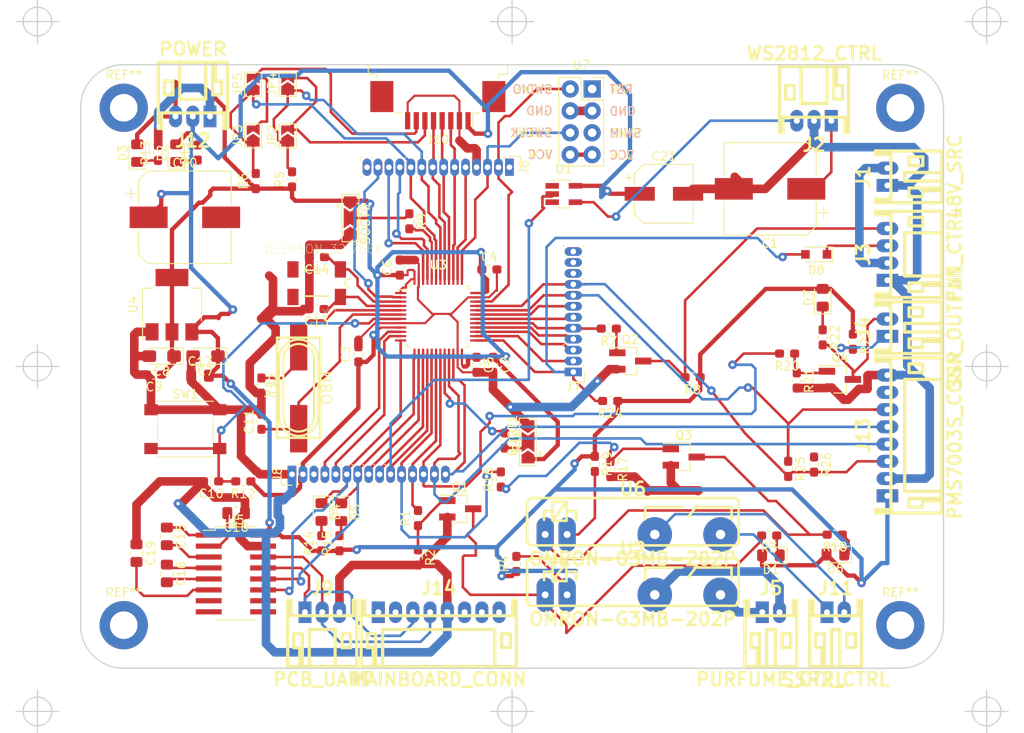
<source format=kicad_pcb>
(kicad_pcb (version 20171130) (host pcbnew 5.0.1-33cea8e~68~ubuntu18.04.1)
  (layers (0 F.Cu signal) (31 B.Cu signal) (34 B.Paste user) (35 F.Paste user) (36 B.SilkS user) (37 F.SilkS user) (38 B.Mask user) (39 F.Mask user) (44 Edge.Cuts user))
  (net 0 "")
  (net 1 GND)
  (net 2 "Net-(Q3-Pad1)")
  (net 3 /FAN_PWM_OUTPUT)
  (net 4 +5V)
  (net 5 "Net-(BOOT1-Pad2)")
  (net 6 /STM32_CORE/BOOT0)
  (net 7 /STM32_CORE/BOOT1)
  (net 8 "Net-(D2-Pad1)")
  (net 9 "Net-(D3-Pad1)")
  (net 10 "Net-(Q2-Pad1)")
  (net 11 "Net-(R4-Pad2)")
  (net 12 "Net-(Q1-Pad3)")
  (net 13 "Net-(D1-Pad1)")
  (net 14 +3V3)
  (net 15 /STM32_CORE/RESET)
  (net 16 /WS2812_PWM_TERMINAL)
  (net 17 /SSR_CH1_OUTPUT2)
  (net 18 /SSR_CH1_OUTPUT1)
  (net 19 /STM32_CORE/PC13)
  (net 20 /STM32_CORE/PC14)
  (net 21 /STM32_CORE/PC15)
  (net 22 /STM32_CORE/OSCIN)
  (net 23 /STM32_CORE/OSCOUT)
  (net 24 /STM32_CORE/PA0)
  (net 25 /STM32_CORE/PA1)
  (net 26 /STM32_CORE/PB14)
  (net 27 /STM32_CORE/PB15)
  (net 28 /STM32_CORE/SWIO)
  (net 29 /STM32_CORE/SWCLK)
  (net 30 /STM32_CORE/PA15)
  (net 31 /FAN_48V)
  (net 32 "Net-(J7-Pad10)")
  (net 33 "Net-(J7-Pad11)")
  (net 34 "Net-(J7-Pad12)")
  (net 35 /FAN_RPM)
  (net 36 VWS2812)
  (net 37 "Net-(Q1-Pad1)")
  (net 38 "Net-(BOOT0-Pad2)")
  (net 39 "Net-(C15-Pad1)")
  (net 40 "Net-(C18-Pad2)")
  (net 41 "Net-(C19-Pad2)")
  (net 42 "Net-(C16-Pad1)")
  (net 43 "Net-(C16-Pad2)")
  (net 44 /rs232_level_switch/RS232-TX2)
  (net 45 /rs232_level_switch/RS232-RX2)
  (net 46 /rs232_level_switch/TTL-RX2)
  (net 47 /rs232_level_switch/TTL-TX2)
  (net 48 /IONAIR_RX)
  (net 49 /IONAIR_TX)
  (net 50 "Net-(C15-Pad2)")
  (net 51 SPI1_SCK)
  (net 52 SPI1_MISO)
  (net 53 SPI1_MOSI)
  (net 54 IONAIR-TTL-TX)
  (net 55 IONAIR-TTL-RX)
  (net 56 STM32_FAN_PWM_OUTPUT)
  (net 57 STM32_SSR-25-DA_OUTPUT)
  (net 58 STM32_WS2812_OUTPUT)
  (net 59 "Net-(D5-Pad2)")
  (net 60 "Net-(D4-Pad2)")
  (net 61 /STM32_CORE/PA4)
  (net 62 /STM32_CORE/PA5)
  (net 63 "Net-(J8-Pad3)")
  (net 64 "Net-(J6-Pad1)")
  (net 65 /STM32_CORE/PB13)
  (net 66 /STM32_CORE/PB9)
  (net 67 /STM32_CORE/PB8)
  (net 68 "Net-(D6-Pad1)")
  (net 69 "Net-(D7-Pad1)")
  (net 70 STM32_FAN_RPM)
  (net 71 /SSR-25-DA_N)
  (net 72 /SSR-25-DA_P)
  (net 73 B2B_UART_RX)
  (net 74 B2B_UART_TX)
  (net 75 STM32_PMS7003S_RESET)
  (net 76 STM32_PMS7003S_SET)
  (net 77 /STM32_CORE/PA10)
  (net 78 /STM32_CORE/PA9)
  (net 79 STM32_PMS7003S_RXD)
  (net 80 STM32_PMS7003S_TXD)
  (net 81 STM32_SSR1_OUTPUT)
  (net 82 STM32_SSR2_OUTPUT)
  (net 83 "Net-(J10-Pad6)")
  (net 84 "Net-(J10-Pad7)")
  (net 85 /SSR_CH2_OUTPUT1)
  (net 86 /SSR_CH2_OUTPUT2)
  (net 87 /STM32_CORE/RST)
  (net 88 /STM32_CORE/SWIM)
  (net 89 "Net-(Q3-Pad3)")
  (net 90 "Net-(Q4-Pad1)")
  (net 91 "Net-(R19-Pad2)")
  (net 92 "Net-(J14-Pad8)")
  (net 93 "Net-(J14-Pad7)")
  (net 94 "Net-(J14-Pad6)")
  (net 95 "Net-(J13-Pad7)")
  (module footprint-lib.pretty:waveshare-swd-pinsocket (layer F.Cu) (at 89.281 32.8168)
    (fp_text reference U7 (at -1.27 -2.77) (layer F.SilkS))
    (fp_text value waveshare-swd-pinsocket)
    (fp_text user VCC (at 3.444928 7.6708) (layer F.SilkS))
    (fp_text user SWIM (at 3.8735 5.1308) (layer F.SilkS))
    (fp_text user RST (at 3.3735 0.0508) (layer F.SilkS))
    (fp_text user VCC (at -6.024691 7.62) (layer B.SilkS) (effects (justify mirror)))
    (fp_text user SWCLK (at -7.0485 5.08) (layer F.SilkS))
    (fp_text user SWDIO (at -6.905643 0.0508) (layer F.SilkS))
    (fp_text user GND (at 3.540166 2.5908) (layer F.SilkS))
    (fp_text user GND (at -6.119929 2.54) (layer F.SilkS))
    (fp_text user SWCLK (at -7.0485 5.08) (layer B.SilkS) (effects (justify mirror)))
    (fp_text user SWDIO (at -6.905643 0.0508) (layer B.SilkS) (effects (justify mirror)))
    (fp_text user GND (at -6.119929 2.54) (layer B.SilkS) (effects (justify mirror)))
    (fp_text user VCC (at -6.024691 7.62) (layer F.SilkS))
    (fp_text user GND (at 3.540166 2.5908) (layer B.SilkS) (effects (justify mirror)))
    (fp_text user SWIM (at 3.8735 5.1308) (layer B.SilkS) (effects (justify mirror)))
    (fp_text user VCC (at 3.444928 7.6708) (layer B.SilkS) (effects (justify mirror)))
    (fp_text user RST (at 3.3735 0.0508) (layer B.SilkS) (effects (justify mirror)))
    (pad 1 thru_hole rect (at 0 0) (size 2 2) (drill 1) (layers *.Cu *.Mask) (net 87 /STM32_CORE/RST))
    (pad 2 thru_hole oval (at -2.54 0) (size 2 2) (drill 1) (layers *.Cu *.Mask) (net 28 /STM32_CORE/SWIO))
    (pad 3 thru_hole oval (at 0 2.54) (size 2 2) (drill 1) (layers *.Cu *.Mask) (net 1 GND))
    (pad 4 thru_hole oval (at -2.54 2.54) (size 2 2) (drill 1) (layers *.Cu *.Mask) (net 1 GND))
    (pad 5 thru_hole oval (at 0 5.08) (size 2 2) (drill 1) (layers *.Cu *.Mask) (net 88 /STM32_CORE/SWIM))
    (pad 6 thru_hole oval (at -2.54 5.08) (size 2 2) (drill 1) (layers *.Cu *.Mask) (net 29 /STM32_CORE/SWCLK))
    (pad 7 thru_hole oval (at 0 7.62) (size 2 2) (drill 1) (layers *.Cu *.Mask) (net 14 +3V3))
    (pad 8 thru_hole oval (at -2.54 7.62) (size 2 2) (drill 1) (layers *.Cu *.Mask) (net 14 +3V3))
  )
  (module Package_TO_SOT_SMD:SOT-23_Handsoldering (layer F.Cu) (at 99.9 75.5)
    (fp_text reference Q3 (at 0 -2.5) (layer F.SilkS))
    (fp_text value "2N3904(1AM)")
    (pad 1 smd rect (at -1.5 -0.95) (size 1.9 0.8) (layers F.Cu F.Paste F.Mask) (net 2 "Net-(Q3-Pad1)"))
    (pad 2 smd rect (at -1.5 0.95) (size 1.9 0.8) (layers F.Cu F.Paste F.Mask) (net 1 GND))
    (pad 3 smd rect (at 1.5 0) (size 1.9 0.8) (layers F.Cu F.Paste F.Mask) (net 89 "Net-(Q3-Pad3)"))
  )
  (module footprint-lib:s3b-ph-kl (layer F.Cu) (at 43 36 180)
    (fp_text reference J12 (at 0 -2.79908 180) (layer F.SilkS) (effects (font (size 1.524 1.524) (thickness 0.3048))))
    (fp_text value POWER (at 0 7.80034 180) (layer F.SilkS) (effects (font (size 1.524 1.524) (thickness 0.3048))))
    (pad 1 thru_hole rect (at -1.99898 0 180) (size 1.5 2.5) (drill 0.70104) (layers *.Cu *.Mask) (net 1 GND))
    (pad 2 thru_hole oval (at 0 0 180) (size 1.5 2.5) (drill 0.70104) (layers *.Cu *.Mask) (net 4 +5V))
    (pad 3 thru_hole oval (at 1.99898 0 180) (size 1.5 2.5) (drill 0.70104) (layers *.Cu *.Mask) (net 14 +3V3))
  )
  (module footprint-lib:s3b-ph-kl (layer F.Cu) (at 58 93.5)
    (fp_text reference J9 (at 0 -2.79908) (layer F.SilkS) (effects (font (size 1.524 1.524) (thickness 0.3048))))
    (fp_text value PCB_UART (at 0 7.80034) (layer F.SilkS) (effects (font (size 1.524 1.524) (thickness 0.3048))))
    (pad 1 thru_hole rect (at -1.99898 0) (size 1.5 2.5) (drill 0.70104) (layers *.Cu *.Mask) (net 48 /IONAIR_RX))
    (pad 2 thru_hole oval (at 0 0) (size 1.5 2.5) (drill 0.70104) (layers *.Cu *.Mask) (net 49 /IONAIR_TX))
    (pad 3 thru_hole oval (at 1.99898 0) (size 1.5 2.5) (drill 0.70104) (layers *.Cu *.Mask) (net 1 GND))
  )
  (module footprint-lib:s2b-ph-kl (layer F.Cu) (at 109.99924 93.5)
    (fp_text reference J5 (at 0 -2.79908) (layer F.SilkS) (effects (font (size 1.524 1.524) (thickness 0.3048))))
    (fp_text value PURFUME_CTRL (at 0 7.80034) (layer F.SilkS) (effects (font (size 1.524 1.524) (thickness 0.3048))))
    (pad 1 thru_hole rect (at -1.00076 0) (size 1.5 2.5) (drill 0.70104) (layers *.Cu *.Mask) (net 17 /SSR_CH1_OUTPUT2))
    (pad 2 thru_hole oval (at 1.00076 0) (size 1.5 2.5) (drill 0.70104) (layers *.Cu *.Mask) (net 18 /SSR_CH1_OUTPUT1))
  )
  (module footprint-lib:s2b-ph-kl (layer F.Cu) (at 123.5 60.5 90)
    (fp_text reference J4 (at 0 -2.79908 90) (layer F.SilkS) (effects (font (size 1.524 1.524) (thickness 0.3048))))
    (fp_text value SSR_OUTPUT (at 0 7.80034 90) (layer F.SilkS) (effects (font (size 1.524 1.524) (thickness 0.3048))))
    (pad 1 thru_hole rect (at -1.00076 0 90) (size 1.5 2.5) (drill 0.70104) (layers *.Cu *.Mask) (net 72 /SSR-25-DA_P))
    (pad 2 thru_hole oval (at 1.00076 0 90) (size 1.5 2.5) (drill 0.70104) (layers *.Cu *.Mask) (net 71 /SSR-25-DA_N))
  )
  (module footprint-lib:s2b-ph-kl (layer F.Cu) (at 123.5 43 90)
    (fp_text reference J1 (at 0 -2.79908 90) (layer F.SilkS) (effects (font (size 1.524 1.524) (thickness 0.3048))))
    (fp_text value 48V_SRC (at 0 7.80034 90) (layer F.SilkS) (effects (font (size 1.524 1.524) (thickness 0.3048))))
    (pad 1 thru_hole rect (at -1.00076 0 90) (size 1.5 2.5) (drill 0.70104) (layers *.Cu *.Mask) (net 1 GND))
    (pad 2 thru_hole oval (at 1.00076 0 90) (size 1.5 2.5) (drill 0.70104) (layers *.Cu *.Mask) (net 31 /FAN_48V))
  )
  (module footprint-lib:s4b-ph-kl (layer F.Cu) (at 123.5 52.00076 90)
    (fp_text reference J3 (at 0 -2.79908 90) (layer F.SilkS) (effects (font (size 1.524 1.524) (thickness 0.3048))))
    (fp_text value FAN_CTRL (at 0 7.80034 90) (layer F.SilkS) (effects (font (size 1.524 1.524) (thickness 0.3048))))
    (pad 4 thru_hole oval (at 2.99974 0 90) (size 1.5 2.5) (drill 0.70104) (layers *.Cu *.Mask) (net 3 /FAN_PWM_OUTPUT))
    (pad 3 thru_hole oval (at 1.00076 0 90) (size 1.5 2.5) (drill 0.70104) (layers *.Cu *.Mask) (net 35 /FAN_RPM))
    (pad 2 thru_hole oval (at -1.00076 0 90) (size 1.5 2.5) (drill 0.70104) (layers *.Cu *.Mask) (net 31 /FAN_48V))
    (pad 1 thru_hole rect (at -2.99974 0 90) (size 1.5 2.5) (drill 0.70104) (layers *.Cu *.Mask) (net 1 GND))
  )
  (module footprint-lib:s3b-ph-kl (layer F.Cu) (at 115 36.5 180)
    (fp_text reference J2 (at 0 -2.79908 180) (layer F.SilkS) (effects (font (size 1.524 1.524) (thickness 0.3048))))
    (fp_text value WS2812_CTRL (at 0 7.80034 180) (layer F.SilkS) (effects (font (size 1.524 1.524) (thickness 0.3048))))
    (pad 1 thru_hole rect (at -1.99898 0 180) (size 1.5 2.5) (drill 0.70104) (layers *.Cu *.Mask) (net 36 VWS2812))
    (pad 2 thru_hole oval (at 0 0 180) (size 1.5 2.5) (drill 0.70104) (layers *.Cu *.Mask) (net 1 GND))
    (pad 3 thru_hole oval (at 1.99898 0 180) (size 1.5 2.5) (drill 0.70104) (layers *.Cu *.Mask) (net 16 /WS2812_PWM_TERMINAL))
  )
  (module footprint-lib:s2b-ph-kl (layer F.Cu) (at 117.49924 93.5)
    (fp_text reference J11 (at 0 -2.79908) (layer F.SilkS) (effects (font (size 1.524 1.524) (thickness 0.3048))))
    (fp_text value SSR2_CTRL (at 0 7.80034) (layer F.SilkS) (effects (font (size 1.524 1.524) (thickness 0.3048))))
    (pad 1 thru_hole rect (at -1.00076 0) (size 1.5 2.5) (drill 0.70104) (layers *.Cu *.Mask) (net 86 /SSR_CH2_OUTPUT2))
    (pad 2 thru_hole oval (at 1.00076 0) (size 1.5 2.5) (drill 0.70104) (layers *.Cu *.Mask) (net 85 /SSR_CH2_OUTPUT1))
  )
  (module Capacitor_SMD:CP_Elec_10x10.5 (layer F.Cu) (at 42.0878 47.7012)
    (fp_text reference C20 (at 0 -6.3) (layer F.SilkS))
    (fp_text value CP220uf,50V)
    (pad 1 smd rect (at -4.199999 0) (size 4.4 2.5) (layers F.Cu F.Paste F.Mask) (net 4 +5V))
    (pad 2 smd rect (at 4.199999 0) (size 4.4 2.5) (layers F.Cu F.Paste F.Mask) (net 1 GND))
  )
  (module footprint-lib:MC-306 (layer F.Cu) (at 57.3624 55.3418 180)
    (fp_text reference Y2 (at -1.48071 -3.45353 180) (layer F.SilkS) (effects (font (size 1.00102 1.00102) (thickness 0.05))))
    (fp_text value O_EPSON_32.768K (at -0.84523 3.9628 180) (layer F.SilkS) (effects (font (size 1.00121 1.00121) (thickness 0.05))))
    (pad 1 smd rect (at -2.75 1.6 180) (size 1.3 1.9) (layers F.Cu F.Paste F.Mask) (net 20 /STM32_CORE/PC14))
    (pad 2 smd rect (at 2.75 1.6 180) (size 1.3 1.9) (layers F.Cu F.Paste F.Mask))
    (pad 3 smd rect (at 2.75 -1.6) (size 1.3 1.9) (layers F.Cu F.Paste F.Mask))
    (pad 4 smd rect (at -2.75 -1.6) (size 1.3 1.9) (layers F.Cu F.Paste F.Mask) (net 21 /STM32_CORE/PC15))
  )
  (module Button_Switch_SMD:SW_SPST_PTS645 (layer F.Cu) (at 42.1386 72.263)
    (fp_text reference SW1 (at 0 -4.05) (layer F.SilkS))
    (fp_text value SW_Push)
    (pad 2 smd rect (at 3.98 2.25) (size 1.55 1.3) (layers F.Cu F.Paste F.Mask) (net 15 /STM32_CORE/RESET))
    (pad 1 smd rect (at 3.98 -2.25) (size 1.55 1.3) (layers F.Cu F.Paste F.Mask) (net 1 GND))
    (pad 1 smd rect (at -3.98 -2.25) (size 1.55 1.3) (layers F.Cu F.Paste F.Mask) (net 1 GND))
    (pad 2 smd rect (at -3.98 2.25) (size 1.55 1.3) (layers F.Cu F.Paste F.Mask) (net 15 /STM32_CORE/RESET))
  )
  (module footprint-lib:Pin_Header_Straight_1x15_Pitch1.27mm (layer F.Cu) (at 54.5 77.5 90)
    (fp_text reference J8 (at 0 -1.695 90) (layer F.SilkS))
    (fp_text value Conn_01x15)
    (pad 15 thru_hole oval (at 0 17.78 90) (size 2 1) (drill 0.65) (layers *.Cu *.Mask) (net 79 STM32_PMS7003S_RXD))
    (pad 14 thru_hole oval (at 0 16.51 90) (size 2 1) (drill 0.65) (layers *.Cu *.Mask) (net 80 STM32_PMS7003S_TXD))
    (pad 13 thru_hole oval (at 0 15.24 90) (size 2 1) (drill 0.65) (layers *.Cu *.Mask) (net 57 STM32_SSR-25-DA_OUTPUT))
    (pad 12 thru_hole oval (at 0 13.97 90) (size 2 1) (drill 0.65) (layers *.Cu *.Mask) (net 81 STM32_SSR1_OUTPUT))
    (pad 11 thru_hole oval (at 0 12.7 90) (size 2 1) (drill 0.65) (layers *.Cu *.Mask) (net 82 STM32_SSR2_OUTPUT))
    (pad 10 thru_hole oval (at 0 11.43 90) (size 2 1) (drill 0.65) (layers *.Cu *.Mask) (net 58 STM32_WS2812_OUTPUT))
    (pad 9 thru_hole oval (at 0 10.16 90) (size 2 1) (drill 0.65) (layers *.Cu *.Mask) (net 62 /STM32_CORE/PA5))
    (pad 8 thru_hole oval (at 0 8.89 90) (size 2 1) (drill 0.65) (layers *.Cu *.Mask) (net 61 /STM32_CORE/PA4))
    (pad 7 thru_hole oval (at 0 7.62 90) (size 2 1) (drill 0.65) (layers *.Cu *.Mask) (net 55 IONAIR-TTL-RX))
    (pad 6 thru_hole oval (at 0 6.35 90) (size 2 1) (drill 0.65) (layers *.Cu *.Mask) (net 54 IONAIR-TTL-TX))
    (pad 5 thru_hole oval (at 0 5.08 90) (size 2 1) (drill 0.65) (layers *.Cu *.Mask) (net 25 /STM32_CORE/PA1))
    (pad 4 thru_hole oval (at 0 3.81 90) (size 2 1) (drill 0.65) (layers *.Cu *.Mask) (net 24 /STM32_CORE/PA0))
    (pad 3 thru_hole oval (at 0 2.54 90) (size 2 1) (drill 0.65) (layers *.Cu *.Mask) (net 63 "Net-(J8-Pad3)"))
    (pad 2 thru_hole oval (at 0 1.27 90) (size 2 1) (drill 0.65) (layers *.Cu *.Mask) (net 14 +3V3))
    (pad 1 thru_hole rect (at 0 0 90) (size 2 1) (drill 0.65) (layers *.Cu *.Mask) (net 1 GND))
  )
  (module footprint-lib:Pin_Header_Straight_1x12_Pitch1.27mm (layer F.Cu) (at 87.0992 65.6362 180)
    (fp_text reference J7 (at 0 -1.695 180) (layer F.SilkS))
    (fp_text value Conn_01x12)
    (pad 12 thru_hole oval (at 0 13.97 180) (size 2 1) (drill 0.65) (layers *.Cu *.Mask) (net 34 "Net-(J7-Pad12)"))
    (pad 11 thru_hole oval (at 0 12.7 180) (size 2 1) (drill 0.65) (layers *.Cu *.Mask) (net 33 "Net-(J7-Pad11)"))
    (pad 10 thru_hole oval (at 0 11.43 180) (size 2 1) (drill 0.65) (layers *.Cu *.Mask) (net 32 "Net-(J7-Pad10)"))
    (pad 9 thru_hole oval (at 0 10.16 180) (size 2 1) (drill 0.65) (layers *.Cu *.Mask) (net 75 STM32_PMS7003S_RESET))
    (pad 8 thru_hole oval (at 0 8.89 180) (size 2 1) (drill 0.65) (layers *.Cu *.Mask) (net 76 STM32_PMS7003S_SET))
    (pad 7 thru_hole oval (at 0 7.62 180) (size 2 1) (drill 0.65) (layers *.Cu *.Mask) (net 77 /STM32_CORE/PA10))
    (pad 6 thru_hole oval (at 0 6.35 180) (size 2 1) (drill 0.65) (layers *.Cu *.Mask) (net 78 /STM32_CORE/PA9))
    (pad 5 thru_hole oval (at 0 5.08 180) (size 2 1) (drill 0.65) (layers *.Cu *.Mask) (net 56 STM32_FAN_PWM_OUTPUT))
    (pad 4 thru_hole oval (at 0 3.81 180) (size 2 1) (drill 0.65) (layers *.Cu *.Mask) (net 27 /STM32_CORE/PB15))
    (pad 3 thru_hole oval (at 0 2.54 180) (size 2 1) (drill 0.65) (layers *.Cu *.Mask) (net 26 /STM32_CORE/PB14))
    (pad 2 thru_hole oval (at 0 1.27 180) (size 2 1) (drill 0.65) (layers *.Cu *.Mask) (net 65 /STM32_CORE/PB13))
    (pad 1 thru_hole rect (at 0 0 180) (size 2 1) (drill 0.65) (layers *.Cu *.Mask) (net 70 STM32_FAN_RPM))
  )
  (module footprint-lib:Pin_Header_Straight_1x14_Pitch1.27mm (layer F.Cu) (at 79.699088 41.894003 270)
    (fp_text reference J6 (at 0 -1.695 270) (layer F.SilkS))
    (fp_text value Conn_01x14)
    (pad 14 thru_hole oval (at 0 16.51 270) (size 2 1) (drill 0.65) (layers *.Cu *.Mask) (net 4 +5V))
    (pad 13 thru_hole oval (at 0 15.24 270) (size 2 1) (drill 0.65) (layers *.Cu *.Mask) (net 19 /STM32_CORE/PC13))
    (pad 12 thru_hole oval (at 0 13.97 270) (size 2 1) (drill 0.65) (layers *.Cu *.Mask) (net 66 /STM32_CORE/PB9))
    (pad 11 thru_hole oval (at 0 12.7 270) (size 2 1) (drill 0.65) (layers *.Cu *.Mask) (net 67 /STM32_CORE/PB8))
    (pad 10 thru_hole oval (at 0 11.43 270) (size 2 1) (drill 0.65) (layers *.Cu *.Mask) (net 73 B2B_UART_RX))
    (pad 9 thru_hole oval (at 0 10.16 270) (size 2 1) (drill 0.65) (layers *.Cu *.Mask) (net 74 B2B_UART_TX))
    (pad 8 thru_hole oval (at 0 8.89 270) (size 2 1) (drill 0.65) (layers *.Cu *.Mask) (net 53 SPI1_MOSI))
    (pad 7 thru_hole oval (at 0 7.62 270) (size 2 1) (drill 0.65) (layers *.Cu *.Mask) (net 52 SPI1_MISO))
    (pad 6 thru_hole oval (at 0 6.35 270) (size 2 1) (drill 0.65) (layers *.Cu *.Mask) (net 51 SPI1_SCK))
    (pad 5 thru_hole oval (at 0 5.08 270) (size 2 1) (drill 0.65) (layers *.Cu *.Mask) (net 30 /STM32_CORE/PA15))
    (pad 4 thru_hole oval (at 0 3.81 270) (size 2 1) (drill 0.65) (layers *.Cu *.Mask) (net 1 GND))
    (pad 3 thru_hole oval (at 0 2.54 270) (size 2 1) (drill 0.65) (layers *.Cu *.Mask) (net 29 /STM32_CORE/SWCLK))
    (pad 2 thru_hole oval (at 0 1.27 270) (size 2 1) (drill 0.65) (layers *.Cu *.Mask) (net 28 /STM32_CORE/SWIO))
    (pad 1 thru_hole rect (at 0 0 270) (size 2 1) (drill 0.65) (layers *.Cu *.Mask) (net 64 "Net-(J6-Pad1)"))
  )
  (module footprint-lib:OMRON-G3MB-202P (layer F.Cu) (at 94 90)
    (fp_text reference U2 (at 0 -3.8) (layer F.SilkS) (effects (font (size 1.524 1.524) (thickness 0.3048))))
    (fp_text value OMRON-G3MB-202P (at 0 4.3) (layer F.SilkS) (effects (font (size 1.524 1.524) (thickness 0.3048))))
    (pad 2 thru_hole circle (at 2.54 1.48) (size 4 4) (drill 1.1) (layers *.Cu *.Mask) (net 18 /SSR_CH1_OUTPUT1))
    (pad 4 thru_hole oval (at -10.16 1.48) (size 2 4) (drill 0.8) (layers *.Cu *.Mask) (net 12 "Net-(Q1-Pad3)"))
    (pad 1 thru_hole circle (at 10.16 1.48) (size 4 4) (drill 1.1) (layers *.Cu *.Mask) (net 17 /SSR_CH1_OUTPUT2))
    (pad 3 thru_hole oval (at -7.62 1.48) (size 2 4) (drill 0.8) (layers *.Cu *.Mask) (net 11 "Net-(R4-Pad2)"))
  )
  (module Capacitor_SMD:CP_Elec_10x10.5 (layer F.Cu) (at 109.9 44.4 180)
    (fp_text reference C1 (at 0 -6.3 180) (layer F.SilkS))
    (fp_text value CP1000uf,10V)
    (pad 1 smd rect (at -4.2 0 180) (size 4.4 2.5) (layers F.Cu F.Paste F.Mask) (net 36 VWS2812))
    (pad 2 smd rect (at 4.2 0 180) (size 4.4 2.5) (layers F.Cu F.Paste F.Mask) (net 1 GND))
  )
  (module Capacitor_SMD:C_0805_2012Metric_Pad1.15x1.40mm_HandSolder (layer F.Cu) (at 36.477 86.642 270)
    (fp_text reference C19 (at 0 -1.65 270) (layer F.SilkS))
    (fp_text value C104)
    (pad 1 smd roundrect (at -1.025 0 270) (size 1.15 1.4) (layers F.Cu F.Paste F.Mask) (roundrect_rratio 0.217391) (net 1 GND))
    (pad 2 smd roundrect (at 1.025 0 270) (size 1.15 1.4) (layers F.Cu F.Paste F.Mask) (roundrect_rratio 0.217391) (net 41 "Net-(C19-Pad2)"))
  )
  (module LED_SMD:LED_0805_2012Metric_Pad1.15x1.40mm_HandSolder (layer F.Cu) (at 60.2 81.9 270)
    (fp_text reference D5 (at 0 -1.65 270) (layer F.SilkS))
    (fp_text value LED_GREEN)
    (pad 2 smd roundrect (at 1.025 0 270) (size 1.15 1.4) (layers F.Cu F.Paste F.Mask) (roundrect_rratio 0.217391) (net 59 "Net-(D5-Pad2)"))
    (pad 1 smd roundrect (at -1.025 0 270) (size 1.15 1.4) (layers F.Cu F.Paste F.Mask) (roundrect_rratio 0.217391) (net 55 IONAIR-TTL-RX))
  )
  (module LED_SMD:LED_0805_2012Metric_Pad1.15x1.40mm_HandSolder (layer F.Cu) (at 57.916 81.883 270)
    (fp_text reference D4 (at 0 -1.65 270) (layer F.SilkS))
    (fp_text value LED_GREEN)
    (pad 1 smd roundrect (at -1.025 0 270) (size 1.15 1.4) (layers F.Cu F.Paste F.Mask) (roundrect_rratio 0.217391) (net 54 IONAIR-TTL-TX))
    (pad 2 smd roundrect (at 1.025 0 270) (size 1.15 1.4) (layers F.Cu F.Paste F.Mask) (roundrect_rratio 0.217391) (net 60 "Net-(D4-Pad2)"))
  )
  (module Connector_FFC-FPC:TE_84952-8_1x08-1MP_P1.0mm_Horizontal (layer F.Cu) (at 71.402 34.699 180)
    (fp_text reference J10 (at 0 -4 180) (layer F.SilkS))
    (fp_text value FCC_B2B)
    (pad 1 smd rect (at -3.5 -1.8 180) (size 0.61 2) (layers F.Cu F.Paste F.Mask) (net 4 +5V))
    (pad 2 smd rect (at -2.5 -1.8 180) (size 0.61 2) (layers F.Cu F.Paste F.Mask) (net 1 GND))
    (pad 3 smd rect (at -1.5 -1.8 180) (size 0.61 2) (layers F.Cu F.Paste F.Mask) (net 51 SPI1_SCK))
    (pad 4 smd rect (at -0.5 -1.8 180) (size 0.61 2) (layers F.Cu F.Paste F.Mask) (net 52 SPI1_MISO))
    (pad 5 smd rect (at 0.5 -1.8 180) (size 0.61 2) (layers F.Cu F.Paste F.Mask) (net 53 SPI1_MOSI))
    (pad 6 smd rect (at 1.5 -1.8 180) (size 0.61 2) (layers F.Cu F.Paste F.Mask) (net 83 "Net-(J10-Pad6)"))
    (pad 7 smd rect (at 2.5 -1.8 180) (size 0.61 2) (layers F.Cu F.Paste F.Mask) (net 84 "Net-(J10-Pad7)"))
    (pad 8 smd rect (at 3.5 -1.8 180) (size 0.61 2) (layers F.Cu F.Paste F.Mask) (net 1 GND))
    (pad MP smd rect (at -6.49 1 180) (size 2.68 3.6) (layers F.Cu F.Paste F.Mask))
    (pad MP smd rect (at 6.49 1 180) (size 2.68 3.6) (layers F.Cu F.Paste F.Mask))
  )
  (module Capacitor_SMD:C_0805_2012Metric_Pad1.15x1.40mm_HandSolder (layer F.Cu) (at 48.025 82 180)
    (fp_text reference C18 (at 0 -1.65 180) (layer F.SilkS))
    (fp_text value C104)
    (pad 2 smd roundrect (at 1.025 0 180) (size 1.15 1.4) (layers F.Cu F.Paste F.Mask) (roundrect_rratio 0.217391) (net 40 "Net-(C18-Pad2)"))
    (pad 1 smd roundrect (at -1.025 0 180) (size 1.15 1.4) (layers F.Cu F.Paste F.Mask) (roundrect_rratio 0.217391) (net 1 GND))
  )
  (module Capacitor_SMD:C_0805_2012Metric_Pad1.15x1.40mm_HandSolder (layer F.Cu) (at 43.843 66.068)
    (fp_text reference C17 (at 0 -1.65) (layer F.SilkS))
    (fp_text value C104)
    (pad 1 smd roundrect (at -1.025 0) (size 1.15 1.4) (layers F.Cu F.Paste F.Mask) (roundrect_rratio 0.217391) (net 1 GND))
    (pad 2 smd roundrect (at 1.025 0) (size 1.15 1.4) (layers F.Cu F.Paste F.Mask) (roundrect_rratio 0.217391) (net 4 +5V))
  )
  (module Capacitor_SMD:C_0805_2012Metric_Pad1.15x1.40mm_HandSolder (layer F.Cu) (at 40 84.7 270)
    (fp_text reference C15 (at 0 -1.65 270) (layer F.SilkS))
    (fp_text value C104)
    (pad 2 smd roundrect (at 1.025 0 270) (size 1.15 1.4) (layers F.Cu F.Paste F.Mask) (roundrect_rratio 0.217391) (net 50 "Net-(C15-Pad2)"))
    (pad 1 smd roundrect (at -1.025 0 270) (size 1.15 1.4) (layers F.Cu F.Paste F.Mask) (roundrect_rratio 0.217391) (net 39 "Net-(C15-Pad1)"))
  )
  (module Capacitor_SMD:C_0805_2012Metric_Pad1.15x1.40mm_HandSolder (layer F.Cu) (at 40 89 270)
    (fp_text reference C16 (at 0 -1.65 270) (layer F.SilkS))
    (fp_text value C104)
    (pad 1 smd roundrect (at -1.025 0 270) (size 1.15 1.4) (layers F.Cu F.Paste F.Mask) (roundrect_rratio 0.217391) (net 42 "Net-(C16-Pad1)"))
    (pad 2 smd roundrect (at 1.025 0 270) (size 1.15 1.4) (layers F.Cu F.Paste F.Mask) (roundrect_rratio 0.217391) (net 43 "Net-(C16-Pad2)"))
  )
  (module footprint-lib:SOP-16_4.4x10.4mm_Pitch1.27mm (layer F.Cu) (at 48 89)
    (fp_text reference U5 (at 0 -6.2) (layer F.SilkS))
    (fp_text value SP3232EEN)
    (pad 1 smd rect (at -3.15 -4.45) (size 3 0.6) (layers F.Cu F.Paste F.Mask) (net 39 "Net-(C15-Pad1)"))
    (pad 2 smd rect (at -3.15 -3.17) (size 3 0.6) (layers F.Cu F.Paste F.Mask) (net 40 "Net-(C18-Pad2)"))
    (pad 3 smd rect (at -3.15 -1.91) (size 3 0.6) (layers F.Cu F.Paste F.Mask) (net 50 "Net-(C15-Pad2)"))
    (pad 4 smd rect (at -3.15 -0.64) (size 3 0.6) (layers F.Cu F.Paste F.Mask) (net 42 "Net-(C16-Pad1)"))
    (pad 5 smd rect (at -3.15 0.64) (size 3 0.6) (layers F.Cu F.Paste F.Mask) (net 43 "Net-(C16-Pad2)"))
    (pad 6 smd rect (at -3.15 1.91) (size 3 0.6) (layers F.Cu F.Paste F.Mask) (net 41 "Net-(C19-Pad2)"))
    (pad 7 smd rect (at -3.15 3.17) (size 3 0.6) (layers F.Cu F.Paste F.Mask) (net 44 /rs232_level_switch/RS232-TX2))
    (pad 8 smd rect (at -3.15 4.45) (size 3 0.6) (layers F.Cu F.Paste F.Mask) (net 45 /rs232_level_switch/RS232-RX2))
    (pad 9 smd rect (at 3.15 4.45) (size 3 0.6) (layers F.Cu F.Paste F.Mask) (net 46 /rs232_level_switch/TTL-RX2))
    (pad 10 smd rect (at 3.15 3.17) (size 3 0.6) (layers F.Cu F.Paste F.Mask) (net 47 /rs232_level_switch/TTL-TX2))
    (pad 11 smd rect (at 3.15 1.91) (size 3 0.6) (layers F.Cu F.Paste F.Mask) (net 54 IONAIR-TTL-TX))
    (pad 12 smd rect (at 3.15 0.64) (size 3 0.6) (layers F.Cu F.Paste F.Mask) (net 55 IONAIR-TTL-RX))
    (pad 13 smd rect (at 3.15 -0.64) (size 3 0.6) (layers F.Cu F.Paste F.Mask) (net 48 /IONAIR_RX))
    (pad 14 smd rect (at 3.15 -1.91) (size 3 0.6) (layers F.Cu F.Paste F.Mask) (net 49 /IONAIR_TX))
    (pad 15 smd rect (at 3.15 -3.17) (size 3 0.6) (layers F.Cu F.Paste F.Mask) (net 1 GND))
    (pad 16 smd rect (at 3.15 -4.45) (size 3 0.6) (layers F.Cu F.Paste F.Mask) (net 4 +5V))
  )
  (module Package_TO_SOT_SMD:SOT-23-5_HandSoldering (layer F.Cu) (at 86 45)
    (fp_text reference U1 (at 0 -2.9) (layer F.SilkS))
    (fp_text value 74AHCT1G125)
    (pad 1 smd rect (at -1.35 -0.95) (size 1.56 0.65) (layers F.Cu F.Paste F.Mask) (net 1 GND))
    (pad 2 smd rect (at -1.35 0) (size 1.56 0.65) (layers F.Cu F.Paste F.Mask) (net 58 STM32_WS2812_OUTPUT))
    (pad 3 smd rect (at -1.35 0.95) (size 1.56 0.65) (layers F.Cu F.Paste F.Mask) (net 1 GND))
    (pad 4 smd rect (at 1.35 0.95) (size 1.56 0.65) (layers F.Cu F.Paste F.Mask) (net 16 /WS2812_PWM_TERMINAL))
    (pad 5 smd rect (at 1.35 -0.95) (size 1.56 0.65) (layers F.Cu F.Paste F.Mask) (net 4 +5V))
  )
  (module Jumper:SolderJumper-3_P2.0mm_Open_TrianglePad1.0x1.5mm (layer F.Cu) (at 61.242 47.78 270)
    (fp_text reference BOOT0 (at 0.725 -1.775 270) (layer F.SilkS))
    (fp_text value JUMPER)
    (pad 1 smd custom (at -2 0 270) (size 0.3 0.3) (layers F.Cu F.Mask) (net 14 +3V3) (options (clearance outline) (anchor rect)) (primitives (gr_poly (pts (xy -0.5 -0.75) (xy 0.5 -0.75) (xy 1 0) (xy 0.5 0.75) (xy -0.5 0.75)) (width 0))))
    (pad 2 smd custom (at 0 0 270) (size 0.3 0.3) (layers F.Cu) (net 38 "Net-(BOOT0-Pad2)") (options (clearance outline) (anchor rect)) (primitives (gr_poly (pts (xy -1.2 -0.75) (xy 1.2 -0.75) (xy 0.7 0) (xy 1.2 0.75) (xy -1.2 0.75) (xy -0.7 0)) (width 0))))
    (pad 3 smd custom (at 2 0 90) (size 0.3 0.3) (layers F.Cu F.Mask) (net 1 GND) (options (clearance outline) (anchor rect)) (primitives (gr_poly (pts (xy -0.5 -0.75) (xy 0.5 -0.75) (xy 1 0) (xy 0.5 0.75) (xy -0.5 0.75)) (width 0))))
  )
  (module Package_TO_SOT_SMD:SOT-23_Handsoldering (layer F.Cu) (at 74 81.5)
    (fp_text reference Q1 (at 0 -2.5) (layer F.SilkS))
    (fp_text value "2N3904(1AM)")
    (pad 3 smd rect (at 1.5 0) (size 1.9 0.8) (layers F.Cu F.Paste F.Mask) (net 12 "Net-(Q1-Pad3)"))
    (pad 2 smd rect (at -1.5 0.95) (size 1.9 0.8) (layers F.Cu F.Paste F.Mask) (net 1 GND))
    (pad 1 smd rect (at -1.5 -0.95) (size 1.9 0.8) (layers F.Cu F.Paste F.Mask) (net 37 "Net-(Q1-Pad1)"))
  )
  (module Package_TO_SOT_SMD:SOT-23_Handsoldering (layer F.Cu) (at 93.7032 64.3662)
    (fp_text reference Q2 (at 0 -2.5) (layer F.SilkS))
    (fp_text value SS9013_J3)
    (pad 1 smd rect (at -1.5 -0.95) (size 1.9 0.8) (layers F.Cu F.Paste F.Mask) (net 10 "Net-(Q2-Pad1)"))
    (pad 2 smd rect (at -1.5 0.95) (size 1.9 0.8) (layers F.Cu F.Paste F.Mask) (net 1 GND))
    (pad 3 smd rect (at 1.5 0) (size 1.9 0.8) (layers F.Cu F.Paste F.Mask) (net 3 /FAN_PWM_OUTPUT))
  )
  (module w_crystal:hc-49_smd (layer F.Cu) (at 55.273 67.465 90)
    (fp_text reference Y1 (at 0 -3.302 90) (layer F.SilkS) (effects (font (size 1.143 1.27) (thickness 0.1524))))
    (fp_text value O8M (at 0 3.302 90) (layer F.SilkS) (effects (font (size 1.143 1.27) (thickness 0.1524))))
    (pad 2 smd rect (at 4.7498 0 90) (size 5.4991 1.99898) (layers F.Cu F.Paste F.Mask) (net 22 /STM32_CORE/OSCIN))
    (pad 1 smd rect (at -4.7498 0 90) (size 5.4991 1.99898) (layers F.Cu F.Paste F.Mask) (net 23 /STM32_CORE/OSCOUT))
  )
  (module Capacitor_SMD:C_0603_1608Metric_Pad1.05x0.95mm_HandSolder (layer F.Cu) (at 77.794088 64.804003 270)
    (fp_text reference C2 (at 0 -1.43 270) (layer F.SilkS))
    (fp_text value C104)
    (pad 1 smd roundrect (at -0.875 0 270) (size 1.05 0.95) (layers F.Cu F.Paste F.Mask) (net 14 +3V3))
    (pad 2 smd roundrect (at 0.875 0 270) (size 1.05 0.95) (layers F.Cu F.Paste F.Mask) (net 1 GND))
  )
  (module Capacitor_SMD:C_0603_1608Metric_Pad1.05x0.95mm_HandSolder (layer F.Cu) (at 62.1945 63.5915 90)
    (fp_text reference C3 (at 0 -1.43 90) (layer F.SilkS))
    (fp_text value C104)
    (pad 2 smd roundrect (at 0.875 0 90) (size 1.05 0.95) (layers F.Cu F.Paste F.Mask) (net 1 GND))
    (pad 1 smd roundrect (at -0.875 0 90) (size 1.05 0.95) (layers F.Cu F.Paste F.Mask) (net 14 +3V3))
  )
  (module Capacitor_SMD:C_0603_1608Metric_Pad1.05x0.95mm_HandSolder (layer F.Cu) (at 77.371 53.749)
    (fp_text reference C4 (at 0 -1.43) (layer F.SilkS))
    (fp_text value C104)
    (pad 1 smd roundrect (at -0.875 0) (size 1.05 0.95) (layers F.Cu F.Paste F.Mask) (net 14 +3V3))
    (pad 2 smd roundrect (at 0.875 0) (size 1.05 0.95) (layers F.Cu F.Paste F.Mask) (net 1 GND))
  )
  (module Capacitor_SMD:C_0603_1608Metric_Pad1.05x0.95mm_HandSolder (layer F.Cu) (at 75.889088 64.804003 270)
    (fp_text reference C5 (at 0 -1.43 270) (layer F.SilkS))
    (fp_text value C104)
    (pad 2 smd roundrect (at 0.875 0 270) (size 1.05 0.95) (layers F.Cu F.Paste F.Mask) (net 1 GND))
    (pad 1 smd roundrect (at -0.875 0 270) (size 1.05 0.95) (layers F.Cu F.Paste F.Mask) (net 14 +3V3))
  )
  (module Capacitor_SMD:C_0603_1608Metric_Pad1.05x0.95mm_HandSolder (layer F.Cu) (at 66.999088 53.529003 90)
    (fp_text reference C6 (at 0 -1.43 90) (layer F.SilkS))
    (fp_text value C104)
    (pad 1 smd roundrect (at -0.875 0 90) (size 1.05 0.95) (layers F.Cu F.Paste F.Mask) (net 14 +3V3))
    (pad 2 smd roundrect (at 0.875 0 90) (size 1.05 0.95) (layers F.Cu F.Paste F.Mask) (net 1 GND))
  )
  (module Capacitor_SMD:C_0603_1608Metric_Pad1.05x0.95mm_HandSolder (layer F.Cu) (at 38.509 65.941 180)
    (fp_text reference C9 (at 0 -1.43 180) (layer F.SilkS))
    (fp_text value C105)
    (pad 2 smd roundrect (at 0.875 0 180) (size 1.05 0.95) (layers F.Cu F.Paste F.Mask) (net 1 GND))
    (pad 1 smd roundrect (at -0.875 0 180) (size 1.05 0.95) (layers F.Cu F.Paste F.Mask) (net 14 +3V3))
  )
  (module Capacitor_SMD:C_0603_1608Metric_Pad1.05x0.95mm_HandSolder (layer F.Cu) (at 50.955 71.402 90)
    (fp_text reference C11 (at 0 -1.43 90) (layer F.SilkS))
    (fp_text value C20pf)
    (pad 1 smd roundrect (at -0.875 0 90) (size 1.05 0.95) (layers F.Cu F.Paste F.Mask) (net 23 /STM32_CORE/OSCOUT))
    (pad 2 smd roundrect (at 0.875 0 90) (size 1.05 0.95) (layers F.Cu F.Paste F.Mask) (net 1 GND))
  )
  (module Capacitor_SMD:C_0603_1608Metric_Pad1.05x0.95mm_HandSolder (layer F.Cu) (at 50.955 67.211 270)
    (fp_text reference C12 (at 0 -1.43 270) (layer F.SilkS))
    (fp_text value C20pf)
    (pad 2 smd roundrect (at 0.875 0 270) (size 1.05 0.95) (layers F.Cu F.Paste F.Mask) (net 1 GND))
    (pad 1 smd roundrect (at -0.875 0 270) (size 1.05 0.95) (layers F.Cu F.Paste F.Mask) (net 22 /STM32_CORE/OSCIN))
  )
  (module Capacitor_SMD:C_0603_1608Metric_Pad1.05x0.95mm_HandSolder (layer F.Cu) (at 57.337 58.339 180)
    (fp_text reference C13 (at 0 -1.43 180) (layer F.SilkS))
    (fp_text value C20pf)
    (pad 1 smd roundrect (at -0.875 0 180) (size 1.05 0.95) (layers F.Cu F.Paste F.Mask) (net 21 /STM32_CORE/PC15))
    (pad 2 smd roundrect (at 0.875 0 180) (size 1.05 0.95) (layers F.Cu F.Paste F.Mask) (net 1 GND))
  )
  (module Capacitor_SMD:C_0603_1608Metric_Pad1.05x0.95mm_HandSolder (layer F.Cu) (at 57.3878 52.3192 180)
    (fp_text reference C14 (at 0 -1.43 180) (layer F.SilkS))
    (fp_text value C20pf)
    (pad 2 smd roundrect (at 0.875 0 180) (size 1.05 0.95) (layers F.Cu F.Paste F.Mask) (net 1 GND))
    (pad 1 smd roundrect (at -0.875 0 180) (size 1.05 0.95) (layers F.Cu F.Paste F.Mask) (net 20 /STM32_CORE/PC14))
  )
  (module Capacitor_SMD:C_0603_1608Metric_Pad1.05x0.95mm_HandSolder (layer F.Cu) (at 45.127 78.3235 180)
    (fp_text reference C10 (at 0 -1.43 180) (layer F.SilkS))
    (fp_text value C105)
    (pad 1 smd roundrect (at -0.875 0 180) (size 1.05 0.95) (layers F.Cu F.Paste F.Mask) (net 15 /STM32_CORE/RESET))
    (pad 2 smd roundrect (at 0.875 0 180) (size 1.05 0.95) (layers F.Cu F.Paste F.Mask) (net 1 GND))
  )
  (module Capacitor_Tantalum_SMD:CP_EIA-3216-12_Kemet-S_Pad1.58x1.35mm_HandSolder (layer F.Cu) (at 44.479588 63.802003 180)
    (fp_text reference C7 (at 0 -1.75 180) (layer F.SilkS))
    (fp_text value TC106,10V)
    (pad 2 smd roundrect (at 1.4375 0 180) (size 1.575 1.35) (layers F.Cu F.Paste F.Mask) (roundrect_rratio 0.185185) (net 1 GND))
    (pad 1 smd roundrect (at -1.4375 0 180) (size 1.575 1.35) (layers F.Cu F.Paste F.Mask) (roundrect_rratio 0.185185) (net 4 +5V))
  )
  (module Capacitor_Tantalum_SMD:CP_EIA-3216-12_Kemet-S_Pad1.58x1.35mm_HandSolder (layer F.Cu) (at 39.399588 63.802003 180)
    (fp_text reference C8 (at 0 -1.75 180) (layer F.SilkS))
    (fp_text value TC106,10V)
    (pad 1 smd roundrect (at -1.4375 0 180) (size 1.575 1.35) (layers F.Cu F.Paste F.Mask) (roundrect_rratio 0.185185) (net 14 +3V3))
    (pad 2 smd roundrect (at 1.4375 0 180) (size 1.575 1.35) (layers F.Cu F.Paste F.Mask) (roundrect_rratio 0.185185) (net 1 GND))
  )
  (module Jumper:SolderJumper-3_P2.0mm_Open_TrianglePad1.0x1.5mm (layer F.Cu) (at 81.8414 73.7388 90)
    (fp_text reference BOOT1 (at 0.725 -1.775 90) (layer F.SilkS))
    (fp_text value JUMPER)
    (pad 3 smd custom (at 2 0 270) (size 0.3 0.3) (layers F.Cu F.Mask) (net 1 GND) (options (clearance outline) (anchor rect)) (primitives (gr_poly (pts (xy -0.5 -0.75) (xy 0.5 -0.75) (xy 1 0) (xy 0.5 0.75) (xy -0.5 0.75)) (width 0))))
    (pad 2 smd custom (at 0 0 90) (size 0.3 0.3) (layers F.Cu) (net 5 "Net-(BOOT1-Pad2)") (options (clearance outline) (anchor rect)) (primitives (gr_poly (pts (xy -1.2 -0.75) (xy 1.2 -0.75) (xy 0.7 0) (xy 1.2 0.75) (xy -1.2 0.75) (xy -0.7 0)) (width 0))))
    (pad 1 smd custom (at -2 0 90) (size 0.3 0.3) (layers F.Cu F.Mask) (net 14 +3V3) (options (clearance outline) (anchor rect)) (primitives (gr_poly (pts (xy -0.5 -0.75) (xy 0.5 -0.75) (xy 1 0) (xy 0.5 0.75) (xy -0.5 0.75)) (width 0))))
  )
  (module LED_SMD:LED_0805_2012Metric_Pad1.15x1.40mm_HandSolder (layer F.Cu) (at 36.5588 40.2596 90)
    (fp_text reference D3 (at 0 -1.65 90) (layer F.SilkS))
    (fp_text value LED_ORANGE)
    (pad 1 smd roundrect (at -1.025 0 90) (size 1.15 1.4) (layers F.Cu F.Paste F.Mask) (roundrect_rratio 0.217391) (net 9 "Net-(D3-Pad1)"))
    (pad 2 smd roundrect (at 1.025 0 90) (size 1.15 1.4) (layers F.Cu F.Paste F.Mask) (roundrect_rratio 0.217391) (net 14 +3V3))
  )
  (module LED_SMD:LED_0805_2012Metric_Pad1.15x1.40mm_HandSolder (layer F.Cu) (at 41.085 40.2642 90)
    (fp_text reference D2 (at 0 -1.65 90) (layer F.SilkS))
    (fp_text value LED_GREEN)
    (pad 2 smd roundrect (at 1.025 0 90) (size 1.15 1.4) (layers F.Cu F.Paste F.Mask) (roundrect_rratio 0.217391) (net 4 +5V))
    (pad 1 smd roundrect (at -1.025 0 90) (size 1.15 1.4) (layers F.Cu F.Paste F.Mask) (roundrect_rratio 0.217391) (net 8 "Net-(D2-Pad1)"))
  )
  (module LED_SMD:LED_0805_2012Metric_Pad1.15x1.40mm_HandSolder (layer F.Cu) (at 110 86.9 180)
    (fp_text reference D1 (at 0 -1.65 180) (layer F.SilkS))
    (fp_text value LED_BLUE)
    (pad 1 smd roundrect (at -1.025 0 180) (size 1.15 1.4) (layers F.Cu F.Paste F.Mask) (roundrect_rratio 0.217391) (net 13 "Net-(D1-Pad1)"))
    (pad 2 smd roundrect (at 1.025 0 180) (size 1.15 1.4) (layers F.Cu F.Paste F.Mask) (roundrect_rratio 0.217391) (net 4 +5V))
  )
  (module Package_QFP:LQFP-48_7x7mm_P0.5mm (layer F.Cu) (at 71.444088 59.230003)
    (fp_text reference U3 (at 0 -6) (layer F.SilkS))
    (fp_text value STM32F103C8T6)
    (pad 1 smd rect (at -4.35 -2.75) (size 1.3 0.25) (layers F.Cu F.Paste F.Mask) (net 14 +3V3))
    (pad 2 smd rect (at -4.35 -2.25) (size 1.3 0.25) (layers F.Cu F.Paste F.Mask) (net 19 /STM32_CORE/PC13))
    (pad 3 smd rect (at -4.35 -1.75) (size 1.3 0.25) (layers F.Cu F.Paste F.Mask) (net 20 /STM32_CORE/PC14))
    (pad 4 smd rect (at -4.35 -1.25) (size 1.3 0.25) (layers F.Cu F.Paste F.Mask) (net 21 /STM32_CORE/PC15))
    (pad 5 smd rect (at -4.35 -0.75) (size 1.3 0.25) (layers F.Cu F.Paste F.Mask) (net 22 /STM32_CORE/OSCIN))
    (pad 6 smd rect (at -4.35 -0.25) (size 1.3 0.25) (layers F.Cu F.Paste F.Mask) (net 23 /STM32_CORE/OSCOUT))
    (pad 7 smd rect (at -4.35 0.25) (size 1.3 0.25) (layers F.Cu F.Paste F.Mask) (net 15 /STM32_CORE/RESET))
    (pad 8 smd rect (at -4.35 0.75) (size 1.3 0.25) (layers F.Cu F.Paste F.Mask) (net 1 GND))
    (pad 9 smd rect (at -4.35 1.25) (size 1.3 0.25) (layers F.Cu F.Paste F.Mask) (net 14 +3V3))
    (pad 10 smd rect (at -4.35 1.75) (size 1.3 0.25) (layers F.Cu F.Paste F.Mask) (net 24 /STM32_CORE/PA0))
    (pad 11 smd rect (at -4.35 2.25) (size 1.3 0.25) (layers F.Cu F.Paste F.Mask) (net 25 /STM32_CORE/PA1))
    (pad 12 smd rect (at -4.35 2.75) (size 1.3 0.25) (layers F.Cu F.Paste F.Mask) (net 54 IONAIR-TTL-TX))
    (pad 13 smd rect (at -2.75 4.35 90) (size 1.3 0.25) (layers F.Cu F.Paste F.Mask) (net 55 IONAIR-TTL-RX))
    (pad 14 smd rect (at -2.25 4.35 90) (size 1.3 0.25) (layers F.Cu F.Paste F.Mask) (net 61 /STM32_CORE/PA4))
    (pad 15 smd rect (at -1.75 4.35 90) (size 1.3 0.25) (layers F.Cu F.Paste F.Mask) (net 62 /STM32_CORE/PA5))
    (pad 16 smd rect (at -1.25 4.35 90) (size 1.3 0.25) (layers F.Cu F.Paste F.Mask) (net 58 STM32_WS2812_OUTPUT))
    (pad 17 smd rect (at -0.75 4.35 90) (size 1.3 0.25) (layers F.Cu F.Paste F.Mask) (net 82 STM32_SSR2_OUTPUT))
    (pad 18 smd rect (at -0.25 4.35 90) (size 1.3 0.25) (layers F.Cu F.Paste F.Mask) (net 81 STM32_SSR1_OUTPUT))
    (pad 19 smd rect (at 0.25 4.35 90) (size 1.3 0.25) (layers F.Cu F.Paste F.Mask) (net 57 STM32_SSR-25-DA_OUTPUT))
    (pad 20 smd rect (at 0.75 4.35 90) (size 1.3 0.25) (layers F.Cu F.Paste F.Mask) (net 7 /STM32_CORE/BOOT1))
    (pad 21 smd rect (at 1.25 4.35 90) (size 1.3 0.25) (layers F.Cu F.Paste F.Mask) (net 80 STM32_PMS7003S_TXD))
    (pad 22 smd rect (at 1.75 4.35 90) (size 1.3 0.25) (layers F.Cu F.Paste F.Mask) (net 79 STM32_PMS7003S_RXD))
    (pad 23 smd rect (at 2.25 4.35 90) (size 1.3 0.25) (layers F.Cu F.Paste F.Mask) (net 1 GND))
    (pad 24 smd rect (at 2.75 4.35 90) (size 1.3 0.25) (layers F.Cu F.Paste F.Mask) (net 14 +3V3))
    (pad 25 smd rect (at 4.35 2.75) (size 1.3 0.25) (layers F.Cu F.Paste F.Mask) (net 70 STM32_FAN_RPM))
    (pad 26 smd rect (at 4.35 2.25) (size 1.3 0.25) (layers F.Cu F.Paste F.Mask) (net 65 /STM32_CORE/PB13))
    (pad 27 smd rect (at 4.35 1.75) (size 1.3 0.25) (layers F.Cu F.Paste F.Mask) (net 26 /STM32_CORE/PB14))
    (pad 28 smd rect (at 4.35 1.25) (size 1.3 0.25) (layers F.Cu F.Paste F.Mask) (net 27 /STM32_CORE/PB15))
    (pad 29 smd rect (at 4.35 0.75) (size 1.3 0.25) (layers F.Cu F.Paste F.Mask) (net 56 STM32_FAN_PWM_OUTPUT))
    (pad 30 smd rect (at 4.35 0.25) (size 1.3 0.25) (layers F.Cu F.Paste F.Mask) (net 78 /STM32_CORE/PA9))
    (pad 31 smd rect (at 4.35 -0.25) (size 1.3 0.25) (layers F.Cu F.Paste F.Mask) (net 77 /STM32_CORE/PA10))
    (pad 32 smd rect (at 4.35 -0.75) (size 1.3 0.25) (layers F.Cu F.Paste F.Mask) (net 76 STM32_PMS7003S_SET))
    (pad 33 smd rect (at 4.35 -1.25) (size 1.3 0.25) (layers F.Cu F.Paste F.Mask) (net 75 STM32_PMS7003S_RESET))
    (pad 34 smd rect (at 4.35 -1.75) (size 1.3 0.25) (layers F.Cu F.Paste F.Mask) (net 28 /STM32_CORE/SWIO))
    (pad 35 smd rect (at 4.35 -2.25) (size 1.3 0.25) (layers F.Cu F.Paste F.Mask) (net 1 GND))
    (pad 36 smd rect (at 4.35 -2.75) (size 1.3 0.25) (layers F.Cu F.Paste F.Mask) (net 14 +3V3))
    (pad 37 smd rect (at 2.75 -4.35 90) (size 1.3 0.25) (layers F.Cu F.Paste F.Mask) (net 29 /STM32_CORE/SWCLK))
    (pad 38 smd rect (at 2.25 -4.35 90) (size 1.3 0.25) (layers F.Cu F.Paste F.Mask) (net 30 /STM32_CORE/PA15))
    (pad 39 smd rect (at 1.75 -4.35 90) (size 1.3 0.25) (layers F.Cu F.Paste F.Mask) (net 51 SPI1_SCK))
    (pad 40 smd rect (at 1.25 -4.35 90) (size 1.3 0.25) (layers F.Cu F.Paste F.Mask) (net 52 SPI1_MISO))
    (pad 41 smd rect (at 0.75 -4.35 90) (size 1.3 0.25) (layers F.Cu F.Paste F.Mask) (net 53 SPI1_MOSI))
    (pad 42 smd rect (at 0.25 -4.35 90) (size 1.3 0.25) (layers F.Cu F.Paste F.Mask) (net 74 B2B_UART_TX))
    (pad 43 smd rect (at -0.25 -4.35 90) (size 1.3 0.25) (layers F.Cu F.Paste F.Mask) (net 73 B2B_UART_RX))
    (pad 44 smd rect (at -0.75 -4.35 90) (size 1.3 0.25) (layers F.Cu F.Paste F.Mask) (net 6 /STM32_CORE/BOOT0))
    (pad 45 smd rect (at -1.25 -4.35 90) (size 1.3 0.25) (layers F.Cu F.Paste F.Mask) (net 67 /STM32_CORE/PB8))
    (pad 46 smd rect (at -1.75 -4.35 90) (size 1.3 0.25) (layers F.Cu F.Paste F.Mask) (net 66 /STM32_CORE/PB9))
    (pad 47 smd rect (at -2.25 -4.35 90) (size 1.3 0.25) (layers F.Cu F.Paste F.Mask) (net 1 GND))
    (pad 48 smd rect (at -2.75 -4.35 90) (size 1.3 0.25) (layers F.Cu F.Paste F.Mask) (net 14 +3V3))
  )
  (module Package_TO_SOT_SMD:SOT-223-3_TabPin2 (layer F.Cu) (at 40.5892 57.8358 90)
    (fp_text reference U4 (at 0 -4.5 90) (layer F.SilkS))
    (fp_text value AMS1117-3.3)
    (pad 2 smd rect (at 3.15 0 90) (size 2 3.8) (layers F.Cu F.Paste F.Mask) (net 14 +3V3))
    (pad 2 smd rect (at -3.15 0 90) (size 2 1.5) (layers F.Cu F.Paste F.Mask) (net 14 +3V3))
    (pad 3 smd rect (at -3.15 2.3 90) (size 2 1.5) (layers F.Cu F.Paste F.Mask) (net 4 +5V))
    (pad 1 smd rect (at -3.15 -2.3 90) (size 2 1.5) (layers F.Cu F.Paste F.Mask) (net 1 GND))
  )
  (module Capacitor_SMD:CP_Elec_6.3x5.2 (layer F.Cu) (at 97.59696 44.97324)
    (fp_text reference C21 (at 0 -4.35) (layer F.SilkS))
    (fp_text value CP100uf,10V)
    (pad 1 smd rect (at -2.8 0) (size 3.5 1.6) (layers F.Cu F.Paste F.Mask) (net 4 +5V))
    (pad 2 smd rect (at 2.8 0) (size 3.5 1.6) (layers F.Cu F.Paste F.Mask) (net 1 GND))
  )
  (module LED_SMD:LED_0805_2012Metric_Pad1.15x1.40mm_HandSolder (layer F.Cu) (at 117.475 86.8 180)
    (fp_text reference D6 (at 0 -1.65 180) (layer F.SilkS))
    (fp_text value LED_BLUE)
    (pad 2 smd roundrect (at 1.025 0 180) (size 1.15 1.4) (layers F.Cu F.Paste F.Mask) (roundrect_rratio 0.217391) (net 4 +5V))
    (pad 1 smd roundrect (at -1.025 0 180) (size 1.15 1.4) (layers F.Cu F.Paste F.Mask) (roundrect_rratio 0.217391) (net 68 "Net-(D6-Pad1)"))
  )
  (module LED_SMD:LED_0805_2012Metric_Pad1.15x1.40mm_HandSolder (layer F.Cu) (at 116 57.024999 90)
    (fp_text reference D7 (at 0 -1.65 90) (layer F.SilkS))
    (fp_text value LED_BLUE)
    (pad 1 smd roundrect (at -1.025 0 90) (size 1.15 1.4) (layers F.Cu F.Paste F.Mask) (roundrect_rratio 0.217391) (net 69 "Net-(D7-Pad1)"))
    (pad 2 smd roundrect (at 1.025 0 90) (size 1.15 1.4) (layers F.Cu F.Paste F.Mask) (roundrect_rratio 0.217391) (net 4 +5V))
  )
  (module Diode_SMD:D_SOD-323_HandSoldering (layer F.Cu) (at 115.249999 52 180)
    (fp_text reference D8 (at 0 -1.85 180) (layer F.SilkS))
    (fp_text value 1N4148)
    (pad 1 smd rect (at -1.25 0 180) (size 1 1) (layers F.Cu F.Paste F.Mask) (net 35 /FAN_RPM))
    (pad 2 smd rect (at 1.25 0 180) (size 1 1) (layers F.Cu F.Paste F.Mask) (net 70 STM32_FAN_RPM))
  )
  (module Jumper:SolderJumper-2_P1.3mm_Open_TrianglePad1.0x1.5mm (layer F.Cu) (at 54 38.275 90)
    (fp_text reference JP2 (at 0 -1.8 90) (layer F.SilkS))
    (fp_text value SCL_EN)
    (pad 1 smd custom (at -0.725 0 90) (size 0.3 0.3) (layers F.Cu F.Mask) (net 74 B2B_UART_TX) (options (clearance outline) (anchor rect)) (primitives (gr_poly (pts (xy -0.5 -0.75) (xy 0.5 -0.75) (xy 1 0) (xy 0.5 0.75) (xy -0.5 0.75)) (width 0))))
    (pad 2 smd custom (at 0.725 0 90) (size 0.3 0.3) (layers F.Cu F.Mask) (net 83 "Net-(J10-Pad6)") (options (clearance outline) (anchor rect)) (primitives (gr_poly (pts (xy -0.65 -0.75) (xy 0.5 -0.75) (xy 0.5 0.75) (xy -0.65 0.75) (xy -0.15 0)) (width 0))))
  )
  (module Jumper:SolderJumper-2_P1.3mm_Open_TrianglePad1.0x1.5mm (layer F.Cu) (at 50 38.275 90)
    (fp_text reference JP3 (at 0 -1.8 90) (layer F.SilkS))
    (fp_text value SDA_EN)
    (pad 2 smd custom (at 0.725 0 90) (size 0.3 0.3) (layers F.Cu F.Mask) (net 84 "Net-(J10-Pad7)") (options (clearance outline) (anchor rect)) (primitives (gr_poly (pts (xy -0.65 -0.75) (xy 0.5 -0.75) (xy 0.5 0.75) (xy -0.65 0.75) (xy -0.15 0)) (width 0))))
    (pad 1 smd custom (at -0.725 0 90) (size 0.3 0.3) (layers F.Cu F.Mask) (net 73 B2B_UART_RX) (options (clearance outline) (anchor rect)) (primitives (gr_poly (pts (xy -0.5 -0.75) (xy 0.5 -0.75) (xy 1 0) (xy 0.5 0.75) (xy -0.5 0.75)) (width 0))))
  )
  (module Jumper:SolderJumper-2_P1.3mm_Open_TrianglePad1.0x1.5mm (layer F.Cu) (at 54 32.275 90)
    (fp_text reference JP4 (at 0 -1.8 90) (layer F.SilkS))
    (fp_text value TX_EN)
    (pad 2 smd custom (at 0.725 0 90) (size 0.3 0.3) (layers F.Cu F.Mask) (net 83 "Net-(J10-Pad6)") (options (clearance outline) (anchor rect)) (primitives (gr_poly (pts (xy -0.65 -0.75) (xy 0.5 -0.75) (xy 0.5 0.75) (xy -0.65 0.75) (xy -0.15 0)) (width 0))))
    (pad 1 smd custom (at -0.725 0 90) (size 0.3 0.3) (layers F.Cu F.Mask) (net 74 B2B_UART_TX) (options (clearance outline) (anchor rect)) (primitives (gr_poly (pts (xy -0.5 -0.75) (xy 0.5 -0.75) (xy 1 0) (xy 0.5 0.75) (xy -0.5 0.75)) (width 0))))
  )
  (module Jumper:SolderJumper-2_P1.3mm_Open_TrianglePad1.0x1.5mm (layer F.Cu) (at 50 32.275 90)
    (fp_text reference JP5 (at 0 -1.8 90) (layer F.SilkS))
    (fp_text value RX_EN)
    (pad 1 smd custom (at -0.725 0 90) (size 0.3 0.3) (layers F.Cu F.Mask) (net 73 B2B_UART_RX) (options (clearance outline) (anchor rect)) (primitives (gr_poly (pts (xy -0.5 -0.75) (xy 0.5 -0.75) (xy 1 0) (xy 0.5 0.75) (xy -0.5 0.75)) (width 0))))
    (pad 2 smd custom (at 0.725 0 90) (size 0.3 0.3) (layers F.Cu F.Mask) (net 84 "Net-(J10-Pad7)") (options (clearance outline) (anchor rect)) (primitives (gr_poly (pts (xy -0.65 -0.75) (xy 0.5 -0.75) (xy 0.5 0.75) (xy -0.65 0.75) (xy -0.15 0)) (width 0))))
  )
  (module Package_TO_SOT_SMD:SOT-23_Handsoldering (layer F.Cu) (at 118 66.5)
    (fp_text reference Q4 (at 0 -2.5) (layer F.SilkS))
    (fp_text value "2N3904(1AM)")
    (pad 1 smd rect (at -1.5 -0.95) (size 1.9 0.8) (layers F.Cu F.Paste F.Mask) (net 90 "Net-(Q4-Pad1)"))
    (pad 2 smd rect (at -1.5 0.95) (size 1.9 0.8) (layers F.Cu F.Paste F.Mask) (net 1 GND))
    (pad 3 smd rect (at 1.5 0) (size 1.9 0.8) (layers F.Cu F.Paste F.Mask) (net 71 /SSR-25-DA_N))
  )
  (module Resistor_SMD:R_0603_1608Metric_Pad1.05x0.95mm_HandSolder (layer F.Cu) (at 78.7 78.1 90)
    (fp_text reference R16 (at 0 -1.43 90) (layer F.SilkS))
    (fp_text value R331)
    (pad 2 smd roundrect (at 0.875 0 90) (size 1.05 0.95) (layers F.Cu F.Paste F.Mask) (net 82 STM32_SSR2_OUTPUT))
    (pad 1 smd roundrect (at -0.875 0 90) (size 1.05 0.95) (layers F.Cu F.Paste F.Mask) (net 2 "Net-(Q3-Pad1)"))
  )
  (module Resistor_SMD:R_0603_1608Metric_Pad1.05x0.95mm_HandSolder (layer F.Cu) (at 91.4 76.9 270)
    (fp_text reference R17 (at 0 -1.43 270) (layer F.SilkS))
    (fp_text value R103)
    (pad 1 smd roundrect (at -0.875 0 270) (size 1.05 0.95) (layers F.Cu F.Paste F.Mask) (net 2 "Net-(Q3-Pad1)"))
    (pad 2 smd roundrect (at 0.875 0 270) (size 1.05 0.95) (layers F.Cu F.Paste F.Mask) (net 1 GND))
  )
  (module Resistor_SMD:R_0603_1608Metric_Pad1.05x0.95mm_HandSolder (layer F.Cu) (at 117.4 84.5 180)
    (fp_text reference R18 (at 0 -1.43 180) (layer F.SilkS))
    (fp_text value R331)
    (pad 2 smd roundrect (at 0.875 0 180) (size 1.05 0.95) (layers F.Cu F.Paste F.Mask) (net 89 "Net-(Q3-Pad3)"))
    (pad 1 smd roundrect (at -0.875 0 180) (size 1.05 0.95) (layers F.Cu F.Paste F.Mask) (net 68 "Net-(D6-Pad1)"))
  )
  (module Resistor_SMD:R_0603_1608Metric_Pad1.05x0.95mm_HandSolder (layer F.Cu) (at 89.6 76.3 270)
    (fp_text reference R19 (at 0 -1.43 270) (layer F.SilkS))
    (fp_text value R151)
    (pad 2 smd roundrect (at 0.875 0 270) (size 1.05 0.95) (layers F.Cu F.Paste F.Mask) (net 91 "Net-(R19-Pad2)"))
    (pad 1 smd roundrect (at -0.875 0 270) (size 1.05 0.95) (layers F.Cu F.Paste F.Mask) (net 4 +5V))
  )
  (module Resistor_SMD:R_0603_1608Metric_Pad1.05x0.95mm_HandSolder (layer F.Cu) (at 111.874999 63.5 180)
    (fp_text reference R20 (at 0 -1.43 180) (layer F.SilkS))
    (fp_text value R331)
    (pad 1 smd roundrect (at -0.875 0 180) (size 1.05 0.95) (layers F.Cu F.Paste F.Mask) (net 90 "Net-(Q4-Pad1)"))
    (pad 2 smd roundrect (at 0.875 0 180) (size 1.05 0.95) (layers F.Cu F.Paste F.Mask) (net 57 STM32_SSR-25-DA_OUTPUT))
  )
  (module Resistor_SMD:R_0603_1608Metric_Pad1.05x0.95mm_HandSolder (layer F.Cu) (at 113 66.625001 270)
    (fp_text reference R21 (at 0 -1.43 270) (layer F.SilkS))
    (fp_text value R103)
    (pad 1 smd roundrect (at -0.875 0 270) (size 1.05 0.95) (layers F.Cu F.Paste F.Mask) (net 90 "Net-(Q4-Pad1)"))
    (pad 2 smd roundrect (at 0.875 0 270) (size 1.05 0.95) (layers F.Cu F.Paste F.Mask) (net 1 GND))
  )
  (module Resistor_SMD:R_0603_1608Metric_Pad1.05x0.95mm_HandSolder (layer F.Cu) (at 116 61.625001 270)
    (fp_text reference R22 (at 0 -1.43 270) (layer F.SilkS))
    (fp_text value R331)
    (pad 2 smd roundrect (at 0.875 0 270) (size 1.05 0.95) (layers F.Cu F.Paste F.Mask) (net 71 /SSR-25-DA_N))
    (pad 1 smd roundrect (at -0.875 0 270) (size 1.05 0.95) (layers F.Cu F.Paste F.Mask) (net 69 "Net-(D7-Pad1)"))
  )
  (module Resistor_SMD:R_0603_1608Metric_Pad1.05x0.95mm_HandSolder (layer F.Cu) (at 119.5 62.125001 270)
    (fp_text reference R23 (at 0 -1.43 270) (layer F.SilkS))
    (fp_text value R151)
    (pad 1 smd roundrect (at -0.875 0 270) (size 1.05 0.95) (layers F.Cu F.Paste F.Mask) (net 4 +5V))
    (pad 2 smd roundrect (at 0.875 0 270) (size 1.05 0.95) (layers F.Cu F.Paste F.Mask) (net 72 /SSR-25-DA_P))
  )
  (module Resistor_SMD:R_0603_1608Metric_Pad1.05x0.95mm_HandSolder (layer F.Cu) (at 91.374999 69 180)
    (fp_text reference R24 (at 0 -1.43 180) (layer F.SilkS))
    (fp_text value R103)
    (pad 1 smd roundrect (at -0.875 0 180) (size 1.05 0.95) (layers F.Cu F.Paste F.Mask) (net 4 +5V))
    (pad 2 smd roundrect (at 0.875 0 180) (size 1.05 0.95) (layers F.Cu F.Paste F.Mask) (net 70 STM32_FAN_RPM))
  )
  (module Resistor_SMD:R_0603_1608Metric_Pad1.05x0.95mm_HandSolder (layer F.Cu) (at 112 76.874999 270)
    (fp_text reference R25 (at 0 -1.43 270) (layer F.SilkS))
    (fp_text value R103,0603)
    (pad 2 smd roundrect (at 0.875 0 270) (size 1.05 0.95) (layers F.Cu F.Paste F.Mask) (net 75 STM32_PMS7003S_RESET))
    (pad 1 smd roundrect (at -0.875 0 270) (size 1.05 0.95) (layers F.Cu F.Paste F.Mask) (net 76 STM32_PMS7003S_SET))
  )
  (module Resistor_SMD:R_0603_1608Metric_Pad1.05x0.95mm_HandSolder (layer F.Cu) (at 115 76.374999 270)
    (fp_text reference R26 (at 0 -1.43 270) (layer F.SilkS))
    (fp_text value R103,0603)
    (pad 1 smd roundrect (at -0.875 0 270) (size 1.05 0.95) (layers F.Cu F.Paste F.Mask) (net 14 +3V3))
    (pad 2 smd roundrect (at 0.875 0 270) (size 1.05 0.95) (layers F.Cu F.Paste F.Mask) (net 75 STM32_PMS7003S_RESET))
  )
  (module footprint-lib:OMRON-G3MB-202P (layer F.Cu) (at 94 83)
    (fp_text reference U6 (at 0 -3.8) (layer F.SilkS) (effects (font (size 1.524 1.524) (thickness 0.3048))))
    (fp_text value OMRON-G3MB-202P (at 0 4.3) (layer F.SilkS) (effects (font (size 1.524 1.524) (thickness 0.3048))))
    (pad 3 thru_hole oval (at -7.62 1.48) (size 2 4) (drill 0.8) (layers *.Cu *.Mask) (net 91 "Net-(R19-Pad2)"))
    (pad 1 thru_hole circle (at 10.16 1.48) (size 4 4) (drill 1.1) (layers *.Cu *.Mask) (net 86 /SSR_CH2_OUTPUT2))
    (pad 4 thru_hole oval (at -10.16 1.48) (size 2 4) (drill 0.8) (layers *.Cu *.Mask) (net 89 "Net-(Q3-Pad3)"))
    (pad 2 thru_hole circle (at 2.54 1.48) (size 4 4) (drill 1.1) (layers *.Cu *.Mask) (net 85 /SSR_CH2_OUTPUT1))
  )
  (module footprint-lib:s8b-ph-kl (layer F.Cu) (at 123.5 73 90)
    (fp_text reference J13 (at 0 -2.79908 90) (layer F.SilkS) (effects (font (size 1.524 1.524) (thickness 0.3048))))
    (fp_text value PMS7003S_CONN (at 0 7.80034 90) (layer F.SilkS) (effects (font (size 1.524 1.524) (thickness 0.3048))))
    (pad 8 thru_hole oval (at 7.00024 0 90) (size 1.5 2.5) (drill 0.70104) (layers *.Cu *.Mask) (net 1 GND))
    (pad 7 thru_hole oval (at 5.00126 0 90) (size 1.5 2.5) (drill 0.70104) (layers *.Cu *.Mask) (net 95 "Net-(J13-Pad7)"))
    (pad 6 thru_hole oval (at 2.99974 0 90) (size 1.5 2.5) (drill 0.70104) (layers *.Cu *.Mask) (net 76 STM32_PMS7003S_SET))
    (pad 5 thru_hole oval (at 1.00076 0 90) (size 1.5 2.5) (drill 0.70104) (layers *.Cu *.Mask) (net 79 STM32_PMS7003S_RXD))
    (pad 4 thru_hole oval (at -1.00076 0 90) (size 1.5 2.5) (drill 0.70104) (layers *.Cu *.Mask) (net 80 STM32_PMS7003S_TXD))
    (pad 3 thru_hole oval (at -2.99974 0 90) (size 1.5 2.5) (drill 0.70104) (layers *.Cu *.Mask) (net 75 STM32_PMS7003S_RESET))
    (pad 2 thru_hole oval (at -5.00126 0 90) (size 1.5 2.5) (drill 0.70104) (layers *.Cu *.Mask) (net 1 GND))
    (pad 1 thru_hole rect (at -7.00024 0 90) (size 1.5 2.5) (drill 0.70104) (layers *.Cu *.Mask) (net 4 +5V))
  )
  (module Resistor_SMD:R_0603_1608Metric_Pad1.05x0.95mm_HandSolder (layer F.Cu) (at 69.101 82.578 90)
    (fp_text reference R1 (at 0 -1.43 90) (layer F.SilkS))
    (fp_text value R331)
    (pad 2 smd roundrect (at 0.875 0 90) (size 1.05 0.95) (layers F.Cu F.Paste F.Mask) (net 81 STM32_SSR1_OUTPUT))
    (pad 1 smd roundrect (at -0.875 0 90) (size 1.05 0.95) (layers F.Cu F.Paste F.Mask) (net 37 "Net-(Q1-Pad1)"))
  )
  (module Resistor_SMD:R_0603_1608Metric_Pad1.05x0.95mm_HandSolder (layer F.Cu) (at 69.101 87.15 270)
    (fp_text reference R2 (at 0 -1.43 270) (layer F.SilkS))
    (fp_text value R103)
    (pad 1 smd roundrect (at -0.875 0 270) (size 1.05 0.95) (layers F.Cu F.Paste F.Mask) (net 37 "Net-(Q1-Pad1)"))
    (pad 2 smd roundrect (at 0.875 0 270) (size 1.05 0.95) (layers F.Cu F.Paste F.Mask) (net 1 GND))
  )
  (module Resistor_SMD:R_0603_1608Metric_Pad1.05x0.95mm_HandSolder (layer F.Cu) (at 109.8 84.6 180)
    (fp_text reference R3 (at 0 -1.43 180) (layer F.SilkS))
    (fp_text value R331)
    (pad 1 smd roundrect (at -0.875 0 180) (size 1.05 0.95) (layers F.Cu F.Paste F.Mask) (net 13 "Net-(D1-Pad1)"))
    (pad 2 smd roundrect (at 0.875 0 180) (size 1.05 0.95) (layers F.Cu F.Paste F.Mask) (net 12 "Net-(Q1-Pad3)"))
  )
  (module Resistor_SMD:R_0603_1608Metric_Pad1.05x0.95mm_HandSolder (layer F.Cu) (at 80.5 87.9 90)
    (fp_text reference R4 (at 0 -1.43 90) (layer F.SilkS))
    (fp_text value R151)
    (pad 2 smd roundrect (at 0.875 0 90) (size 1.05 0.95) (layers F.Cu F.Paste F.Mask) (net 11 "Net-(R4-Pad2)"))
    (pad 1 smd roundrect (at -0.875 0 90) (size 1.05 0.95) (layers F.Cu F.Paste F.Mask) (net 4 +5V))
  )
  (module Resistor_SMD:R_0603_1608Metric_Pad1.05x0.95mm_HandSolder (layer F.Cu) (at 54.5 43.3 90)
    (fp_text reference R5 (at 0 -1.43 90) (layer F.SilkS))
    (fp_text value R472,0603)
    (pad 1 smd roundrect (at -0.875 0 90) (size 1.05 0.95) (layers F.Cu F.Paste F.Mask) (net 14 +3V3))
    (pad 2 smd roundrect (at 0.875 0 90) (size 1.05 0.95) (layers F.Cu F.Paste F.Mask) (net 74 B2B_UART_TX))
  )
  (module Resistor_SMD:R_0603_1608Metric_Pad1.05x0.95mm_HandSolder (layer F.Cu) (at 50.3 43.5 90)
    (fp_text reference R6 (at 0 -1.43 90) (layer F.SilkS))
    (fp_text value R472,0603)
    (pad 1 smd roundrect (at -0.875 0 90) (size 1.05 0.95) (layers F.Cu F.Paste F.Mask) (net 14 +3V3))
    (pad 2 smd roundrect (at 0.875 0 90) (size 1.05 0.95) (layers F.Cu F.Paste F.Mask) (net 73 B2B_UART_RX))
  )
  (module Resistor_SMD:R_0603_1608Metric_Pad1.05x0.95mm_HandSolder (layer F.Cu) (at 91.214 60.607 180)
    (fp_text reference R7 (at 0 -1.43 180) (layer F.SilkS))
    (fp_text value R471)
    (pad 2 smd roundrect (at 0.875 0 180) (size 1.05 0.95) (layers F.Cu F.Paste F.Mask) (net 56 STM32_FAN_PWM_OUTPUT))
    (pad 1 smd roundrect (at -0.875 0 180) (size 1.05 0.95) (layers F.Cu F.Paste F.Mask) (net 10 "Net-(Q2-Pad1)"))
  )
  (module Resistor_SMD:R_0603_1608Metric_Pad1.05x0.95mm_HandSolder (layer F.Cu) (at 100.9295 66.2585 180)
    (fp_text reference R8 (at 0 -1.43 180) (layer F.SilkS))
    (fp_text value R331)
    (pad 2 smd roundrect (at 0.875 0 180) (size 1.05 0.95) (layers F.Cu F.Paste F.Mask) (net 3 /FAN_PWM_OUTPUT))
    (pad 1 smd roundrect (at -0.875 0 180) (size 1.05 0.95) (layers F.Cu F.Paste F.Mask) (net 4 +5V))
  )
  (module Resistor_SMD:R_0603_1608Metric_Pad1.05x0.95mm_HandSolder (layer F.Cu) (at 68.1 48.161 270)
    (fp_text reference R9 (at 0 -1.43 270) (layer F.SilkS))
    (fp_text value R104)
    (pad 1 smd roundrect (at -0.875 0 270) (size 1.05 0.95) (layers F.Cu F.Paste F.Mask) (net 38 "Net-(BOOT0-Pad2)"))
    (pad 2 smd roundrect (at 0.875 0 270) (size 1.05 0.95) (layers F.Cu F.Paste F.Mask) (net 6 /STM32_CORE/BOOT0))
  )
  (module Resistor_SMD:R_0603_1608Metric_Pad1.05x0.95mm_HandSolder (layer F.Cu) (at 79.1744 73.5864 270)
    (fp_text reference R10 (at 0 -1.43 270) (layer F.SilkS))
    (fp_text value R104)
    (pad 2 smd roundrect (at 0.875 0 270) (size 1.05 0.95) (layers F.Cu F.Paste F.Mask) (net 5 "Net-(BOOT1-Pad2)"))
    (pad 1 smd roundrect (at -0.875 0 270) (size 1.05 0.95) (layers F.Cu F.Paste F.Mask) (net 7 /STM32_CORE/BOOT1))
  )
  (module Resistor_SMD:R_0603_1608Metric_Pad1.05x0.95mm_HandSolder (layer F.Cu) (at 43.5742 40.188 90)
    (fp_text reference R11 (at 0 -1.43 90) (layer F.SilkS))
    (fp_text value R511)
    (pad 1 smd roundrect (at -0.875 0 90) (size 1.05 0.95) (layers F.Cu F.Paste F.Mask) (net 8 "Net-(D2-Pad1)"))
    (pad 2 smd roundrect (at 0.875 0 90) (size 1.05 0.95) (layers F.Cu F.Paste F.Mask) (net 1 GND))
  )
  (module Resistor_SMD:R_0603_1608Metric_Pad1.05x0.95mm_HandSolder (layer F.Cu) (at 48.8595 78.3235 180)
    (fp_text reference R12 (at 0 -1.43 180) (layer F.SilkS))
    (fp_text value R103)
    (pad 2 smd roundrect (at 0.875 0 180) (size 1.05 0.95) (layers F.Cu F.Paste F.Mask) (net 15 /STM32_CORE/RESET))
    (pad 1 smd roundrect (at -0.875 0 180) (size 1.05 0.95) (layers F.Cu F.Paste F.Mask) (net 14 +3V3))
  )
  (module Resistor_SMD:R_0603_1608Metric_Pad1.05x0.95mm_HandSolder (layer F.Cu) (at 38.9744 40.2316 90)
    (fp_text reference R13 (at 0 -1.43 90) (layer F.SilkS))
    (fp_text value R511)
    (pad 2 smd roundrect (at 0.875 0 90) (size 1.05 0.95) (layers F.Cu F.Paste F.Mask) (net 1 GND))
    (pad 1 smd roundrect (at -0.875 0 90) (size 1.05 0.95) (layers F.Cu F.Paste F.Mask) (net 9 "Net-(D3-Pad1)"))
  )
  (module Resistor_SMD:R_0603_1608Metric_Pad1.05x0.95mm_HandSolder (layer F.Cu) (at 57.9 85.5 90)
    (fp_text reference R14 (at 0 -1.43 90) (layer F.SilkS))
    (fp_text value R102)
    (pad 1 smd roundrect (at -0.875 0 90) (size 1.05 0.95) (layers F.Cu F.Paste F.Mask) (net 4 +5V))
    (pad 2 smd roundrect (at 0.875 0 90) (size 1.05 0.95) (layers F.Cu F.Paste F.Mask) (net 60 "Net-(D4-Pad2)"))
  )
  (module Resistor_SMD:R_0603_1608Metric_Pad1.05x0.95mm_HandSolder (layer F.Cu) (at 60 85.5 90)
    (fp_text reference R15 (at 0 -1.43 90) (layer F.SilkS))
    (fp_text value R102)
    (pad 1 smd roundrect (at -0.875 0 90) (size 1.05 0.95) (layers F.Cu F.Paste F.Mask) (net 4 +5V))
    (pad 2 smd roundrect (at 0.875 0 90) (size 1.05 0.95) (layers F.Cu F.Paste F.Mask) (net 59 "Net-(D5-Pad2)"))
  )
  (module footprint-lib:s8b-ph-kl (layer F.Cu) (at 71.50076 93.5)
    (fp_text reference J14 (at 0 -2.79908) (layer F.SilkS) (effects (font (size 1.524 1.524) (thickness 0.3048))))
    (fp_text value MAINBOARD_CONN (at 0 7.80034) (layer F.SilkS) (effects (font (size 1.524 1.524) (thickness 0.3048))))
    (pad 8 thru_hole oval (at 7.00024 0) (size 1.5 2.5) (drill 0.70104) (layers *.Cu *.Mask) (net 92 "Net-(J14-Pad8)"))
    (pad 7 thru_hole oval (at 5.00126 0) (size 1.5 2.5) (drill 0.70104) (layers *.Cu *.Mask) (net 93 "Net-(J14-Pad7)"))
    (pad 6 thru_hole oval (at 2.99974 0) (size 1.5 2.5) (drill 0.70104) (layers *.Cu *.Mask) (net 94 "Net-(J14-Pad6)"))
    (pad 5 thru_hole oval (at 1.00076 0) (size 1.5 2.5) (drill 0.70104) (layers *.Cu *.Mask) (net 1 GND))
    (pad 4 thru_hole oval (at -1.00076 0) (size 1.5 2.5) (drill 0.70104) (layers *.Cu *.Mask) (net 49 /IONAIR_TX))
    (pad 3 thru_hole oval (at -2.99974 0) (size 1.5 2.5) (drill 0.70104) (layers *.Cu *.Mask) (net 48 /IONAIR_RX))
    (pad 2 thru_hole oval (at -5.00126 0) (size 1.5 2.5) (drill 0.70104) (layers *.Cu *.Mask) (net 71 /SSR-25-DA_N))
    (pad 1 thru_hole rect (at -7.00024 0) (size 1.5 2.5) (drill 0.70104) (layers *.Cu *.Mask) (net 72 /SSR-25-DA_P))
  )
  (module MountingHole:MountingHole_3.2mm_M3_DIN965_Pad (layer F.Cu) (at 35 35)
    (fp_text reference REF** (at 0 -3.8) (layer F.SilkS))
    (fp_text value MountingHole_3.2mm_M3_DIN965_Pad)
    (pad 1 thru_hole circle (at 0 0) (size 5.6 5.6) (drill 3.2) (layers *.Cu *.Mask))
  )
  (module MountingHole:MountingHole_3.2mm_M3_DIN965_Pad (layer F.Cu) (at 35 95)
    (fp_text reference REF** (at 0 -3.8) (layer F.SilkS))
    (fp_text value MountingHole_3.2mm_M3_DIN965_Pad)
    (pad 1 thru_hole circle (at 0 0) (size 5.6 5.6) (drill 3.2) (layers *.Cu *.Mask))
  )
  (module MountingHole:MountingHole_3.2mm_M3_DIN965_Pad (layer F.Cu) (at 125 95)
    (fp_text reference REF** (at 0 -3.8) (layer F.SilkS))
    (fp_text value MountingHole_3.2mm_M3_DIN965_Pad)
    (pad 1 thru_hole circle (at 0 0) (size 5.6 5.6) (drill 3.2) (layers *.Cu *.Mask))
  )
  (module MountingHole:MountingHole_3.2mm_M3_DIN965_Pad (layer F.Cu) (at 125 35)
    (fp_text reference REF** (at 0 -3.8) (layer F.SilkS))
    (fp_text value MountingHole_3.2mm_M3_DIN965_Pad)
    (pad 1 thru_hole circle (at 0 0) (size 5.6 5.6) (drill 3.2) (layers *.Cu *.Mask))
  )
  (gr_arc (start 125 35) (end 130 35) (angle -90) (layer Edge.Cuts) (width 0.15))
  (gr_arc (start 125 95) (end 125 100) (angle -90) (layer Edge.Cuts) (width 0.15))
  (gr_arc (start 35 95) (end 30 95) (angle -90) (layer Edge.Cuts) (width 0.15))
  (gr_arc (start 35 35) (end 35 30) (angle -90) (layer Edge.Cuts) (width 0.15))
  (target plus (at 25 65) (size 5) (width 0.15) (layer Edge.Cuts))
  (target plus (at 135 65) (size 5) (width 0.15) (layer Edge.Cuts))
  (target plus (at 80 25) (size 5) (width 0.15) (layer Edge.Cuts))
  (target plus (at 80 105) (size 5) (width 0.15) (layer Edge.Cuts))
  (target plus (at 25 105) (size 5) (width 0.15) (layer Edge.Cuts))
  (target plus (at 135 105) (size 5) (width 0.15) (layer Edge.Cuts))
  (target plus (at 135 25) (size 5) (width 0.15) (layer Edge.Cuts))
  (target plus (at 25 25) (size 5) (width 0.15) (layer Edge.Cuts))
  (gr_line (start 35 30) (end 125 30) (layer Edge.Cuts) (width 0.15))
  (gr_line (start 130 35) (end 130 95) (layer Edge.Cuts) (width 0.15))
  (gr_line (start 35 100) (end 125 100) (layer Edge.Cuts) (width 0.15))
  (gr_line (start 30 35) (end 30 95) (layer Edge.Cuts) (width 0.15))
  (segment (start 44.252 78.3235) (end 39.1765 78.3235) (width 1) (layer F.Cu) (net 1))
  (segment (start 36.477 81.023) (end 36.477 85.617) (width 1) (layer F.Cu) (net 1))
  (segment (start 39.1765 78.3235) (end 36.477 81.023) (width 1) (layer F.Cu) (net 1))
  (segment (start 44.252 78.8985) (end 45.5535 80.2) (width 1) (layer F.Cu) (net 1))
  (segment (start 44.252 78.3235) (end 44.252 78.8985) (width 1) (layer F.Cu) (net 1))
  (segment (start 45.5535 80.2) (end 48.7 80.2) (width 1) (layer F.Cu) (net 1))
  (segment (start 49.05 80.55) (end 49.05 82) (width 1) (layer F.Cu) (net 1))
  (segment (start 48.7 80.2) (end 49.05 80.55) (width 1) (layer F.Cu) (net 1))
  (segment (start 48.426628 82.623372) (end 49.05 82) (width 1) (layer F.Cu) (net 1))
  (segment (start 48.426628 84.88663) (end 48.426628 82.623372) (width 1) (layer F.Cu) (net 1))
  (segment (start 49.369998 85.83) (end 48.426628 84.88663) (width 1) (layer F.Cu) (net 1))
  (segment (start 51.15 85.83) (end 49.369998 85.83) (width 1) (layer F.Cu) (net 1))
  (segment (start 38.1586 66.4656) (end 37.634 65.941) (width 1) (layer F.Cu) (net 1))
  (segment (start 38.1586 70.013) (end 38.1586 66.4656) (width 1) (layer F.Cu) (net 1))
  (segment (start 42.818 66.7124) (end 46.1186 70.013) (width 1) (layer F.Cu) (net 1))
  (segment (start 42.818 66.068) (end 42.818 66.7124) (width 1) (layer F.Cu) (net 1))
  (segment (start 38.1586 70.013) (end 46.1186 70.013) (width 1) (layer F.Cu) (net 1))
  (segment (start 36.5392 60.9858) (end 36.225 61.3) (width 1) (layer F.Cu) (net 1))
  (segment (start 38.2892 60.9858) (end 36.5392 60.9858) (width 1) (layer F.Cu) (net 1))
  (segment (start 36.491 65.941) (end 37.634 65.941) (width 1) (layer F.Cu) (net 1))
  (segment (start 36.225 65.675) (end 36.491 65.941) (width 1) (layer F.Cu) (net 1))
  (segment (start 36.227003 63.802003) (end 36.225 63.8) (width 1) (layer F.Cu) (net 1))
  (segment (start 36.225 61.3) (end 36.225 63.8) (width 1) (layer F.Cu) (net 1))
  (segment (start 37.962088 63.802003) (end 36.227003 63.802003) (width 1) (layer F.Cu) (net 1))
  (segment (start 36.225 63.8) (end 36.225 65.675) (width 1) (layer F.Cu) (net 1))
  (segment (start 42.818 64.026091) (end 43.042088 63.802003) (width 1) (layer F.Cu) (net 1))
  (segment (start 42.818 66.068) (end 42.818 64.026091) (width 1) (layer F.Cu) (net 1))
  (segment (start 56.5128 58.2882) (end 56.462 58.339) (width 1) (layer F.Cu) (net 1))
  (segment (start 56.5128 52.3192) (end 56.5128 58.2882) (width 1) (layer F.Cu) (net 1))
  (segment (start 51.8566 54.4566) (end 52.3 54.9) (width 1) (layer F.Cu) (net 1))
  (segment (start 52.3 58.0872) (end 50.9242 59.463) (width 1) (layer F.Cu) (net 1))
  (segment (start 52.3 54.9) (end 52.3 58.0872) (width 1) (layer F.Cu) (net 1))
  (segment (start 55.837 58.339) (end 56.462 58.339) (width 1) (layer F.Cu) (net 1))
  (segment (start 52.370399 58.591801) (end 55.584199 58.591801) (width 1) (layer F.Cu) (net 1))
  (segment (start 55.584199 58.591801) (end 55.837 58.339) (width 1) (layer F.Cu) (net 1))
  (segment (start 51.4992 59.463) (end 52.370399 58.591801) (width 1) (layer F.Cu) (net 1))
  (segment (start 50.9242 59.463) (end 51.4992 59.463) (width 1) (layer F.Cu) (net 1))
  (segment (start 66.999088 52.654003) (end 68.745997 52.654003) (width 1) (layer F.Cu) (net 1))
  (segment (start 69.194088 53.102094) (end 68.745997 52.654003) (width 0.25) (layer F.Cu) (net 1))
  (segment (start 69.194088 54.880003) (end 69.194088 53.102094) (width 0.25) (layer F.Cu) (net 1))
  (segment (start 62.1945 62.7165) (end 62.1945 61.9055) (width 1) (layer F.Cu) (net 1))
  (segment (start 64.119997 59.980003) (end 67.094088 59.980003) (width 0.25) (layer F.Cu) (net 1))
  (segment (start 62.1945 61.9055) (end 64.119997 59.980003) (width 0.25) (layer F.Cu) (net 1))
  (segment (start 75.889088 65.679003) (end 77.794088 65.679003) (width 1) (layer F.Cu) (net 1))
  (segment (start 73.694088 65.094088) (end 73.694088 63.580003) (width 0.25) (layer F.Cu) (net 1))
  (segment (start 74.279003 65.679003) (end 73.694088 65.094088) (width 0.25) (layer F.Cu) (net 1))
  (segment (start 75.889088 65.679003) (end 74.279003 65.679003) (width 0.25) (layer F.Cu) (net 1))
  (segment (start 50.441 70.013) (end 50.955 70.527) (width 1) (layer F.Cu) (net 1))
  (segment (start 50.955 70.527) (end 50.955 68.086) (width 1) (layer F.Cu) (net 1))
  (segment (start 48.6 70.013) (end 48.6 75.4) (width 1) (layer F.Cu) (net 1))
  (segment (start 48.6 70.013) (end 50.441 70.013) (width 1) (layer F.Cu) (net 1))
  (segment (start 46.1186 70.013) (end 48.6 70.013) (width 1) (layer F.Cu) (net 1))
  (segment (start 50.41033 77.14849) (end 50.76184 77.5) (width 1) (layer F.Cu) (net 1))
  (segment (start 50.34849 77.14849) (end 50.41033 77.14849) (width 1) (layer F.Cu) (net 1))
  (segment (start 50.76184 77.5) (end 54.5 77.5) (width 1) (layer F.Cu) (net 1))
  (segment (start 48.6 75.4) (end 50.34849 77.14849) (width 1) (layer F.Cu) (net 1))
  (segment (start 69.101 88.025) (end 61.475 88.025) (width 1) (layer F.Cu) (net 1))
  (segment (start 59.99898 89.50102) (end 59.99898 93.5) (width 1) (layer F.Cu) (net 1))
  (segment (start 61.475 88.025) (end 59.99898 89.50102) (width 1) (layer F.Cu) (net 1))
  (segment (start 101.55 79.45) (end 101.625 79.375) (width 1) (layer F.Cu) (net 1))
  (segment (start 77.794088 65.679003) (end 77.794088 67.691488) (width 1) (layer F.Cu) (net 1))
  (segment (start 72.50152 93.5) (end 72.50152 89.10152) (width 1) (layer F.Cu) (net 1))
  (segment (start 72.50152 89.10152) (end 71.3 87.9) (width 1) (layer F.Cu) (net 1))
  (segment (start 71.3 87.9) (end 69.8 87.9) (width 1) (layer F.Cu) (net 1))
  (segment (start 72.5 84.72684) (end 72.5 82.45) (width 1) (layer F.Cu) (net 1))
  (segment (start 69.8 87.42684) (end 72.5 84.72684) (width 1) (layer F.Cu) (net 1))
  (segment (start 69.8 87.9) (end 69.8 87.42684) (width 1) (layer F.Cu) (net 1))
  (segment (start 109.35 44.4) (end 107.2 44.4) (width 1) (layer F.Cu) (net 1))
  (segment (start 107.2 44.4) (end 105.8 43) (width 1) (layer F.Cu) (net 1))
  (segment (start 115 36.5) (end 115 38.75) (width 1) (layer F.Cu) (net 1))
  (segment (start 115 38.75) (end 111.6 42.15) (width 1) (layer F.Cu) (net 1))
  (segment (start 111.6 42.15) (end 109.35 44.4) (width 1) (layer F.Cu) (net 1))
  (segment (start 75.889088 39.894003) (end 75.695085 39.7) (width 1) (layer F.Cu) (net 1))
  (segment (start 75.889088 41.894003) (end 75.889088 39.894003) (width 1) (layer F.Cu) (net 1))
  (segment (start 75.695085 39.7) (end 74.8 39.7) (width 1) (layer F.Cu) (net 1))
  (segment (start 73.902 38.802) (end 73.902 36.499) (width 0.25) (layer F.Cu) (net 1))
  (segment (start 74.8 39.7) (end 73.902 38.802) (width 1) (layer F.Cu) (net 1))
  (segment (start 73.902 36.499) (end 73.902 34.202) (width 0.25) (layer F.Cu) (net 1))
  (segment (start 73.902 34.202) (end 73.3 33.6) (width 0.25) (layer F.Cu) (net 1))
  (segment (start 73.3 33.6) (end 68.7 33.6) (width 0.25) (layer F.Cu) (net 1))
  (segment (start 67.902 34.398) (end 67.902 36.499) (width 0.25) (layer F.Cu) (net 1))
  (segment (start 68.7 33.6) (end 67.902 34.398) (width 0.25) (layer F.Cu) (net 1))
  (segment (start 78.246 53.749) (end 78.246 56.20401) (width 0.25) (layer F.Cu) (net 1))
  (segment (start 78.246 56.20401) (end 78.09599 56.20401) (width 0.25) (layer F.Cu) (net 1))
  (segment (start 77.319997 56.980003) (end 76.019997 56.980003) (width 0.25) (layer F.Cu) (net 1))
  (segment (start 78.09599 56.20401) (end 77.319997 56.980003) (width 0.25) (layer F.Cu) (net 1))
  (segment (start 76.019997 56.980003) (end 75.794088 56.980003) (width 0.25) (layer F.Cu) (net 1))
  (segment (start 56.5128 52.3192) (end 56.5128 50.8872) (width 1) (layer F.Cu) (net 1))
  (segment (start 60.1348 50.8872) (end 61.242 49.78) (width 1) (layer F.Cu) (net 1))
  (segment (start 56.5128 50.8872) (end 60.1348 50.8872) (width 1) (layer F.Cu) (net 1))
  (segment (start 123.5 78.00126) (end 127.89874 78.00126) (width 1) (layer B.Cu) (net 1))
  (segment (start 127.89874 78.00126) (end 128.4 77.5) (width 1) (layer B.Cu) (net 1))
  (segment (start 128.4 77.5) (end 128.4 67.5) (width 1) (layer B.Cu) (net 1))
  (segment (start 126.89976 65.99976) (end 123.5 65.99976) (width 1) (layer B.Cu) (net 1))
  (segment (start 128.4 67.5) (end 126.89976 65.99976) (width 1) (layer B.Cu) (net 1))
  (segment (start 118.45 68.85) (end 118.95 68.85) (width 1) (layer F.Cu) (net 1))
  (segment (start 116.5 67.45) (end 117.05 67.45) (width 1) (layer F.Cu) (net 1))
  (segment (start 117.05 67.45) (end 118.45 68.85) (width 1) (layer F.Cu) (net 1))
  (segment (start 120.199999 67.600001) (end 121.199999 67.600001) (width 1) (layer F.Cu) (net 1))
  (segment (start 118.95 68.85) (end 120.199999 67.600001) (width 1) (layer F.Cu) (net 1))
  (segment (start 121.25 65.99976) (end 123.5 65.99976) (width 1) (layer F.Cu) (net 1))
  (segment (start 121.199999 66.049761) (end 121.25 65.99976) (width 1) (layer F.Cu) (net 1))
  (segment (start 121.199999 67.600001) (end 121.199999 66.049761) (width 1) (layer F.Cu) (net 1))
  (segment (start 116.449999 67.500001) (end 116.5 67.45) (width 1) (layer F.Cu) (net 1))
  (segment (start 113 67.500001) (end 116.449999 67.500001) (width 1) (layer F.Cu) (net 1))
  (via (at 89.9 66.7) (size 1) (drill 0.4) (layers F.Cu B.Cu) (net 1))
  (segment (start 92.2032 65.3162) (end 91.2838 65.3162) (width 1) (layer F.Cu) (net 1))
  (segment (start 91.2838 65.3162) (end 89.9 66.7) (width 1) (layer F.Cu) (net 1))
  (via (at 79.8026 69.7) (size 1) (drill 0.4) (layers F.Cu B.Cu) (net 1))
  (segment (start 86.9 69.7) (end 79.8026 69.7) (width 1) (layer B.Cu) (net 1))
  (segment (start 89.9 66.7) (end 86.9 69.7) (width 1) (layer B.Cu) (net 1))
  (segment (start 77.794088 67.691488) (end 79.8026 69.7) (width 1) (layer F.Cu) (net 1))
  (segment (start 79.8026 69.7) (end 81.8414 71.7388) (width 1) (layer F.Cu) (net 1))
  (segment (start 95.7 79.5) (end 95.825 79.375) (width 1) (layer F.Cu) (net 1))
  (segment (start 98.4 76.45) (end 98.4 78.475) (width 1) (layer F.Cu) (net 1))
  (segment (start 98.4 78.475) (end 99.3 79.375) (width 1) (layer F.Cu) (net 1))
  (segment (start 101.625 79.375) (end 99.3 79.375) (width 1) (layer F.Cu) (net 1))
  (segment (start 99.3 79.375) (end 95.825 79.375) (width 1) (layer F.Cu) (net 1))
  (segment (start 94.225 77.775) (end 95.825 79.375) (width 1) (layer F.Cu) (net 1))
  (segment (start 91.4 77.775) (end 94.225 77.775) (width 1) (layer F.Cu) (net 1))
  (segment (start 54.5 79.5) (end 53.5 80.5) (width 1) (layer B.Cu) (net 1))
  (segment (start 54.5 77.5) (end 54.5 79.5) (width 1) (layer B.Cu) (net 1))
  (segment (start 44.700001 84.300001) (end 41.3 80.9) (width 1) (layer B.Cu) (net 1))
  (segment (start 52.85001 80.5) (end 52.85001 82.274008) (width 1) (layer B.Cu) (net 1))
  (segment (start 53.5 80.5) (end 52.85001 80.5) (width 1) (layer B.Cu) (net 1))
  (via (at 41.3 80.9) (size 1) (drill 0.4) (layers F.Cu B.Cu) (net 1))
  (segment (start 52.85001 82.274008) (end 53.100001 82.523999) (width 1) (layer B.Cu) (net 1))
  (segment (start 53.100001 82.523999) (end 53.100001 83.676001) (width 1) (layer B.Cu) (net 1))
  (segment (start 53.100001 83.676001) (end 52.476001 84.300001) (width 1) (layer B.Cu) (net 1))
  (segment (start 41.6755 80.9) (end 44.252 78.3235) (width 1) (layer F.Cu) (net 1))
  (segment (start 41.3 80.9) (end 41.6755 80.9) (width 1) (layer F.Cu) (net 1))
  (segment (start 51.4992 59.463) (end 52.6 60.5638) (width 1) (layer F.Cu) (net 1))
  (segment (start 52.6 60.5638) (end 52.6 61.6) (width 1) (layer F.Cu) (net 1))
  (segment (start 52.6 61.6) (end 49.6 64.6) (width 1) (layer F.Cu) (net 1))
  (segment (start 50.38 68.086) (end 50.955 68.086) (width 1) (layer F.Cu) (net 1))
  (segment (start 49.6 67.306) (end 50.38 68.086) (width 1) (layer F.Cu) (net 1))
  (segment (start 49.6 64.6) (end 49.6 67.306) (width 1) (layer F.Cu) (net 1))
  (segment (start 44.99898 33.75) (end 43.94898 32.7) (width 1) (layer B.Cu) (net 1))
  (segment (start 44.99898 36) (end 44.99898 33.75) (width 1) (layer B.Cu) (net 1))
  (via (at 39 37.1) (size 1) (drill 0.4) (layers F.Cu B.Cu) (net 1))
  (segment (start 39 35.450397) (end 39 37.1) (width 1) (layer B.Cu) (net 1))
  (segment (start 43.94898 32.7) (end 41.750397 32.7) (width 1) (layer B.Cu) (net 1))
  (segment (start 41.750397 32.7) (end 39 35.450397) (width 1) (layer B.Cu) (net 1))
  (segment (start 39 39.331) (end 38.9744 39.3566) (width 1) (layer F.Cu) (net 1))
  (segment (start 39 37.1) (end 39 39.331) (width 1) (layer F.Cu) (net 1))
  (segment (start 124 55.0005) (end 125.7995 56.8) (width 1) (layer B.Cu) (net 1))
  (segment (start 123.5 55.0005) (end 124 55.0005) (width 1) (layer B.Cu) (net 1))
  (segment (start 125.7995 64.8995) (end 126.89976 65.99976) (width 1) (layer B.Cu) (net 1))
  (segment (start 125.7995 56.8) (end 125.7995 64.8995) (width 1) (layer B.Cu) (net 1))
  (segment (start 123.5 44.00076) (end 125.90076 44.00076) (width 1) (layer B.Cu) (net 1))
  (segment (start 125.90076 44.00076) (end 126.95 45.05) (width 1) (layer B.Cu) (net 1))
  (segment (start 126.95 45.05) (end 126.95 54.45) (width 1) (layer B.Cu) (net 1))
  (segment (start 126.3995 55.0005) (end 123.5 55.0005) (width 1) (layer B.Cu) (net 1))
  (segment (start 126.95 54.45) (end 126.3995 55.0005) (width 1) (layer B.Cu) (net 1))
  (segment (start 74.894088 56.980003) (end 72.974091 58.9) (width 0.25) (layer F.Cu) (net 1))
  (segment (start 75.794088 56.980003) (end 74.894088 56.980003) (width 0.25) (layer F.Cu) (net 1))
  (segment (start 69.194088 55.780003) (end 69.194088 54.880003) (width 0.25) (layer F.Cu) (net 1))
  (segment (start 69.184087 55.790004) (end 69.194088 55.780003) (width 0.25) (layer F.Cu) (net 1))
  (segment (start 69.144089 55.790004) (end 69.184087 55.790004) (width 0.25) (layer F.Cu) (net 1))
  (segment (start 69.1 55.834093) (end 69.144089 55.790004) (width 0.25) (layer F.Cu) (net 1))
  (segment (start 69.1 57.25) (end 69.1 55.834093) (width 0.25) (layer F.Cu) (net 1))
  (segment (start 70.75 58.9) (end 69.1 57.25) (width 0.25) (layer F.Cu) (net 1))
  (segment (start 69.919997 59.980003) (end 71 58.9) (width 0.25) (layer F.Cu) (net 1))
  (segment (start 67.094088 59.980003) (end 69.919997 59.980003) (width 0.25) (layer F.Cu) (net 1))
  (segment (start 71 58.9) (end 70.75 58.9) (width 0.25) (layer F.Cu) (net 1))
  (segment (start 73.694088 59.844088) (end 72.75 58.9) (width 0.25) (layer F.Cu) (net 1))
  (segment (start 73.694088 63.580003) (end 73.694088 59.844088) (width 0.25) (layer F.Cu) (net 1))
  (segment (start 72.974091 58.9) (end 72.75 58.9) (width 0.25) (layer F.Cu) (net 1))
  (segment (start 72.75 58.9) (end 71 58.9) (width 0.25) (layer F.Cu) (net 1))
  (segment (start 89.281 35.3568) (end 86.741 35.3568) (width 1) (layer F.Cu) (net 1))
  (segment (start 115 36.5) (end 115 38.8762) (width 1) (layer B.Cu) (net 1))
  (segment (start 115 38.8762) (end 115.68684 39.56304) (width 1) (layer B.Cu) (net 1))
  (segment (start 115.68684 39.56304) (end 126.48692 39.56304) (width 1) (layer B.Cu) (net 1))
  (segment (start 126.48692 39.56304) (end 127.76708 40.8432) (width 1) (layer B.Cu) (net 1))
  (segment (start 127.76708 42.13444) (end 125.90076 44.00076) (width 1) (layer B.Cu) (net 1))
  (segment (start 127.76708 40.8432) (end 127.76708 42.13444) (width 1) (layer B.Cu) (net 1))
  (segment (start 100.9702 44.4) (end 100.39696 44.97324) (width 1) (layer F.Cu) (net 1))
  (segment (start 105.7 44.4) (end 100.9702 44.4) (width 1) (layer F.Cu) (net 1))
  (segment (start 51.49088 84.300001) (end 44.700001 84.300001) (width 1) (layer B.Cu) (net 1))
  (segment (start 51.49088 84.300001) (end 51.49088 97.13976) (width 1) (layer B.Cu) (net 1))
  (segment (start 52.476001 84.300001) (end 51.49088 84.300001) (width 1) (layer B.Cu) (net 1))
  (segment (start 51.49088 97.13976) (end 52.49164 98.14052) (width 1) (layer B.Cu) (net 1))
  (segment (start 52.49164 98.14052) (end 70.5358 98.14052) (width 1) (layer B.Cu) (net 1))
  (segment (start 72.50152 96.1748) (end 72.50152 93.5) (width 1) (layer B.Cu) (net 1))
  (segment (start 70.5358 98.14052) (end 72.50152 96.1748) (width 1) (layer B.Cu) (net 1))
  (segment (start 92.875 74.55) (end 91.4 76.025) (width 0.3) (layer F.Cu) (net 2))
  (segment (start 98.4 74.55) (end 92.875 74.55) (width 0.3) (layer F.Cu) (net 2))
  (via (at 91.85 74.35) (size 1) (drill 0.4) (layers F.Cu B.Cu) (net 2))
  (segment (start 91.4 76.025) (end 91.4 74.8) (width 0.3) (layer F.Cu) (net 2))
  (segment (start 91.4 74.8) (end 91.85 74.35) (width 0.3) (layer F.Cu) (net 2))
  (segment (start 91.350001 73.850001) (end 87.800001 73.850001) (width 0.3) (layer B.Cu) (net 2))
  (segment (start 91.85 74.35) (end 91.350001 73.850001) (width 0.3) (layer B.Cu) (net 2))
  (segment (start 87.800001 73.850001) (end 83.950002 77.7) (width 0.3) (layer B.Cu) (net 2))
  (via (at 79.3 79.2) (size 1) (drill 0.4) (layers F.Cu B.Cu) (net 2))
  (segment (start 83.950002 77.7) (end 80.8 77.7) (width 0.3) (layer B.Cu) (net 2))
  (segment (start 80.8 77.7) (end 79.3 79.2) (width 0.3) (layer B.Cu) (net 2))
  (segment (start 78.925 79.2) (end 78.7 78.975) (width 0.3) (layer F.Cu) (net 2))
  (segment (start 79.3 79.2) (end 78.925 79.2) (width 0.3) (layer F.Cu) (net 2))
  (segment (start 98.1622 64.3662) (end 100.0545 66.2585) (width 0.3) (layer F.Cu) (net 3))
  (segment (start 95.2032 64.3662) (end 98.1622 64.3662) (width 0.3) (layer F.Cu) (net 3))
  (segment (start 123.5 49.00102) (end 108.39898 49.00102) (width 0.3) (layer F.Cu) (net 3))
  (segment (start 100.0545 57.3455) (end 100.0545 66.2585) (width 0.3) (layer F.Cu) (net 3))
  (segment (start 108.39898 49.00102) (end 100.0545 57.3455) (width 0.3) (layer F.Cu) (net 3))
  (segment (start 42.8892 60.9858) (end 45.1858 60.9858) (width 0.5) (layer F.Cu) (net 4))
  (segment (start 45.917088 61.717088) (end 45.1858 60.9858) (width 0.5) (layer F.Cu) (net 4))
  (segment (start 45.917088 63.802003) (end 45.917088 61.717088) (width 0.5) (layer F.Cu) (net 4))
  (segment (start 45.917088 65.018912) (end 44.868 66.068) (width 0.5) (layer F.Cu) (net 4))
  (segment (start 45.917088 63.802003) (end 45.917088 65.018912) (width 0.5) (layer F.Cu) (net 4))
  (segment (start 42.8892 60.7358) (end 42.8892 60.9858) (width 0.5) (layer F.Cu) (net 4))
  (segment (start 44.3358 59.2892) (end 42.8892 60.7358) (width 0.5) (layer F.Cu) (net 4))
  (segment (start 46 59.3892) (end 45.9 59.2892) (width 0.5) (layer F.Cu) (net 4))
  (segment (start 45.9 59.2892) (end 44.3358 59.2892) (width 0.5) (layer F.Cu) (net 4))
  (segment (start 51.15 84.55) (end 52.35 84.55) (width 0.5) (layer F.Cu) (net 4))
  (segment (start 60 86.375) (end 57.9 86.375) (width 0.5) (layer F.Cu) (net 4))
  (segment (start 53.15 84.55) (end 53.4 84.8) (width 0.5) (layer F.Cu) (net 4))
  (segment (start 51.15 84.55) (end 53.15 84.55) (width 0.5) (layer F.Cu) (net 4))
  (segment (start 53.4 84.8) (end 55.3 84.8) (width 0.5) (layer F.Cu) (net 4))
  (segment (start 56.875 86.375) (end 60 86.375) (width 0.5) (layer F.Cu) (net 4))
  (segment (start 55.3 84.8) (end 56.875 86.375) (width 0.5) (layer F.Cu) (net 4))
  (segment (start 116 55.999999) (end 116.899999 55.999999) (width 0.5) (layer F.Cu) (net 4))
  (segment (start 119.5 58.6) (end 119.5 61.250001) (width 0.5) (layer F.Cu) (net 4))
  (segment (start 116.899999 55.999999) (end 119.5 58.6) (width 0.5) (layer F.Cu) (net 4))
  (segment (start 80.45 88.825) (end 80.5 88.775) (width 0.5) (layer F.Cu) (net 4))
  (segment (start 108.975 86.9) (end 108.975 88.075) (width 0.5) (layer F.Cu) (net 4))
  (segment (start 115.19999 88.05001) (end 116.45 86.8) (width 0.5) (layer F.Cu) (net 4))
  (segment (start 108.99999 88.05001) (end 115.19999 88.05001) (width 0.5) (layer F.Cu) (net 4))
  (segment (start 108.975 88.075) (end 108.99999 88.05001) (width 0.5) (layer F.Cu) (net 4))
  (segment (start 116.45 86.8) (end 118.9 89.25) (width 0.5) (layer F.Cu) (net 4))
  (segment (start 123.5 80.00024) (end 123.5 87.8) (width 0.5) (layer B.Cu) (net 4))
  (via (at 120.5 90.1) (size 1) (drill 0.4) (layers F.Cu B.Cu) (net 4))
  (segment (start 123.5 87.8) (end 122.8 87.8) (width 0.5) (layer B.Cu) (net 4))
  (segment (start 122.8 87.8) (end 120.5 90.1) (width 0.5) (layer B.Cu) (net 4))
  (segment (start 119.65 89.25) (end 118.9 89.25) (width 0.5) (layer F.Cu) (net 4))
  (segment (start 120.5 90.1) (end 119.65 89.25) (width 0.5) (layer F.Cu) (net 4))
  (segment (start 92.249999 70.350001) (end 92.249999 69) (width 0.5) (layer F.Cu) (net 4))
  (segment (start 89.6 73) (end 92.249999 70.350001) (width 0.5) (layer F.Cu) (net 4))
  (segment (start 89.6 75.425) (end 89.6 73) (width 0.5) (layer F.Cu) (net 4))
  (via (at 47.4 67) (size 1) (drill 0.4) (layers F.Cu B.Cu) (net 4))
  (segment (start 44.868 66.068) (end 46.468 66.068) (width 0.5) (layer F.Cu) (net 4))
  (segment (start 46.468 66.068) (end 47.4 67) (width 0.5) (layer F.Cu) (net 4))
  (via (at 51.9 83.1) (size 1) (drill 0.4) (layers F.Cu B.Cu) (net 4))
  (segment (start 47.4 67) (end 51.9 71.5) (width 0.5) (layer B.Cu) (net 4))
  (segment (start 51.9 71.5) (end 51.9 83.1) (width 0.5) (layer B.Cu) (net 4))
  (segment (start 51.9 83.8) (end 51.15 84.55) (width 0.5) (layer F.Cu) (net 4))
  (segment (start 51.9 83.1) (end 51.9 83.8) (width 0.5) (layer F.Cu) (net 4))
  (segment (start 43 36) (end 43 37.95) (width 0.5) (layer F.Cu) (net 4))
  (segment (start 42.3742 37.95) (end 41.085 39.2392) (width 0.5) (layer F.Cu) (net 4))
  (segment (start 43 37.95) (end 42.3742 37.95) (width 0.5) (layer F.Cu) (net 4))
  (segment (start 43 37.75) (end 42.8 37.95) (width 0.5) (layer B.Cu) (net 4))
  (segment (start 43 36) (end 43 37.75) (width 0.5) (layer B.Cu) (net 4))
  (via (at 47.65 58.4) (size 1) (drill 0.4) (layers F.Cu B.Cu) (net 4))
  (segment (start 42.8 53.55) (end 47.65 58.4) (width 0.5) (layer B.Cu) (net 4))
  (segment (start 46.289201 58.899999) (end 45.9 59.2892) (width 0.5) (layer F.Cu) (net 4))
  (segment (start 47.150001 58.899999) (end 46.289201 58.899999) (width 0.5) (layer F.Cu) (net 4))
  (segment (start 47.65 58.4) (end 47.150001 58.899999) (width 0.5) (layer F.Cu) (net 4))
  (segment (start 39.45 44.9) (end 39.35 45) (width 0.5) (layer B.Cu) (net 4))
  (via (at 39.35 45) (size 1) (drill 0.4) (layers F.Cu B.Cu) (net 4))
  (segment (start 42.8 44.9) (end 39.45 44.9) (width 0.5) (layer B.Cu) (net 4))
  (segment (start 42.8 44.9) (end 42.8 53.55) (width 0.5) (layer B.Cu) (net 4))
  (segment (start 42.8 37.95) (end 42.8 44.9) (width 0.5) (layer B.Cu) (net 4))
  (segment (start 39.35 46.239001) (end 37.887801 47.7012) (width 0.5) (layer F.Cu) (net 4))
  (segment (start 39.35 45) (end 39.35 46.239001) (width 0.5) (layer F.Cu) (net 4))
  (segment (start 75.708 38) (end 77.208 38) (width 0.5) (layer F.Cu) (net 4))
  (segment (start 74.902 37.194) (end 75.708 38) (width 0.5) (layer F.Cu) (net 4))
  (segment (start 74.902 36.499) (end 74.902 37.194) (width 0.5) (layer F.Cu) (net 4))
  (via (at 77.208 38) (size 1) (drill 0.4) (layers F.Cu B.Cu) (net 4))
  (via (at 87.25 76.25) (size 1) (drill 0.4) (layers F.Cu B.Cu) (net 4))
  (segment (start 89.6 75.425) (end 88.075 75.425) (width 0.5) (layer F.Cu) (net 4))
  (segment (start 88.075 75.425) (end 87.25 76.25) (width 0.5) (layer F.Cu) (net 4))
  (segment (start 87.25 76.25) (end 87.25 76.957106) (width 0.5) (layer B.Cu) (net 4))
  (segment (start 78.25 85.957106) (end 78.25 86.9) (width 0.5) (layer B.Cu) (net 4))
  (via (at 78.8 89.3) (size 1) (drill 0.4) (layers F.Cu B.Cu) (net 4))
  (segment (start 78.25 86.9) (end 78.8 87.45) (width 0.5) (layer B.Cu) (net 4))
  (segment (start 79.975 89.3) (end 80.5 88.775) (width 0.5) (layer F.Cu) (net 4))
  (segment (start 78.8 89.3) (end 79.975 89.3) (width 0.5) (layer F.Cu) (net 4))
  (segment (start 78.25 85.957106) (end 62.292894 85.957106) (width 0.5) (layer B.Cu) (net 4))
  (via (at 62 86.25) (size 1) (drill 0.4) (layers F.Cu B.Cu) (net 4))
  (segment (start 62.292894 85.957106) (end 62 86.25) (width 0.5) (layer B.Cu) (net 4))
  (segment (start 60.125 86.25) (end 60 86.375) (width 0.5) (layer F.Cu) (net 4))
  (segment (start 62 86.25) (end 60.125 86.25) (width 0.5) (layer F.Cu) (net 4))
  (segment (start 87.25 76.957106) (end 84.95 79.257106) (width 0.5) (layer B.Cu) (net 4))
  (segment (start 84.95 79.257106) (end 112.457106 79.257106) (width 0.5) (layer B.Cu) (net 4))
  (segment (start 84.95 79.257106) (end 78.25 85.957106) (width 0.5) (layer B.Cu) (net 4))
  (segment (start 120.5 87.3) (end 120.5 90.1) (width 0.5) (layer B.Cu) (net 4))
  (segment (start 112.457106 79.257106) (end 120.5 87.3) (width 0.5) (layer B.Cu) (net 4))
  (segment (start 116 55.999999) (end 109.400001 55.999999) (width 0.5) (layer F.Cu) (net 4))
  (segment (start 101.8045 63.5955) (end 101.8045 66.2585) (width 0.5) (layer F.Cu) (net 4))
  (segment (start 109.400001 55.999999) (end 101.8045 63.5955) (width 0.5) (layer F.Cu) (net 4))
  (segment (start 55.656002 30.7) (end 72.7 30.7) (width 0.5) (layer B.Cu) (net 4))
  (segment (start 77.208 35.208) (end 77.208 38) (width 0.5) (layer B.Cu) (net 4))
  (segment (start 55.056002 31.3) (end 55.656002 30.7) (width 0.5) (layer B.Cu) (net 4))
  (segment (start 43 36) (end 43 37.9) (width 0.5) (layer B.Cu) (net 4))
  (segment (start 43 37.9) (end 45.95 40.85) (width 0.5) (layer B.Cu) (net 4))
  (segment (start 45.95 40.85) (end 48.55 38.25) (width 0.5) (layer B.Cu) (net 4))
  (segment (start 48.55 38.25) (end 48.55 33.65) (width 0.5) (layer B.Cu) (net 4))
  (segment (start 48.55 33.65) (end 50.9 31.3) (width 0.5) (layer B.Cu) (net 4))
  (segment (start 50.9 31.3) (end 55.056002 31.3) (width 0.5) (layer B.Cu) (net 4))
  (segment (start 101.8045 66.2585) (end 101.8045 67.7455) (width 0.5) (layer F.Cu) (net 4))
  (segment (start 100.55 69) (end 92.249999 69) (width 0.5) (layer F.Cu) (net 4))
  (segment (start 101.8045 67.7455) (end 100.55 69) (width 0.5) (layer F.Cu) (net 4))
  (segment (start 94.79696 44.97324) (end 91.35872 44.97324) (width 0.5) (layer F.Cu) (net 4))
  (segment (start 90.43548 44.05) (end 87.35 44.05) (width 0.5) (layer F.Cu) (net 4))
  (via (at 91.0336 44.64812) (size 1) (drill 0.4) (layers F.Cu B.Cu) (net 4))
  (segment (start 91.35872 44.97324) (end 91.0336 44.64812) (width 0.5) (layer F.Cu) (net 4))
  (segment (start 91.0336 44.64812) (end 90.43548 44.05) (width 0.5) (layer F.Cu) (net 4))
  (segment (start 90.33256 45.34916) (end 90.33256 44.30268) (width 0.5) (layer B.Cu) (net 4))
  (segment (start 90.33256 45.34916) (end 91.0336 44.64812) (width 0.5) (layer B.Cu) (net 4))
  (segment (start 90.33256 44.30268) (end 93.67012 40.96512) (width 0.5) (layer B.Cu) (net 4))
  (segment (start 93.67012 40.96512) (end 93.67012 33.48157) (width 0.5) (layer B.Cu) (net 4))
  (segment (start 93.67012 33.48157) (end 91.05971 30.87116) (width 0.5) (layer B.Cu) (net 4))
  (segment (start 81.04996 30.87116) (end 76.96056 34.96056) (width 0.5) (layer B.Cu) (net 4))
  (segment (start 91.05971 30.87116) (end 81.04996 30.87116) (width 0.5) (layer B.Cu) (net 4))
  (segment (start 72.7 30.7) (end 76.96056 34.96056) (width 0.5) (layer B.Cu) (net 4))
  (segment (start 76.96056 34.96056) (end 77.208 35.208) (width 0.5) (layer B.Cu) (net 4))
  (segment (start 78.8 88.70696) (end 87.38616 88.70696) (width 0.5) (layer B.Cu) (net 4))
  (segment (start 78.8 88.70696) (end 78.8 89.3) (width 0.5) (layer B.Cu) (net 4))
  (segment (start 78.8 87.45) (end 78.8 88.70696) (width 0.5) (layer B.Cu) (net 4))
  (segment (start 81.1188 74.4614) (end 81.8414 73.7388) (width 0.3) (layer F.Cu) (net 5))
  (segment (start 79.1744 74.4614) (end 81.1188 74.4614) (width 0.3) (layer F.Cu) (net 5))
  (segment (start 68.839 49.2) (end 69.661 49.2) (width 0.3) (layer F.Cu) (net 6))
  (segment (start 68.1 49.036) (end 68.675 49.036) (width 0.3) (layer F.Cu) (net 6))
  (segment (start 68.675 49.036) (end 68.839 49.2) (width 0.3) (layer F.Cu) (net 6))
  (segment (start 70.5 50.039) (end 69.661 49.2) (width 0.3) (layer F.Cu) (net 6))
  (segment (start 70.694088 50.601208) (end 70.5 50.40712) (width 0.3) (layer F.Cu) (net 6))
  (segment (start 70.5 50.40712) (end 70.5 50.039) (width 0.3) (layer F.Cu) (net 6))
  (segment (start 70.694088 54.880003) (end 70.694088 50.601208) (width 0.25) (layer F.Cu) (net 6))
  (segment (start 72.194088 63.580003) (end 72.194088 68.094088) (width 0.3) (layer F.Cu) (net 7))
  (via (at 72.8 69.3) (size 1) (drill 0.4) (layers F.Cu B.Cu) (net 7))
  (segment (start 72.194088 68.094088) (end 72.8 68.7) (width 0.3) (layer F.Cu) (net 7))
  (segment (start 72.8 68.7) (end 72.8 69.3) (width 0.3) (layer F.Cu) (net 7))
  (via (at 77.7 72.5) (size 1) (drill 0.4) (layers F.Cu B.Cu) (net 7))
  (segment (start 72.8 69.3) (end 74.5 69.3) (width 0.3) (layer B.Cu) (net 7))
  (segment (start 74.5 69.3) (end 77.7 72.5) (width 0.3) (layer B.Cu) (net 7))
  (segment (start 78.963 72.5) (end 79.1744 72.7114) (width 0.3) (layer F.Cu) (net 7))
  (segment (start 77.7 72.5) (end 78.963 72.5) (width 0.3) (layer F.Cu) (net 7))
  (segment (start 41.3112 41.063) (end 41.085 41.2892) (width 0.3) (layer F.Cu) (net 8))
  (segment (start 43.5742 41.063) (end 41.3112 41.063) (width 0.3) (layer F.Cu) (net 8))
  (segment (start 36.5588 41.2846) (end 36.2654 41.2846) (width 0.3) (layer F.Cu) (net 9))
  (segment (start 36.4434 41.1066) (end 38.9744 41.1066) (width 0.3) (layer F.Cu) (net 9))
  (segment (start 36.2654 41.2846) (end 36.4434 41.1066) (width 0.3) (layer F.Cu) (net 9))
  (segment (start 92.089 63.302) (end 92.2032 63.4162) (width 0.3) (layer F.Cu) (net 10))
  (segment (start 92.089 60.607) (end 92.089 63.302) (width 0.3) (layer F.Cu) (net 10))
  (segment (start 84.775 88.875) (end 86.38 90.48) (width 0.3) (layer F.Cu) (net 11))
  (segment (start 86.38 90.48) (end 86.38 91.48) (width 0.3) (layer F.Cu) (net 11))
  (segment (start 82.925 87.025) (end 86.38 90.48) (width 0.3) (layer F.Cu) (net 11))
  (segment (start 80.5 87.025) (end 82.925 87.025) (width 0.3) (layer F.Cu) (net 11))
  (segment (start 75.5 81.5) (end 75.5 83.8) (width 0.3) (layer F.Cu) (net 12))
  (segment (start 75.8 86.925) (end 75.8 85.5) (width 0.3) (layer F.Cu) (net 12))
  (segment (start 75.5 83.8) (end 74.8 84.5) (width 0.3) (layer F.Cu) (net 12))
  (segment (start 75.8 85.5) (end 74.8 84.5) (width 0.3) (layer F.Cu) (net 12))
  (segment (start 83.84 91.48) (end 75.18 91.48) (width 0.3) (layer F.Cu) (net 12))
  (segment (start 75.18 91.48) (end 74.3 90.6) (width 0.3) (layer F.Cu) (net 12))
  (segment (start 74.3 90.6) (end 74.3 87.1) (width 0.3) (layer F.Cu) (net 12))
  (segment (start 74.475 86.925) (end 75.8 86.925) (width 0.3) (layer F.Cu) (net 12))
  (segment (start 74.3 87.1) (end 74.475 86.925) (width 0.3) (layer F.Cu) (net 12))
  (segment (start 108.925 85.175) (end 106 88.1) (width 0.3) (layer F.Cu) (net 12))
  (segment (start 108.925 84.6) (end 108.925 85.175) (width 0.3) (layer F.Cu) (net 12))
  (segment (start 106 88.1) (end 94.1 88.1) (width 0.3) (layer F.Cu) (net 12))
  (segment (start 94.1 88.1) (end 86.3 95.9) (width 0.3) (layer F.Cu) (net 12))
  (segment (start 83.84 92.48) (end 83.84 91.48) (width 0.3) (layer F.Cu) (net 12))
  (segment (start 86.3 94.94) (end 83.84 92.48) (width 0.3) (layer F.Cu) (net 12))
  (segment (start 86.3 95.9) (end 86.3 94.94) (width 0.3) (layer F.Cu) (net 12))
  (segment (start 110.675 86.55) (end 111.025 86.9) (width 0.3) (layer F.Cu) (net 13))
  (segment (start 110.675 84.6) (end 110.675 86.55) (width 0.3) (layer F.Cu) (net 13))
  (segment (start 40.5892 63.554115) (end 40.837088 63.802003) (width 0.5) (layer F.Cu) (net 14))
  (segment (start 40.5892 60.9858) (end 40.5892 63.554115) (width 0.5) (layer F.Cu) (net 14))
  (segment (start 40.837088 64.487912) (end 39.384 65.941) (width 0.5) (layer F.Cu) (net 14))
  (segment (start 40.837088 63.802003) (end 40.837088 64.487912) (width 0.5) (layer F.Cu) (net 14))
  (segment (start 40.5892 60.9858) (end 40.5892 54.6858) (width 0.5) (layer F.Cu) (net 14))
  (segment (start 54.3 44.375) (end 54.5 44.175) (width 0.5) (layer F.Cu) (net 14))
  (segment (start 50.3 44.375) (end 54.3 44.375) (width 0.5) (layer F.Cu) (net 14))
  (segment (start 41.00102 36) (end 41.00102 31.99898) (width 0.5) (layer F.Cu) (net 14))
  (segment (start 41.00102 31.99898) (end 41.60204 32.6) (width 0.5) (layer F.Cu) (net 14))
  (segment (start 41.60204 32.6) (end 44.3 32.6) (width 0.5) (layer F.Cu) (net 14))
  (segment (start 44.3 32.6) (end 46.7 35) (width 0.5) (layer F.Cu) (net 14))
  (segment (start 46.7 40.775) (end 50.3 44.375) (width 0.5) (layer F.Cu) (net 14))
  (segment (start 46.7 35) (end 46.7 40.775) (width 0.5) (layer F.Cu) (net 14))
  (segment (start 68.694088 53.980003) (end 68.694088 54.880003) (width 0.25) (layer F.Cu) (net 14))
  (segment (start 68.514085 53.8) (end 68.694088 53.980003) (width 0.25) (layer F.Cu) (net 14))
  (segment (start 68 53.8) (end 68.514085 53.8) (width 0.25) (layer F.Cu) (net 14))
  (segment (start 67.895997 53.904003) (end 68 53.8) (width 0.25) (layer F.Cu) (net 14))
  (segment (start 67.895997 54.404003) (end 67.895997 53.904003) (width 0.25) (layer F.Cu) (net 14))
  (segment (start 66.999088 54.404003) (end 67.895997 54.404003) (width 0.25) (layer F.Cu) (net 14))
  (segment (start 75.889088 63.929003) (end 77.794088 63.929003) (width 0.5) (layer F.Cu) (net 14))
  (segment (start 75.889088 63.929003) (end 75.170997 63.929003) (width 0.5) (layer F.Cu) (net 14))
  (segment (start 75.170997 63.929003) (end 74.9 64.2) (width 0.5) (layer F.Cu) (net 14))
  (segment (start 74.9 64.2) (end 74.9 64.8) (width 0.5) (layer F.Cu) (net 14))
  (segment (start 74.7 65) (end 74.413186 65) (width 0.5) (layer F.Cu) (net 14))
  (segment (start 74.9 64.8) (end 74.7 65) (width 0.5) (layer F.Cu) (net 14))
  (segment (start 74.194088 64.780902) (end 74.194088 63.580003) (width 0.25) (layer F.Cu) (net 14))
  (segment (start 74.413186 65) (end 74.194088 64.780902) (width 0.25) (layer F.Cu) (net 14))
  (segment (start 49.7345 78.3235) (end 51.311 79.9) (width 0.5) (layer F.Cu) (net 14))
  (segment (start 51.311 79.9) (end 54.6 79.9) (width 0.5) (layer F.Cu) (net 14))
  (segment (start 54.6 79.9) (end 55.4 79.1) (width 0.5) (layer F.Cu) (net 14))
  (segment (start 55.450001 77.819999) (end 55.77 77.5) (width 0.5) (layer F.Cu) (net 14))
  (segment (start 55.450001 78.860001) (end 55.450001 77.819999) (width 0.5) (layer F.Cu) (net 14))
  (segment (start 55.4 78.910002) (end 55.450001 78.860001) (width 0.5) (layer F.Cu) (net 14))
  (segment (start 55.4 79.1) (end 55.4 78.910002) (width 0.5) (layer F.Cu) (net 14))
  (segment (start 77.794088 63.929003) (end 85.3 71.434915) (width 0.5) (layer F.Cu) (net 14))
  (segment (start 85.3 71.434915) (end 85.3 74.1) (width 0.5) (layer F.Cu) (net 14))
  (segment (start 83.6612 75.7388) (end 81.8414 75.7388) (width 0.5) (layer F.Cu) (net 14))
  (segment (start 85.3 74.1) (end 83.6612 75.7388) (width 0.5) (layer F.Cu) (net 14))
  (segment (start 77.1 56.3) (end 76.919997 56.480003) (width 0.25) (layer F.Cu) (net 14))
  (segment (start 77.1 54.928) (end 77.1 56.3) (width 0.5) (layer F.Cu) (net 14))
  (segment (start 76.496 53.749) (end 76.496 54.324) (width 0.5) (layer F.Cu) (net 14))
  (segment (start 76.496 54.324) (end 77.1 54.928) (width 0.5) (layer F.Cu) (net 14))
  (segment (start 76.919997 56.480003) (end 75.794088 56.480003) (width 0.25) (layer F.Cu) (net 14))
  (segment (start 61.242 45.78) (end 54.88 45.78) (width 0.5) (layer F.Cu) (net 14))
  (segment (start 54.5 45.4) (end 54.5 44.175) (width 0.5) (layer F.Cu) (net 14))
  (segment (start 54.88 45.78) (end 54.5 45.4) (width 0.5) (layer F.Cu) (net 14))
  (segment (start 55.77 77.5) (end 55.77 76.23) (width 0.5) (layer F.Cu) (net 14))
  (segment (start 62.1945 69.8055) (end 62.1945 64.4665) (width 0.5) (layer F.Cu) (net 14))
  (segment (start 55.77 76.23) (end 62.1945 69.8055) (width 0.5) (layer F.Cu) (net 14))
  (segment (start 41.00102 36) (end 38.65 36) (width 0.5) (layer F.Cu) (net 14))
  (segment (start 36.5588 38.0912) (end 36.5588 39.2346) (width 0.5) (layer F.Cu) (net 14))
  (segment (start 38.65 36) (end 36.5588 38.0912) (width 0.5) (layer F.Cu) (net 14))
  (segment (start 40.5892 49.139797) (end 40.5892 54.6858) (width 0.5) (layer F.Cu) (net 14))
  (segment (start 45.353997 44.375) (end 45.028997 44.7) (width 0.5) (layer F.Cu) (net 14))
  (segment (start 45.028997 44.7) (end 45.028997 45.121003) (width 0.5) (layer F.Cu) (net 14))
  (segment (start 43.727798 46.001199) (end 40.5892 49.139797) (width 0.5) (layer F.Cu) (net 14))
  (segment (start 50.3 44.375) (end 45.353997 44.375) (width 0.5) (layer F.Cu) (net 14))
  (segment (start 45.028997 45.121003) (end 44.148801 46.001199) (width 0.5) (layer F.Cu) (net 14))
  (segment (start 44.148801 46.001199) (end 43.727798 46.001199) (width 0.5) (layer F.Cu) (net 14))
  (via (at 63.55 46.15) (size 1) (drill 0.4) (layers F.Cu B.Cu) (net 14))
  (segment (start 61.242 45.78) (end 63.18 45.78) (width 0.5) (layer F.Cu) (net 14))
  (segment (start 63.18 45.78) (end 63.55 46.15) (width 0.5) (layer F.Cu) (net 14))
  (segment (start 63.55 46.857106) (end 63.5 46.907106) (width 0.5) (layer B.Cu) (net 14))
  (segment (start 63.55 46.15) (end 63.55 46.857106) (width 0.5) (layer B.Cu) (net 14))
  (via (at 64.4 54.4) (size 1) (drill 0.4) (layers F.Cu B.Cu) (net 14))
  (segment (start 63.5 46.907106) (end 63.5 53.5) (width 0.5) (layer B.Cu) (net 14))
  (segment (start 63.5 53.5) (end 64.4 54.4) (width 0.5) (layer B.Cu) (net 14))
  (segment (start 66.995085 54.4) (end 66.999088 54.404003) (width 0.5) (layer F.Cu) (net 14))
  (segment (start 64.4 54.4) (end 66.995085 54.4) (width 0.5) (layer F.Cu) (net 14))
  (via (at 79.3 63.85) (size 1) (drill 0.4) (layers F.Cu B.Cu) (net 14))
  (segment (start 77.794088 63.929003) (end 79.220997 63.929003) (width 0.5) (layer F.Cu) (net 14))
  (segment (start 79.220997 63.929003) (end 79.3 63.85) (width 0.5) (layer F.Cu) (net 14))
  (segment (start 79.3 63.85) (end 76.6 61.15) (width 0.5) (layer B.Cu) (net 14))
  (via (at 76.4 51.75) (size 1) (drill 0.4) (layers F.Cu B.Cu) (net 14))
  (segment (start 76.6 61.15) (end 76.6 51.95) (width 0.5) (layer B.Cu) (net 14))
  (segment (start 76.6 51.95) (end 76.4 51.75) (width 0.5) (layer B.Cu) (net 14))
  (segment (start 76.4 53.653) (end 76.496 53.749) (width 0.5) (layer F.Cu) (net 14))
  (segment (start 76.4 51.75) (end 76.4 53.653) (width 0.5) (layer F.Cu) (net 14))
  (segment (start 76.4 51.75) (end 66.15 51.75) (width 0.5) (layer B.Cu) (net 14))
  (segment (start 64.4 53.5) (end 64.4 54.4) (width 0.5) (layer B.Cu) (net 14))
  (segment (start 66.15 51.75) (end 64.4 53.5) (width 0.5) (layer B.Cu) (net 14))
  (via (at 63.95 61.35) (size 1) (drill 0.4) (layers F.Cu B.Cu) (net 14))
  (segment (start 64.4 60.9) (end 63.95 61.35) (width 0.5) (layer B.Cu) (net 14))
  (segment (start 63.95 61.35) (end 64.819997 60.480003) (width 0.25) (layer F.Cu) (net 14))
  (segment (start 64.819997 60.480003) (end 67.094088 60.480003) (width 0.25) (layer F.Cu) (net 14))
  (segment (start 64.4 59.75) (end 64.4 62.75) (width 0.5) (layer B.Cu) (net 14))
  (segment (start 64.4 59.75) (end 64.4 60.9) (width 0.5) (layer B.Cu) (net 14))
  (segment (start 64.4 54.4) (end 64.4 59.75) (width 0.5) (layer B.Cu) (net 14))
  (segment (start 65.5 63.85) (end 79.3 63.85) (width 0.5) (layer B.Cu) (net 14))
  (segment (start 64.4 62.75) (end 65.5 63.85) (width 0.5) (layer B.Cu) (net 14))
  (segment (start 62.1945 64.4665) (end 63.1335 64.4665) (width 0.5) (layer F.Cu) (net 14))
  (segment (start 63.95 63.65) (end 63.95 61.35) (width 0.5) (layer F.Cu) (net 14))
  (segment (start 63.1335 64.4665) (end 63.95 63.65) (width 0.5) (layer F.Cu) (net 14))
  (segment (start 68.319088 54.880003) (end 67.699091 55.5) (width 0.25) (layer F.Cu) (net 14))
  (segment (start 68.694088 54.880003) (end 68.319088 54.880003) (width 0.25) (layer F.Cu) (net 14))
  (segment (start 67.699091 55.5) (end 67.699091 55.850909) (width 0.25) (layer F.Cu) (net 14))
  (segment (start 67.094088 56.105003) (end 67.094088 56.480003) (width 0.25) (layer F.Cu) (net 14))
  (segment (start 67.348182 55.850909) (end 67.094088 56.105003) (width 0.25) (layer F.Cu) (net 14))
  (segment (start 67.699091 55.850909) (end 67.348182 55.850909) (width 0.25) (layer F.Cu) (net 14))
  (segment (start 46.002 78.3235) (end 47.9845 78.3235) (width 0.3) (layer F.Cu) (net 15))
  (segment (start 46.002 74.6296) (end 46.1186 74.513) (width 0.3) (layer F.Cu) (net 15))
  (segment (start 46.002 78.3235) (end 46.002 74.6296) (width 0.3) (layer F.Cu) (net 15))
  (segment (start 38.1586 74.513) (end 46.1186 74.513) (width 0.3) (layer F.Cu) (net 15))
  (via (at 46.3 72.4) (size 1) (drill 0.4) (layers F.Cu B.Cu) (net 15))
  (segment (start 46.1186 74.513) (end 46.1186 72.5814) (width 0.3) (layer F.Cu) (net 15))
  (segment (start 46.1186 72.5814) (end 46.3 72.4) (width 0.3) (layer F.Cu) (net 15))
  (segment (start 46.549999 67.408001) (end 46.549999 64.450001) (width 0.3) (layer B.Cu) (net 15))
  (segment (start 46.991999 67.850001) (end 46.549999 67.408001) (width 0.3) (layer B.Cu) (net 15))
  (segment (start 47.401459 67.850001) (end 46.991999 67.850001) (width 0.3) (layer B.Cu) (net 15))
  (segment (start 46.3 72.4) (end 49.125729 69.574271) (width 0.3) (layer B.Cu) (net 15))
  (segment (start 49.125729 69.574271) (end 47.401459 67.850001) (width 0.3) (layer B.Cu) (net 15))
  (via (at 61.8 60) (size 1) (drill 0.4) (layers F.Cu B.Cu) (net 15))
  (segment (start 46.549999 64.450001) (end 51 60) (width 0.3) (layer B.Cu) (net 15))
  (segment (start 51 60) (end 61.8 60) (width 0.3) (layer B.Cu) (net 15))
  (segment (start 63.948233 59.480003) (end 67.094088 59.480003) (width 0.3) (layer F.Cu) (net 15))
  (segment (start 63.428236 60) (end 63.948233 59.480003) (width 0.3) (layer F.Cu) (net 15))
  (segment (start 61.8 60) (end 63.428236 60) (width 0.3) (layer F.Cu) (net 15))
  (segment (start 106.18 93.5) (end 104.16 91.48) (width 1) (layer B.Cu) (net 17))
  (segment (start 108.99848 93.5) (end 106.18 93.5) (width 1) (layer B.Cu) (net 17))
  (segment (start 111 93.5) (end 111 90.5) (width 1) (layer B.Cu) (net 18))
  (segment (start 99.240001 88.779999) (end 96.54 91.48) (width 1) (layer B.Cu) (net 18))
  (segment (start 109.279999 88.779999) (end 99.240001 88.779999) (width 1) (layer B.Cu) (net 18))
  (segment (start 111 90.5) (end 109.279999 88.779999) (width 1) (layer B.Cu) (net 18))
  (segment (start 64.459088 43.194003) (end 62.903091 44.75) (width 0.3) (layer B.Cu) (net 19))
  (segment (start 64.459088 41.894003) (end 64.459088 43.194003) (width 0.3) (layer B.Cu) (net 19))
  (segment (start 62.903091 45.538907) (end 61.75 46.691998) (width 0.3) (layer B.Cu) (net 19))
  (segment (start 62.903091 44.75) (end 62.903091 45.538907) (width 0.3) (layer B.Cu) (net 19))
  (via (at 63.35 55.35) (size 1) (drill 0.4) (layers F.Cu B.Cu) (net 19))
  (segment (start 61.75 46.691998) (end 61.75 53.75) (width 0.3) (layer B.Cu) (net 19))
  (segment (start 61.75 53.75) (end 63.35 55.35) (width 0.3) (layer B.Cu) (net 19))
  (segment (start 66.109083 56.9) (end 66.164087 56.955004) (width 0.3) (layer F.Cu) (net 19))
  (segment (start 67.069089 56.955004) (end 67.094088 56.980003) (width 0.3) (layer F.Cu) (net 19))
  (segment (start 63.35 56.057106) (end 64.192894 56.9) (width 0.3) (layer F.Cu) (net 19))
  (segment (start 66.164087 56.955004) (end 67.069089 56.955004) (width 0.3) (layer F.Cu) (net 19))
  (segment (start 64.192894 56.9) (end 66.109083 56.9) (width 0.3) (layer F.Cu) (net 19))
  (segment (start 63.35 55.35) (end 63.35 56.057106) (width 0.3) (layer F.Cu) (net 19))
  (segment (start 58.6898 52.3192) (end 60.1124 53.7418) (width 0.3) (layer F.Cu) (net 20))
  (segment (start 58.2628 52.3192) (end 58.6898 52.3192) (width 0.3) (layer F.Cu) (net 20))
  (segment (start 61.0624 53.7418) (end 62.1 54.7794) (width 0.3) (layer F.Cu) (net 20))
  (segment (start 60.1124 53.7418) (end 61.0624 53.7418) (width 0.3) (layer F.Cu) (net 20))
  (segment (start 62.1 54.7794) (end 62.1 55.6) (width 0.3) (layer F.Cu) (net 20))
  (segment (start 63.980003 57.480003) (end 67.094088 57.480003) (width 0.3) (layer F.Cu) (net 20))
  (segment (start 62.1 55.6) (end 63.980003 57.480003) (width 0.3) (layer F.Cu) (net 20))
  (segment (start 58.7152 58.339) (end 60.1124 56.9418) (width 0.3) (layer F.Cu) (net 21))
  (segment (start 58.212 58.339) (end 58.7152 58.339) (width 0.3) (layer F.Cu) (net 21))
  (segment (start 67.094088 57.980003) (end 63.180003 57.980003) (width 0.3) (layer F.Cu) (net 21))
  (segment (start 62.1418 56.9418) (end 60.1124 56.9418) (width 0.3) (layer F.Cu) (net 21))
  (segment (start 63.180003 57.980003) (end 62.1418 56.9418) (width 0.3) (layer F.Cu) (net 21))
  (segment (start 53.40226 66.336) (end 50.955 66.336) (width 0.3) (layer F.Cu) (net 22))
  (segment (start 55.273 62.7152) (end 55.273 64.46526) (width 0.3) (layer F.Cu) (net 22))
  (segment (start 55.273 64.46526) (end 53.40226 66.336) (width 0.3) (layer F.Cu) (net 22))
  (segment (start 56.57249 59.66565) (end 55.273 60.96514) (width 0.3) (layer F.Cu) (net 22))
  (segment (start 55.273 60.96514) (end 55.273 62.7152) (width 0.3) (layer F.Cu) (net 22))
  (segment (start 58.32255 59.66565) (end 56.57249 59.66565) (width 0.3) (layer F.Cu) (net 22))
  (segment (start 59.508197 58.480003) (end 58.32255 59.66565) (width 0.3) (layer F.Cu) (net 22))
  (segment (start 67.094088 58.480003) (end 59.508197 58.480003) (width 0.3) (layer F.Cu) (net 22))
  (segment (start 55.2108 72.277) (end 55.273 72.2148) (width 0.3) (layer F.Cu) (net 23))
  (segment (start 50.955 72.277) (end 55.2108 72.277) (width 0.3) (layer F.Cu) (net 23))
  (segment (start 61.561995 58.980003) (end 60.041998 60.5) (width 0.3) (layer F.Cu) (net 23))
  (segment (start 67.094088 58.980003) (end 61.561995 58.980003) (width 0.3) (layer F.Cu) (net 23))
  (segment (start 55.273 69.16525) (end 55.273 72.2148) (width 0.3) (layer F.Cu) (net 23))
  (segment (start 60.041998 64.396252) (end 55.273 69.16525) (width 0.3) (layer F.Cu) (net 23))
  (segment (start 60.041998 60.5) (end 60.041998 64.396252) (width 0.3) (layer F.Cu) (net 23))
  (segment (start 67.094088 60.980003) (end 66.027117 60.980003) (width 0.3) (layer F.Cu) (net 24))
  (segment (start 65.612885 60.979995) (end 64.6 61.99288) (width 0.3) (layer F.Cu) (net 24))
  (segment (start 66.027117 60.980003) (end 66.027109 60.979995) (width 0.3) (layer F.Cu) (net 24))
  (segment (start 66.027109 60.979995) (end 65.612885 60.979995) (width 0.3) (layer F.Cu) (net 24))
  (segment (start 64.6 61.99288) (end 64.6 69.8) (width 0.3) (layer F.Cu) (net 24))
  (segment (start 58.31 76.09) (end 58.31 77.5) (width 0.3) (layer F.Cu) (net 24))
  (segment (start 64.6 69.8) (end 58.31 76.09) (width 0.3) (layer F.Cu) (net 24))
  (segment (start 59.58 76.2) (end 65.2 70.58) (width 0.3) (layer F.Cu) (net 25))
  (segment (start 59.58 77.5) (end 59.58 76.2) (width 0.3) (layer F.Cu) (net 25))
  (segment (start 65.2 70.58) (end 65.2 62.1) (width 0.3) (layer F.Cu) (net 25))
  (segment (start 65.819997 61.480003) (end 67.094088 61.480003) (width 0.3) (layer F.Cu) (net 25))
  (segment (start 65.2 62.1) (end 65.819997 61.480003) (width 0.3) (layer F.Cu) (net 25))
  (segment (start 81.965763 60.980003) (end 83.38576 62.4) (width 0.3) (layer F.Cu) (net 26))
  (segment (start 75.794088 60.980003) (end 81.965763 60.980003) (width 0.3) (layer F.Cu) (net 26))
  (segment (start 86.667105 63.0962) (end 87.0992 63.0962) (width 0.3) (layer F.Cu) (net 26))
  (segment (start 85.970905 62.4) (end 86.667105 63.0962) (width 0.3) (layer F.Cu) (net 26))
  (segment (start 83.38576 62.4) (end 85.970905 62.4) (width 0.3) (layer F.Cu) (net 26))
  (segment (start 82.172883 60.480003) (end 83.09288 61.4) (width 0.3) (layer F.Cu) (net 27))
  (segment (start 75.794088 60.480003) (end 82.172883 60.480003) (width 0.3) (layer F.Cu) (net 27))
  (segment (start 86.667105 61.8262) (end 87.0992 61.8262) (width 0.3) (layer F.Cu) (net 27))
  (segment (start 86.240905 61.4) (end 86.667105 61.8262) (width 0.3) (layer F.Cu) (net 27))
  (segment (start 83.09288 61.4) (end 86.240905 61.4) (width 0.3) (layer F.Cu) (net 27))
  (segment (start 78.429088 43.194003) (end 80 44.764915) (width 0.3) (layer F.Cu) (net 28))
  (segment (start 78.429088 41.894003) (end 78.429088 43.194003) (width 0.3) (layer F.Cu) (net 28))
  (segment (start 77.666762 57.455013) (end 79.6 55.521775) (width 0.3) (layer F.Cu) (net 28))
  (segment (start 76.544987 57.455013) (end 77.666762 57.455013) (width 0.3) (layer F.Cu) (net 28))
  (segment (start 75.794088 57.480003) (end 76.519997 57.480003) (width 0.3) (layer F.Cu) (net 28))
  (segment (start 76.519997 57.480003) (end 76.544987 57.455013) (width 0.3) (layer F.Cu) (net 28))
  (segment (start 79.6 45.164915) (end 80 44.764915) (width 0.3) (layer F.Cu) (net 28))
  (segment (start 79.6 55.521775) (end 79.6 45.164915) (width 0.3) (layer F.Cu) (net 28))
  (segment (start 74.619088 41.894003) (end 74.619088 50.280912) (width 0.3) (layer F.Cu) (net 30))
  (segment (start 73.694088 51.205912) (end 73.694088 54.880003) (width 0.3) (layer F.Cu) (net 30))
  (segment (start 74.619088 50.280912) (end 73.694088 51.205912) (width 0.3) (layer F.Cu) (net 30))
  (segment (start 123.5 41.99924) (end 120.95076 41.99924) (width 1) (layer B.Cu) (net 31))
  (segment (start 120.95076 41.99924) (end 120.25 42.7) (width 1) (layer B.Cu) (net 31))
  (segment (start 120.25 42.7) (end 120.25 52.55) (width 1) (layer B.Cu) (net 31))
  (segment (start 120.70152 53.00152) (end 123.5 53.00152) (width 1) (layer B.Cu) (net 31))
  (segment (start 120.25 52.55) (end 120.70152 53.00152) (width 1) (layer B.Cu) (net 31))
  (segment (start 116.499999 51.2) (end 116.499999 52) (width 0.3) (layer F.Cu) (net 35))
  (segment (start 116.699999 51) (end 116.499999 51.2) (width 0.3) (layer F.Cu) (net 35))
  (segment (start 123.5 51) (end 116.699999 51) (width 0.3) (layer F.Cu) (net 35))
  (segment (start 115.05 44.4) (end 114.1 44.4) (width 0.3) (layer F.Cu) (net 36))
  (segment (start 116.99898 42.45102) (end 115.05 44.4) (width 0.3) (layer F.Cu) (net 36))
  (segment (start 116.99898 36.5) (end 116.99898 42.45102) (width 0.3) (layer F.Cu) (net 36))
  (segment (start 69.101 83.453) (end 69.101 86.275) (width 0.3) (layer F.Cu) (net 37))
  (segment (start 71.95 80.55) (end 70.3 82.2) (width 0.3) (layer F.Cu) (net 37))
  (segment (start 72.5 80.55) (end 71.95 80.55) (width 0.3) (layer F.Cu) (net 37))
  (segment (start 70.3 82.254) (end 69.101 83.453) (width 0.3) (layer F.Cu) (net 37))
  (segment (start 70.3 82.2) (end 70.3 82.254) (width 0.3) (layer F.Cu) (net 37))
  (segment (start 67.606 47.78) (end 68.1 47.286) (width 0.3) (layer F.Cu) (net 38))
  (segment (start 61.242 47.78) (end 67.606 47.78) (width 0.3) (layer F.Cu) (net 38))
  (segment (start 44.85 84.55) (end 42.55 84.55) (width 0.3) (layer F.Cu) (net 39))
  (segment (start 41.675 83.675) (end 40 83.675) (width 0.3) (layer F.Cu) (net 39))
  (segment (start 42.55 84.55) (end 41.675 83.675) (width 0.3) (layer F.Cu) (net 39))
  (segment (start 46.05 85.83) (end 44.85 85.83) (width 0.3) (layer F.Cu) (net 40))
  (segment (start 47 84.88) (end 46.05 85.83) (width 0.3) (layer F.Cu) (net 40))
  (segment (start 47 82) (end 47 84.88) (width 0.3) (layer F.Cu) (net 40))
  (segment (start 42.36 91.6) (end 37.3 91.6) (width 0.3) (layer F.Cu) (net 41))
  (segment (start 36.477 90.777) (end 36.477 87.667) (width 0.3) (layer F.Cu) (net 41))
  (segment (start 37.3 91.6) (end 36.477 90.777) (width 0.3) (layer F.Cu) (net 41))
  (segment (start 44.85 90.91) (end 43.05 90.91) (width 0.3) (layer F.Cu) (net 41))
  (segment (start 43.05 90.91) (end 42.36 91.6) (width 0.3) (layer F.Cu) (net 41))
  (segment (start 40.385 88.36) (end 40 87.975) (width 0.3) (layer F.Cu) (net 42))
  (segment (start 44.85 88.36) (end 40.385 88.36) (width 0.3) (layer F.Cu) (net 42))
  (segment (start 40.385 89.64) (end 40 90.025) (width 0.3) (layer F.Cu) (net 43))
  (segment (start 44.85 89.64) (end 40.385 89.64) (width 0.3) (layer F.Cu) (net 43))
  (segment (start 51.15 87.09) (end 55.79 87.09) (width 0.3) (layer F.Cu) (net 49))
  (segment (start 58 89.3) (end 58 93.5) (width 0.3) (layer F.Cu) (net 49))
  (segment (start 55.79 87.09) (end 58 89.3) (width 0.3) (layer F.Cu) (net 49))
  (segment (start 44.85 87.09) (end 42.59 87.09) (width 0.3) (layer F.Cu) (net 50))
  (segment (start 41.225 85.725) (end 40 85.725) (width 0.3) (layer F.Cu) (net 50))
  (segment (start 42.59 87.09) (end 41.225 85.725) (width 0.3) (layer F.Cu) (net 50))
  (segment (start 72.902 36.499) (end 72.902 39.302) (width 0.3) (layer F.Cu) (net 51))
  (segment (start 73.349088 39.749088) (end 73.349088 41.894003) (width 0.3) (layer F.Cu) (net 51))
  (segment (start 72.902 39.302) (end 73.349088 39.749088) (width 0.3) (layer F.Cu) (net 51))
  (segment (start 73.349088 41.894003) (end 73.349088 50.843792) (width 0.3) (layer F.Cu) (net 51))
  (segment (start 73.194088 50.998792) (end 73.194088 54.880003) (width 0.3) (layer F.Cu) (net 51))
  (segment (start 73.349088 50.843792) (end 73.194088 50.998792) (width 0.3) (layer F.Cu) (net 51))
  (segment (start 71.902 41.716915) (end 72.079088 41.894003) (width 0.3) (layer F.Cu) (net 52))
  (segment (start 71.902 36.499) (end 71.902 41.716915) (width 0.3) (layer F.Cu) (net 52))
  (segment (start 72.079088 41.894003) (end 72.079088 47.079088) (width 0.3) (layer F.Cu) (net 52))
  (segment (start 72.694088 47.694088) (end 72.694088 54.880003) (width 0.3) (layer F.Cu) (net 52))
  (segment (start 72.079088 47.079088) (end 72.694088 47.694088) (width 0.3) (layer F.Cu) (net 52))
  (segment (start 70.902 41.801091) (end 70.809088 41.894003) (width 0.3) (layer F.Cu) (net 53))
  (segment (start 70.902 36.499) (end 70.902 41.801091) (width 0.3) (layer F.Cu) (net 53))
  (segment (start 71.579078 43.963993) (end 71.579078 47.679078) (width 0.3) (layer F.Cu) (net 53))
  (segment (start 70.809088 41.894003) (end 70.809088 43.194003) (width 0.3) (layer F.Cu) (net 53))
  (segment (start 70.809088 43.194003) (end 71.579078 43.963993) (width 0.3) (layer F.Cu) (net 53))
  (segment (start 72.194088 48.294088) (end 72.194088 54.880003) (width 0.3) (layer F.Cu) (net 53))
  (segment (start 71.579078 47.679078) (end 72.194088 48.294088) (width 0.3) (layer F.Cu) (net 53))
  (segment (start 60.85 78.8) (end 60.15 79.5) (width 0.3) (layer F.Cu) (net 54))
  (segment (start 60.85 77.5) (end 60.85 78.8) (width 0.3) (layer F.Cu) (net 54))
  (segment (start 59.274 79.5) (end 57.916 80.858) (width 0.3) (layer F.Cu) (net 54))
  (segment (start 60.15 79.5) (end 59.274 79.5) (width 0.3) (layer F.Cu) (net 54))
  (segment (start 67.094088 70.755912) (end 60.85 77) (width 0.3) (layer F.Cu) (net 54))
  (segment (start 60.85 77) (end 60.85 77.5) (width 0.3) (layer F.Cu) (net 54))
  (segment (start 67.094088 61.980003) (end 67.094088 70.755912) (width 0.3) (layer F.Cu) (net 54))
  (segment (start 62.12 78.955) (end 60.2 80.875) (width 0.3) (layer F.Cu) (net 55))
  (segment (start 62.12 77.5) (end 62.12 78.955) (width 0.3) (layer F.Cu) (net 55))
  (segment (start 68.6 70.52) (end 68.6 63.674091) (width 0.3) (layer F.Cu) (net 55))
  (segment (start 68.6 63.674091) (end 68.669079 63.605012) (width 0.3) (layer F.Cu) (net 55))
  (segment (start 62.12 77.5) (end 62.12 77) (width 0.3) (layer F.Cu) (net 55))
  (segment (start 62.12 77) (end 68.6 70.52) (width 0.3) (layer F.Cu) (net 55))
  (segment (start 87.15 60.607) (end 87.0992 60.5562) (width 0.3) (layer F.Cu) (net 56))
  (segment (start 90.339 60.607) (end 87.15 60.607) (width 0.3) (layer F.Cu) (net 56))
  (segment (start 87.0992 60.5562) (end 82.9562 60.5562) (width 0.3) (layer F.Cu) (net 56))
  (segment (start 82.380003 59.980003) (end 75.794088 59.980003) (width 0.3) (layer F.Cu) (net 56))
  (segment (start 82.9562 60.5562) (end 82.380003 59.980003) (width 0.3) (layer F.Cu) (net 56))
  (segment (start 71.694088 74.105912) (end 71.694088 63.580003) (width 0.3) (layer F.Cu) (net 57))
  (segment (start 69.74 77.5) (end 69.74 76.06) (width 0.3) (layer F.Cu) (net 57))
  (segment (start 69.74 76.06) (end 71.694088 74.105912) (width 0.3) (layer F.Cu) (net 57))
  (via (at 105.55 64.8) (size 1) (drill 0.4) (layers F.Cu B.Cu) (net 57))
  (segment (start 110.999999 63.5) (end 106.85 63.5) (width 0.3) (layer F.Cu) (net 57))
  (segment (start 106.85 63.5) (end 105.55 64.8) (width 0.3) (layer F.Cu) (net 57))
  (segment (start 105.55 64.8) (end 107.75 64.8) (width 0.3) (layer B.Cu) (net 57))
  (segment (start 108.200001 65.250001) (end 108.200001 70.049999) (width 0.3) (layer B.Cu) (net 57))
  (segment (start 107.75 64.8) (end 108.200001 65.250001) (width 0.3) (layer B.Cu) (net 57))
  (segment (start 108.200001 70.049999) (end 107.75 70.5) (width 0.3) (layer B.Cu) (net 57))
  (segment (start 87.302095 70.5) (end 87.052095 70.75) (width 0.3) (layer B.Cu) (net 57))
  (segment (start 107.75 70.5) (end 87.302095 70.5) (width 0.3) (layer B.Cu) (net 57))
  (via (at 77.4 70.75) (size 1) (drill 0.4) (layers F.Cu B.Cu) (net 57))
  (segment (start 87.052095 70.75) (end 77.4 70.75) (width 0.3) (layer B.Cu) (net 57))
  (segment (start 77.4 70.75) (end 77.4 71.541998) (width 0.3) (layer F.Cu) (net 57))
  (segment (start 76.35 77.191998) (end 74.641998 78.9) (width 0.3) (layer F.Cu) (net 57))
  (segment (start 77.4 71.541998) (end 76.35 72.591998) (width 0.3) (layer F.Cu) (net 57))
  (segment (start 69.74 78.8) (end 69.74 77.5) (width 0.3) (layer F.Cu) (net 57))
  (segment (start 76.35 72.591998) (end 76.35 77.191998) (width 0.3) (layer F.Cu) (net 57))
  (segment (start 74.641998 78.9) (end 69.84 78.9) (width 0.3) (layer F.Cu) (net 57))
  (segment (start 69.84 78.9) (end 69.74 78.8) (width 0.3) (layer F.Cu) (net 57))
  (segment (start 65.93 77.5) (end 65.93 76.67) (width 0.3) (layer F.Cu) (net 58))
  (segment (start 70.169089 72.430911) (end 70.169089 64) (width 0.3) (layer F.Cu) (net 58))
  (segment (start 65.93 76.67) (end 70.169089 72.430911) (width 0.3) (layer F.Cu) (net 58))
  (segment (start 83.724999 46.625001) (end 81.95 48.4) (width 0.3) (layer F.Cu) (net 58))
  (segment (start 84.65 45.274999) (end 83.589999 45.274999) (width 0.3) (layer F.Cu) (net 58))
  (segment (start 84.65 45) (end 84.65 45.274999) (width 0.3) (layer F.Cu) (net 58))
  (via (at 81.95 48.4) (size 1) (drill 0.4) (layers F.Cu B.Cu) (net 58))
  (segment (start 83.519999 45.344999) (end 83.519999 46.555001) (width 0.3) (layer F.Cu) (net 58))
  (segment (start 83.519999 46.555001) (end 83.589999 46.625001) (width 0.3) (layer F.Cu) (net 58))
  (segment (start 83.589999 45.274999) (end 83.519999 45.344999) (width 0.3) (layer F.Cu) (net 58))
  (segment (start 83.589999 46.625001) (end 83.724999 46.625001) (width 0.3) (layer F.Cu) (net 58))
  (segment (start 81.95 48.4) (end 81.95 66.55) (width 0.3) (layer B.Cu) (net 58))
  (segment (start 81.95 66.55) (end 71 66.55) (width 0.3) (layer B.Cu) (net 58))
  (segment (start 65.93 71.62) (end 65.93 77.5) (width 0.3) (layer B.Cu) (net 58))
  (segment (start 71 66.55) (end 65.93 71.62) (width 0.3) (layer B.Cu) (net 58))
  (segment (start 60.2 84.425) (end 60 84.625) (width 0.3) (layer F.Cu) (net 59))
  (segment (start 60.2 82.925) (end 60.2 84.425) (width 0.3) (layer F.Cu) (net 59))
  (segment (start 57.916 84.609) (end 57.9 84.625) (width 0.3) (layer F.Cu) (net 60))
  (segment (start 57.916 82.908) (end 57.916 84.609) (width 0.3) (layer F.Cu) (net 60))
  (segment (start 69.169089 71.220911) (end 69.169089 63.7) (width 0.3) (layer F.Cu) (net 61))
  (segment (start 63.39 77.5) (end 63.39 77) (width 0.3) (layer F.Cu) (net 61))
  (segment (start 63.39 77) (end 69.169089 71.220911) (width 0.3) (layer F.Cu) (net 61))
  (segment (start 69.669089 63.605002) (end 69.694088 63.580003) (width 0.3) (layer F.Cu) (net 62))
  (segment (start 64.66 77.5) (end 64.66 77) (width 0.3) (layer F.Cu) (net 62))
  (segment (start 69.669089 71.990911) (end 69.669089 63.605002) (width 0.3) (layer F.Cu) (net 62))
  (segment (start 64.66 77) (end 69.669089 71.990911) (width 0.3) (layer F.Cu) (net 62))
  (segment (start 87.0992 64.3662) (end 83.5662 64.3662) (width 0.3) (layer F.Cu) (net 65))
  (segment (start 80.680003 61.480003) (end 75.794088 61.480003) (width 0.3) (layer F.Cu) (net 65))
  (segment (start 83.5662 64.3662) (end 80.680003 61.480003) (width 0.3) (layer F.Cu) (net 65))
  (segment (start 69.694088 54.880003) (end 69.694088 51.594088) (width 0.3) (layer F.Cu) (net 66))
  (segment (start 69.694088 51.594088) (end 68.8 50.7) (width 0.3) (layer F.Cu) (net 66))
  (via (at 65.7 50.7) (size 1) (drill 0.4) (layers F.Cu B.Cu) (net 66))
  (segment (start 68.8 50.7) (end 65.7 50.7) (width 0.3) (layer F.Cu) (net 66))
  (segment (start 65.7 41.923091) (end 65.729088 41.894003) (width 0.3) (layer B.Cu) (net 66))
  (segment (start 65.7 50.7) (end 65.7 41.923091) (width 0.3) (layer B.Cu) (net 66))
  (segment (start 66.999088 41.894003) (end 66.999088 44.800912) (width 0.3) (layer B.Cu) (net 67))
  (segment (start 66.999088 44.800912) (end 66.8 45) (width 0.3) (layer B.Cu) (net 67))
  (via (at 66.6 49.6) (size 1) (drill 0.4) (layers F.Cu B.Cu) (net 67))
  (segment (start 66.8 45) (end 66.8 49.4) (width 0.3) (layer B.Cu) (net 67))
  (segment (start 66.8 49.4) (end 66.6 49.6) (width 0.3) (layer B.Cu) (net 67))
  (segment (start 67.19999 50.19999) (end 69.59999 50.19999) (width 0.3) (layer F.Cu) (net 67))
  (segment (start 66.6 49.6) (end 67.19999 50.19999) (width 0.3) (layer F.Cu) (net 67))
  (segment (start 69.59999 50.19999) (end 69.8 50.4) (width 0.3) (layer F.Cu) (net 67))
  (segment (start 70.194088 51.386968) (end 70.194088 54.880003) (width 0.3) (layer F.Cu) (net 67))
  (segment (start 69.8 50.99288) (end 70.194088 51.386968) (width 0.3) (layer F.Cu) (net 67))
  (segment (start 69.8 50.4) (end 69.8 50.99288) (width 0.3) (layer F.Cu) (net 67))
  (segment (start 119.00001 85.22501) (end 119.00001 86.8) (width 0.3) (layer F.Cu) (net 68))
  (segment (start 118.275 84.5) (end 119.00001 85.22501) (width 0.3) (layer F.Cu) (net 68))
  (segment (start 116 58.049999) (end 116 60.750001) (width 0.3) (layer F.Cu) (net 69))
  (segment (start 75.794088 61.980003) (end 78.980003 61.980003) (width 0.3) (layer F.Cu) (net 70))
  (segment (start 82.6362 65.6362) (end 87.0992 65.6362) (width 0.3) (layer F.Cu) (net 70))
  (segment (start 78.980003 61.980003) (end 82.6362 65.6362) (width 0.3) (layer F.Cu) (net 70))
  (segment (start 89.663 69) (end 90.499999 69) (width 0.3) (layer F.Cu) (net 70))
  (segment (start 87.0992 66.4362) (end 89.663 69) (width 0.3) (layer F.Cu) (net 70))
  (segment (start 87.0992 65.6362) (end 87.0992 66.4362) (width 0.3) (layer F.Cu) (net 70))
  (via (at 111.35 52.3) (size 1) (drill 0.4) (layers F.Cu B.Cu) (net 70))
  (segment (start 113.999999 52) (end 111.65 52) (width 0.3) (layer F.Cu) (net 70))
  (segment (start 111.65 52) (end 111.35 52.3) (width 0.3) (layer F.Cu) (net 70))
  (segment (start 110.642894 52.3) (end 108.442894 50.1) (width 0.3) (layer B.Cu) (net 70))
  (segment (start 111.35 52.3) (end 110.642894 52.3) (width 0.3) (layer B.Cu) (net 70))
  (segment (start 108.442894 50.1) (end 85.05 50.1) (width 0.3) (layer B.Cu) (net 70))
  (segment (start 85.05 50.1) (end 84 51.15) (width 0.3) (layer B.Cu) (net 70))
  (segment (start 84 51.15) (end 84 64.7) (width 0.3) (layer B.Cu) (net 70))
  (segment (start 84.9362 65.6362) (end 87.0992 65.6362) (width 0.3) (layer B.Cu) (net 70))
  (segment (start 84 64.7) (end 84.9362 65.6362) (width 0.3) (layer B.Cu) (net 70))
  (segment (start 116 62.500001) (end 116.600001 62.500001) (width 0.3) (layer F.Cu) (net 71))
  (segment (start 119.5 65.4) (end 119.5 66.5) (width 0.3) (layer F.Cu) (net 71))
  (segment (start 116.600001 62.500001) (end 119.5 65.4) (width 0.3) (layer F.Cu) (net 71))
  (segment (start 121.95 59.49924) (end 121.2 60.24924) (width 0.3) (layer F.Cu) (net 71))
  (segment (start 123.5 59.49924) (end 121.95 59.49924) (width 0.3) (layer F.Cu) (net 71))
  (segment (start 119.5 65.8) (end 119.5 66.5) (width 0.3) (layer F.Cu) (net 71))
  (segment (start 121.2 64.1) (end 119.5 65.8) (width 0.3) (layer F.Cu) (net 71))
  (segment (start 121.2 60.24924) (end 121.2 64.1) (width 0.3) (layer F.Cu) (net 71))
  (segment (start 123 61.50076) (end 121.70076 62.8) (width 0.3) (layer B.Cu) (net 72))
  (segment (start 123.5 61.50076) (end 123 61.50076) (width 0.3) (layer B.Cu) (net 72))
  (via (at 118.151041 62.848959) (size 1) (drill 0.4) (layers F.Cu B.Cu) (net 72))
  (segment (start 121.70076 62.8) (end 118.2 62.8) (width 0.3) (layer B.Cu) (net 72))
  (segment (start 118.2 62.8) (end 118.151041 62.848959) (width 0.3) (layer B.Cu) (net 72))
  (segment (start 119.348958 62.848959) (end 119.5 63.000001) (width 0.3) (layer F.Cu) (net 72))
  (segment (start 118.151041 62.848959) (end 119.348958 62.848959) (width 0.3) (layer F.Cu) (net 72))
  (segment (start 49.15 39) (end 50 39) (width 0.3) (layer F.Cu) (net 73))
  (segment (start 47.4 37.25) (end 49.15 39) (width 0.3) (layer F.Cu) (net 73))
  (segment (start 47.4 35.6) (end 47.4 37.25) (width 0.3) (layer F.Cu) (net 73))
  (segment (start 50 33) (end 47.4 35.6) (width 0.3) (layer F.Cu) (net 73))
  (segment (start 50 42.325) (end 50.3 42.625) (width 0.3) (layer F.Cu) (net 73))
  (segment (start 50 39) (end 50 42.325) (width 0.3) (layer F.Cu) (net 73))
  (segment (start 71.194088 53.394088) (end 71.194088 54.880003) (width 0.25) (layer F.Cu) (net 73))
  (segment (start 68.269088 45.469088) (end 69.822 47.022) (width 0.3) (layer F.Cu) (net 73))
  (segment (start 68.269088 41.894003) (end 68.269088 45.469088) (width 0.3) (layer F.Cu) (net 73))
  (segment (start 69.822 47.022) (end 69.822 48.65388) (width 0.3) (layer F.Cu) (net 73))
  (segment (start 69.822 48.65388) (end 71.000008 49.831888) (width 0.3) (layer F.Cu) (net 73))
  (segment (start 71.000008 49.831888) (end 71.000008 50.200008) (width 0.3) (layer F.Cu) (net 73))
  (segment (start 71.000008 50.200008) (end 71.194088 50.394088) (width 0.3) (layer F.Cu) (net 73))
  (segment (start 71.194088 54.880003) (end 71.194088 51.7) (width 0.25) (layer F.Cu) (net 73))
  (segment (start 71.194088 50.394088) (end 71.194088 51.7) (width 0.3) (layer F.Cu) (net 73))
  (segment (start 71.194088 51.7) (end 71.194088 53.205912) (width 0.3) (layer F.Cu) (net 73))
  (via (at 50.35 34.6) (size 1) (drill 0.4) (layers F.Cu B.Cu) (net 73))
  (segment (start 50 33) (end 50 34.25) (width 0.3) (layer F.Cu) (net 73))
  (segment (start 50 34.25) (end 50.35 34.6) (width 0.3) (layer F.Cu) (net 73))
  (segment (start 50.35 34.6) (end 56.65 34.6) (width 0.3) (layer B.Cu) (net 73))
  (segment (start 68.269088 41.394003) (end 65.425085 38.55) (width 0.3) (layer B.Cu) (net 73))
  (segment (start 68.269088 41.894003) (end 68.269088 41.394003) (width 0.3) (layer B.Cu) (net 73))
  (segment (start 65.425085 38.55) (end 60.6 38.55) (width 0.3) (layer B.Cu) (net 73))
  (segment (start 56.65 34.6) (end 60.6 38.55) (width 0.3) (layer B.Cu) (net 73))
  (segment (start 54 33) (end 54 34.7) (width 0.3) (layer F.Cu) (net 74))
  (segment (start 54 34.7) (end 52.4 36.3) (width 0.3) (layer F.Cu) (net 74))
  (segment (start 53.15 39) (end 54 39) (width 0.3) (layer F.Cu) (net 74))
  (segment (start 52.89999 38.74999) (end 53.15 39) (width 0.3) (layer F.Cu) (net 74))
  (segment (start 52.89999 37.89999) (end 52.89999 38.74999) (width 0.3) (layer F.Cu) (net 74))
  (segment (start 52.4 37.4) (end 52.89999 37.89999) (width 0.3) (layer F.Cu) (net 74))
  (segment (start 52.4 36.3) (end 52.4 37.4) (width 0.3) (layer F.Cu) (net 74))
  (segment (start 54 41.925) (end 54.5 42.425) (width 0.3) (layer F.Cu) (net 74))
  (segment (start 54 39) (end 54 41.925) (width 0.3) (layer F.Cu) (net 74))
  (segment (start 71.694088 54.880003) (end 71.694088 48.894088) (width 0.3) (layer F.Cu) (net 74))
  (segment (start 71.694088 48.894088) (end 71.2 48.4) (width 0.3) (layer F.Cu) (net 74))
  (segment (start 71.2 48.4) (end 71.2 48.00712) (width 0.3) (layer F.Cu) (net 74))
  (segment (start 70.32201 47.12913) (end 70.32201 44.12201) (width 0.3) (layer F.Cu) (net 74))
  (segment (start 71.2 48.00712) (end 70.32201 47.12913) (width 0.3) (layer F.Cu) (net 74))
  (segment (start 69.539088 43.339088) (end 69.539088 41.894003) (width 0.3) (layer F.Cu) (net 74))
  (segment (start 70.32201 44.12201) (end 69.539088 43.339088) (width 0.3) (layer F.Cu) (net 74))
  (segment (start 54 33) (end 55.55 33) (width 0.3) (layer F.Cu) (net 74))
  (via (at 56.15 33.6) (size 1) (drill 0.4) (layers F.Cu B.Cu) (net 74))
  (segment (start 55.55 33) (end 56.15 33.6) (width 0.3) (layer F.Cu) (net 74))
  (segment (start 56.649999 34.099999) (end 58.149999 34.099999) (width 0.3) (layer B.Cu) (net 74))
  (segment (start 56.15 33.6) (end 56.649999 34.099999) (width 0.3) (layer B.Cu) (net 74))
  (segment (start 62.09999 38.04999) (end 67.49999 38.04999) (width 0.3) (layer B.Cu) (net 74))
  (segment (start 58.149999 34.099999) (end 62.09999 38.04999) (width 0.3) (layer B.Cu) (net 74))
  (segment (start 69.539088 40.089088) (end 69.539088 41.894003) (width 0.3) (layer B.Cu) (net 74))
  (segment (start 67.49999 38.04999) (end 69.539088 40.089088) (width 0.3) (layer B.Cu) (net 74))
  (segment (start 81.119997 57.980003) (end 75.794088 57.980003) (width 0.3) (layer F.Cu) (net 75))
  (segment (start 87.0992 55.4762) (end 83.6238 55.4762) (width 0.3) (layer F.Cu) (net 75))
  (segment (start 83.6238 55.4762) (end 81.119997 57.980003) (width 0.3) (layer F.Cu) (net 75))
  (segment (start 118.749741 77.249999) (end 120 75.99974) (width 0.3) (layer F.Cu) (net 75))
  (segment (start 115 77.249999) (end 118.749741 77.249999) (width 0.3) (layer F.Cu) (net 75))
  (segment (start 123.5 75.99974) (end 120 75.99974) (width 0.3) (layer F.Cu) (net 75))
  (segment (start 112.5 77.249999) (end 112 77.749999) (width 0.3) (layer F.Cu) (net 75))
  (segment (start 115 77.249999) (end 112.5 77.249999) (width 0.3) (layer F.Cu) (net 75))
  (via (at 103.1 67.8) (size 1) (drill 0.4) (layers F.Cu B.Cu) (net 75))
  (segment (start 103.1 67.8) (end 107.05 72.799999) (width 0.3) (layer F.Cu) (net 75))
  (segment (start 107.05 72.799999) (end 112 77.749999) (width 0.3) (layer F.Cu) (net 75))
  (segment (start 88.3992 55.4762) (end 88.4254 55.45) (width 0.3) (layer B.Cu) (net 75))
  (segment (start 87.0992 55.4762) (end 88.3992 55.4762) (width 0.3) (layer B.Cu) (net 75))
  (segment (start 90.75 55.45) (end 103.1 67.8) (width 0.3) (layer B.Cu) (net 75))
  (segment (start 88.4254 55.45) (end 90.75 55.45) (width 0.3) (layer B.Cu) (net 75))
  (segment (start 75.794088 58.480003) (end 81.919997 58.480003) (width 0.3) (layer F.Cu) (net 76))
  (segment (start 83.6538 56.7462) (end 87.0992 56.7462) (width 0.3) (layer F.Cu) (net 76))
  (segment (start 81.919997 58.480003) (end 83.6538 56.7462) (width 0.3) (layer F.Cu) (net 76))
  (segment (start 121.95 70.00026) (end 121.94974 70) (width 0.3) (layer F.Cu) (net 76))
  (segment (start 123.5 70.00026) (end 121.95 70.00026) (width 0.3) (layer F.Cu) (net 76))
  (segment (start 123.5 70.00026) (end 113.69974 70.00026) (width 0.3) (layer F.Cu) (net 76))
  (segment (start 112 75.999999) (end 112 71.7) (width 0.3) (layer F.Cu) (net 76))
  (segment (start 112 71.7) (end 113.69974 70.00026) (width 0.3) (layer F.Cu) (net 76))
  (segment (start 112 75.999999) (end 112 71.6) (width 0.3) (layer F.Cu) (net 76))
  (via (at 107.35 67.45) (size 1) (drill 0.4) (layers F.Cu B.Cu) (net 76))
  (segment (start 112 71.6) (end 107.85 67.45) (width 0.3) (layer F.Cu) (net 76))
  (segment (start 107.85 67.45) (end 107.35 67.45) (width 0.3) (layer F.Cu) (net 76))
  (segment (start 107.35 67.45) (end 106.35 67.45) (width 0.3) (layer B.Cu) (net 76))
  (segment (start 106.35 67.45) (end 105.00356 68.79644) (width 0.3) (layer B.Cu) (net 76))
  (segment (start 87.0992 56.7462) (end 89.9962 56.7462) (width 0.3) (layer B.Cu) (net 76))
  (segment (start 102.04644 68.79644) (end 105.00356 68.79644) (width 0.3) (layer B.Cu) (net 76))
  (segment (start 89.9962 56.7462) (end 102.04644 68.79644) (width 0.3) (layer B.Cu) (net 76))
  (segment (start 82.127117 58.980003) (end 75.794088 58.980003) (width 0.3) (layer F.Cu) (net 77))
  (segment (start 83.09092 58.0162) (end 82.127117 58.980003) (width 0.3) (layer F.Cu) (net 77))
  (segment (start 87.0992 58.0162) (end 83.09092 58.0162) (width 0.3) (layer F.Cu) (net 77))
  (segment (start 86.905397 59.480003) (end 87.0992 59.2862) (width 0.3) (layer F.Cu) (net 78))
  (segment (start 75.794088 59.480003) (end 86.905397 59.480003) (width 0.3) (layer F.Cu) (net 78))
  (segment (start 73.08 77.5) (end 74.5 76.08) (width 0.3) (layer F.Cu) (net 79))
  (segment (start 72.28 77.5) (end 73.08 77.5) (width 0.3) (layer F.Cu) (net 79))
  (segment (start 74.5 76.08) (end 74.5 67.2) (width 0.3) (layer F.Cu) (net 79))
  (segment (start 73.9 66.6) (end 73.194088 66.6) (width 0.3) (layer F.Cu) (net 79))
  (segment (start 74.5 67.2) (end 73.9 66.6) (width 0.3) (layer F.Cu) (net 79))
  (segment (start 73.194088 66.6) (end 73.194088 63.580003) (width 0.3) (layer F.Cu) (net 79))
  (segment (start 73.08 77.5) (end 72.28 77.5) (width 0.3) (layer B.Cu) (net 79))
  (segment (start 74.308002 77.15) (end 73.43 77.15) (width 0.3) (layer B.Cu) (net 79))
  (segment (start 73.43 77.15) (end 73.08 77.5) (width 0.3) (layer B.Cu) (net 79))
  (segment (start 79.458762 71.99924) (end 74.308002 77.15) (width 0.3) (layer B.Cu) (net 79))
  (segment (start 123.5 71.99924) (end 79.458762 71.99924) (width 0.3) (layer B.Cu) (net 79))
  (segment (start 71.01 76.2) (end 71.01 77.5) (width 0.3) (layer F.Cu) (net 80))
  (segment (start 71.5 75.71) (end 71.01 76.2) (width 0.3) (layer F.Cu) (net 80))
  (segment (start 72.694088 63.580003) (end 72.694088 67.294088) (width 0.3) (layer F.Cu) (net 80))
  (segment (start 72.694088 67.294088) (end 73.8 68.4) (width 0.3) (layer F.Cu) (net 80))
  (segment (start 73.8 68.4) (end 73.8 74.90002) (width 0.3) (layer F.Cu) (net 80))
  (segment (start 73.8 74.90002) (end 73.99999 75.10001) (width 0.3) (layer F.Cu) (net 80))
  (segment (start 73.39 75.71) (end 71.5 75.71) (width 0.3) (layer F.Cu) (net 80))
  (segment (start 73.99999 75.10001) (end 73.39 75.71) (width 0.3) (layer F.Cu) (net 80))
  (segment (start 71.01 79.81) (end 71.01 77.5) (width 0.3) (layer B.Cu) (net 80))
  (segment (start 95.55076 74.00076) (end 94.899991 73.349991) (width 0.3) (layer B.Cu) (net 80))
  (segment (start 71.9 80.7) (end 71.01 79.81) (width 0.3) (layer B.Cu) (net 80))
  (segment (start 123.5 74.00076) (end 95.55076 74.00076) (width 0.3) (layer B.Cu) (net 80))
  (segment (start 94.899991 73.349991) (end 79.750009 73.349991) (width 0.3) (layer B.Cu) (net 80))
  (segment (start 79.750009 73.349991) (end 72.4 80.7) (width 0.3) (layer B.Cu) (net 80))
  (segment (start 72.4 80.7) (end 71.9 80.7) (width 0.3) (layer B.Cu) (net 80))
  (segment (start 68.47 81.072) (end 69.101 81.703) (width 0.3) (layer F.Cu) (net 81))
  (segment (start 68.47 77.5) (end 68.47 81.072) (width 0.3) (layer F.Cu) (net 81))
  (segment (start 71.194088 73.605912) (end 71.194088 63.580003) (width 0.3) (layer F.Cu) (net 81))
  (segment (start 68.47 77.5) (end 68.47 76.33) (width 0.3) (layer F.Cu) (net 81))
  (segment (start 68.47 76.33) (end 71.194088 73.605912) (width 0.3) (layer F.Cu) (net 81))
  (segment (start 70.669089 63.605002) (end 70.694088 63.580003) (width 0.3) (layer F.Cu) (net 82))
  (segment (start 70.669089 72.730911) (end 70.669089 63.605002) (width 0.3) (layer F.Cu) (net 82))
  (segment (start 67.2 77.5) (end 67.2 76.2) (width 0.3) (layer F.Cu) (net 82))
  (segment (start 67.2 76.2) (end 70.669089 72.730911) (width 0.3) (layer F.Cu) (net 82))
  (segment (start 78.7 77.225) (end 77.575 77.225) (width 0.3) (layer F.Cu) (net 82))
  (via (at 77.05 77.75) (size 1) (drill 0.4) (layers F.Cu B.Cu) (net 82))
  (segment (start 77.575 77.225) (end 77.05 77.75) (width 0.3) (layer F.Cu) (net 82))
  (segment (start 67.2 77.5) (end 67.2 83.9) (width 0.3) (layer B.Cu) (net 82))
  (segment (start 67.2 83.9) (end 68.1 84.8) (width 0.3) (layer B.Cu) (net 82))
  (segment (start 68.1 84.8) (end 74.55 84.8) (width 0.3) (layer B.Cu) (net 82))
  (segment (start 77.05 82.3) (end 77.05 77.75) (width 0.3) (layer B.Cu) (net 82))
  (segment (start 74.55 84.8) (end 77.05 82.3) (width 0.3) (layer B.Cu) (net 82))
  (segment (start 54 31.55) (end 56.25 31.55) (width 0.3) (layer F.Cu) (net 83))
  (segment (start 56.25 31.55) (end 57.3 32.6) (width 0.3) (layer F.Cu) (net 83))
  (segment (start 57.3 34.25) (end 54.2 37.35) (width 0.3) (layer F.Cu) (net 83))
  (segment (start 57.3 32.6) (end 57.3 34.25) (width 0.3) (layer F.Cu) (net 83))
  (segment (start 69.902 36.499) (end 69.902 38.198) (width 0.3) (layer F.Cu) (net 83))
  (segment (start 69.902 38.198) (end 69.1 39) (width 0.3) (layer F.Cu) (net 83))
  (segment (start 69.1 39) (end 56.6 39) (width 0.3) (layer F.Cu) (net 83))
  (segment (start 55.15 37.55) (end 54 37.55) (width 0.3) (layer F.Cu) (net 83))
  (segment (start 56.6 39) (end 55.15 37.55) (width 0.3) (layer F.Cu) (net 83))
  (segment (start 50 31.55) (end 51.35 31.55) (width 0.3) (layer F.Cu) (net 84))
  (segment (start 51.35 31.55) (end 51.6 31.8) (width 0.3) (layer F.Cu) (net 84))
  (segment (start 51.6 31.8) (end 51.6 36.6) (width 0.3) (layer F.Cu) (net 84))
  (segment (start 50.95 36.6) (end 50 37.55) (width 0.3) (layer F.Cu) (net 84))
  (segment (start 51.6 36.6) (end 50.95 36.6) (width 0.3) (layer F.Cu) (net 84))
  (segment (start 68.902 37.799) (end 68.701 38) (width 0.3) (layer F.Cu) (net 84))
  (segment (start 68.902 36.499) (end 68.902 37.799) (width 0.3) (layer F.Cu) (net 84))
  (segment (start 68.701 38) (end 61.5 38) (width 0.3) (layer F.Cu) (net 84))
  (segment (start 61.5 38) (end 59 35.5) (width 0.3) (layer F.Cu) (net 84))
  (segment (start 59 35.5) (end 59 31.1) (width 0.3) (layer F.Cu) (net 84))
  (segment (start 59 31.1) (end 58.4 30.5) (width 0.3) (layer F.Cu) (net 84))
  (segment (start 51.05 30.5) (end 50 31.55) (width 0.3) (layer F.Cu) (net 84))
  (segment (start 58.4 30.5) (end 51.05 30.5) (width 0.3) (layer F.Cu) (net 84))
  (segment (start 98.890001 82.129999) (end 109.429999 82.129999) (width 0.3) (layer B.Cu) (net 85))
  (segment (start 96.54 84.48) (end 98.890001 82.129999) (width 0.3) (layer B.Cu) (net 85))
  (segment (start 118.5 91.2) (end 118.5 93.5) (width 0.3) (layer B.Cu) (net 85))
  (segment (start 109.429999 82.129999) (end 118.5 91.2) (width 0.3) (layer B.Cu) (net 85))
  (segment (start 116.49848 93) (end 116.49848 93.5) (width 0.3) (layer B.Cu) (net 86))
  (segment (start 107.97848 84.48) (end 116.49848 93) (width 0.3) (layer B.Cu) (net 86))
  (segment (start 104.16 84.48) (end 107.97848 84.48) (width 0.3) (layer B.Cu) (net 86))
  (segment (start 109.130876 81.70001) (end 93.50001 81.70001) (width 0.3) (layer F.Cu) (net 89))
  (segment (start 111.930866 84.5) (end 109.130876 81.70001) (width 0.3) (layer F.Cu) (net 89))
  (segment (start 93.50001 81.70001) (end 87.90002 87.3) (width 0.3) (layer F.Cu) (net 89))
  (segment (start 83.84 85.48) (end 83.84 84.48) (width 0.3) (layer F.Cu) (net 89))
  (segment (start 85.66 87.3) (end 83.84 85.48) (width 0.3) (layer F.Cu) (net 89))
  (segment (start 87.90002 87.3) (end 85.66 87.3) (width 0.3) (layer F.Cu) (net 89))
  (segment (start 104.612097 75.5) (end 109.712097 80.6) (width 0.3) (layer F.Cu) (net 89))
  (segment (start 101.4 75.5) (end 104.612097 75.5) (width 0.3) (layer F.Cu) (net 89))
  (segment (start 110.6 80.6) (end 114.5 84.5) (width 0.3) (layer F.Cu) (net 89))
  (segment (start 109.712097 80.6) (end 110.6 80.6) (width 0.3) (layer F.Cu) (net 89))
  (segment (start 116.525 84.5) (end 114.5 84.5) (width 0.3) (layer F.Cu) (net 89))
  (segment (start 114.5 84.5) (end 111.930866 84.5) (width 0.3) (layer F.Cu) (net 89))
  (segment (start 112.749999 65.5) (end 113 65.750001) (width 0.3) (layer F.Cu) (net 90))
  (segment (start 112.749999 63.5) (end 112.749999 65.5) (width 0.3) (layer F.Cu) (net 90))
  (segment (start 116.299999 65.750001) (end 116.5 65.55) (width 0.3) (layer F.Cu) (net 90))
  (segment (start 113 65.750001) (end 116.299999 65.750001) (width 0.3) (layer F.Cu) (net 90))
  (segment (start 87.68 84.48) (end 86.38 84.48) (width 0.3) (layer F.Cu) (net 91))
  (segment (start 89.6 82.56) (end 87.68 84.48) (width 0.3) (layer F.Cu) (net 91))
  (segment (start 89.6 77.175) (end 89.6 82.56) (width 0.3) (layer F.Cu) (net 91))
  (segment (start 114.900001 75.4) (end 114.900001 75.700001) (width 0.3) (layer F.Cu) (net 14))
  (segment (start 86.741 40.4368) (end 89.281 40.4368) (width 0.5) (layer F.Cu) (net 14))
  (segment (start 87.35 45.95) (end 89.45512 45.95) (width 0.3) (layer F.Cu) (net 16))
  (via (at 92.05468 47.61484) (size 1) (drill 0.4) (layers F.Cu B.Cu) (net 16))
  (segment (start 89.45512 45.95) (end 91.11996 47.61484) (width 0.3) (layer F.Cu) (net 16))
  (segment (start 91.11996 47.61484) (end 92.05468 47.61484) (width 0.3) (layer F.Cu) (net 16))
  (segment (start 92.05468 47.61484) (end 92.05468 47.41164) (width 0.3) (layer B.Cu) (net 16))
  (segment (start 102.96632 36.5) (end 113.00102 36.5) (width 0.3) (layer B.Cu) (net 16))
  (segment (start 92.05468 47.41164) (end 102.96632 36.5) (width 0.3) (layer B.Cu) (net 16))
  (segment (start 86.741 32.8168) (end 82.89544 32.8168) (width 0.3) (layer F.Cu) (net 28))
  (segment (start 82.89544 32.8168) (end 79.75092 35.96132) (width 0.3) (layer F.Cu) (net 28))
  (segment (start 79.75092 35.96132) (end 79.18196 35.96132) (width 0.3) (layer F.Cu) (net 28))
  (segment (start 78.429088 36.714192) (end 78.429088 41.894003) (width 0.3) (layer F.Cu) (net 28))
  (segment (start 79.18196 35.96132) (end 78.429088 36.714192) (width 0.3) (layer F.Cu) (net 28))
  (segment (start 74.194088 54.880003) (end 74.194088 51.571472) (width 0.3) (layer F.Cu) (net 29))
  (segment (start 74.194088 51.571472) (end 75.73264 50.03292) (width 0.3) (layer F.Cu) (net 29))
  (segment (start 75.73264 50.03292) (end 75.73264 45.64888) (width 0.3) (layer F.Cu) (net 29))
  (segment (start 77.159088 44.222432) (end 77.159088 41.894003) (width 0.3) (layer F.Cu) (net 29))
  (segment (start 75.73264 45.64888) (end 77.159088 44.222432) (width 0.3) (layer F.Cu) (net 29))
  (segment (start 86.741 37.8968) (end 81.27492 37.8968) (width 0.3) (layer B.Cu) (net 29))
  (segment (start 81.27492 37.8968) (end 79.70012 39.4716) (width 0.3) (layer B.Cu) (net 29))
  (segment (start 79.70012 39.4716) (end 77.28204 39.4716) (width 0.3) (layer B.Cu) (net 29))
  (segment (start 77.159088 39.594552) (end 77.159088 41.894003) (width 0.3) (layer B.Cu) (net 29))
  (segment (start 77.28204 39.4716) (end 77.159088 39.594552) (width 0.3) (layer B.Cu) (net 29))
  (segment (start 51.15 88.36) (end 55.53304 88.36) (width 0.3) (layer F.Cu) (net 48))
  (segment (start 55.53304 88.36) (end 56.46928 89.29624) (width 0.3) (layer F.Cu) (net 48))
  (segment (start 56.46928 90.86506) (end 56.00102 91.33332) (width 0.3) (layer F.Cu) (net 48))
  (segment (start 56.46928 89.29624) (end 56.46928 90.86506) (width 0.3) (layer F.Cu) (net 48))
  (segment (start 56.00102 93.5) (end 56.00102 91.33332) (width 0.3) (layer F.Cu) (net 48))
  (segment (start 56.00102 91.93874) (end 56.00102 93.5) (width 0.3) (layer B.Cu) (net 48))
  (segment (start 56.79948 91.14028) (end 56.00102 91.93874) (width 0.3) (layer B.Cu) (net 48))
  (segment (start 68.50102 93.5) (end 68.50102 94.78542) (width 0.3) (layer B.Cu) (net 48))
  (segment (start 68.50102 94.78542) (end 67.056 96.23044) (width 0.3) (layer B.Cu) (net 48))
  (segment (start 67.056 96.23044) (end 63.754 96.23044) (width 0.3) (layer B.Cu) (net 48))
  (segment (start 63.754 96.23044) (end 61.44768 93.92412) (width 0.3) (layer B.Cu) (net 48))
  (segment (start 61.44768 91.57208) (end 61.01588 91.14028) (width 0.3) (layer B.Cu) (net 48))
  (segment (start 61.44768 93.92412) (end 61.44768 91.57208) (width 0.3) (layer B.Cu) (net 48))
  (segment (start 61.01588 91.14028) (end 56.79948 91.14028) (width 0.3) (layer B.Cu) (net 48))
  (segment (start 58 93.5) (end 58 94.91128) (width 0.3) (layer B.Cu) (net 49))
  (segment (start 58 94.91128) (end 60.01512 96.9264) (width 0.3) (layer B.Cu) (net 49))
  (segment (start 60.01512 96.9264) (end 69.40804 96.9264) (width 0.3) (layer B.Cu) (net 49))
  (segment (start 70.5 95.83444) (end 70.5 93.5) (width 0.3) (layer B.Cu) (net 49))
  (segment (start 69.40804 96.9264) (end 70.5 95.83444) (width 0.3) (layer B.Cu) (net 49))
  (segment (start 60.85 77.5) (end 60.85 78.9262) (width 0.3) (layer B.Cu) (net 54))
  (segment (start 60.85 78.9262) (end 58.07964 81.69656) (width 0.3) (layer B.Cu) (net 54))
  (segment (start 58.07964 81.69656) (end 57.2008 81.69656) (width 0.3) (layer B.Cu) (net 54))
  (segment (start 57.2008 81.69656) (end 54.5592 84.33816) (width 0.3) (layer B.Cu) (net 54))
  (segment (start 54.5592 84.33816) (end 54.5592 90.6526) (width 0.3) (layer B.Cu) (net 54))
  (via (at 54.1782 91.0336) (size 1) (drill 0.4) (layers F.Cu B.Cu) (net 54))
  (segment (start 54.5592 90.6526) (end 54.1782 91.0336) (width 0.3) (layer B.Cu) (net 54))
  (segment (start 54.0546 90.91) (end 51.15 90.91) (width 0.3) (layer F.Cu) (net 54))
  (segment (start 54.1782 91.0336) (end 54.0546 90.91) (width 0.3) (layer F.Cu) (net 54))
  (segment (start 62.12 77.5) (end 62.12 82.36536) (width 0.3) (layer B.Cu) (net 55))
  (segment (start 62.12 82.36536) (end 55.38724 89.09812) (width 0.3) (layer B.Cu) (net 55))
  (via (at 55.53964 89.92616) (size 1) (drill 0.4) (layers F.Cu B.Cu) (net 55))
  (segment (start 55.38724 89.09812) (end 55.38724 89.77376) (width 0.3) (layer B.Cu) (net 55))
  (segment (start 55.38724 89.77376) (end 55.53964 89.92616) (width 0.3) (layer B.Cu) (net 55))
  (segment (start 55.25348 89.64) (end 51.15 89.64) (width 0.3) (layer F.Cu) (net 55))
  (segment (start 55.53964 89.92616) (end 55.25348 89.64) (width 0.3) (layer F.Cu) (net 55))
)
</source>
